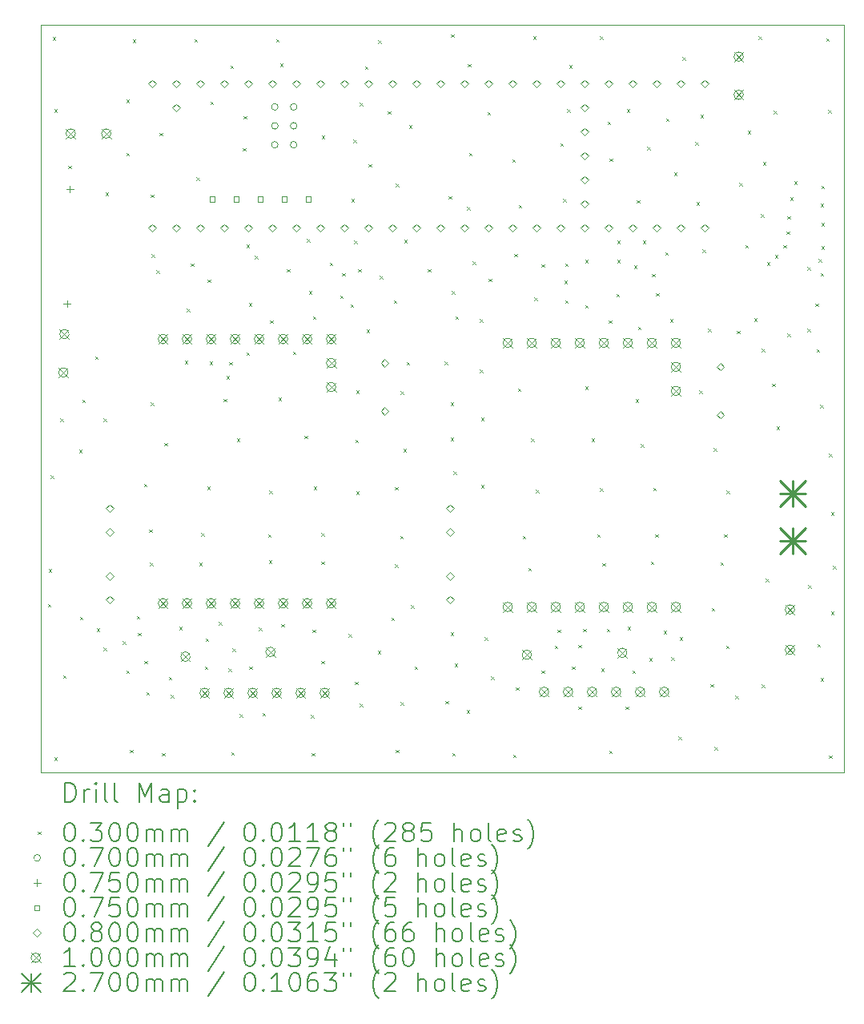
<source format=gbr>
%TF.GenerationSoftware,KiCad,Pcbnew,8.0.8*%
%TF.CreationDate,2025-01-20T09:17:46-05:00*%
%TF.ProjectId,mechanumDriveTrain,6d656368-616e-4756-9d44-726976655472,rev?*%
%TF.SameCoordinates,Original*%
%TF.FileFunction,Drillmap*%
%TF.FilePolarity,Positive*%
%FSLAX45Y45*%
G04 Gerber Fmt 4.5, Leading zero omitted, Abs format (unit mm)*
G04 Created by KiCad (PCBNEW 8.0.8) date 2025-01-20 09:17:46*
%MOMM*%
%LPD*%
G01*
G04 APERTURE LIST*
%ADD10C,0.050000*%
%ADD11C,0.200000*%
%ADD12C,0.100000*%
%ADD13C,0.270000*%
G04 APERTURE END LIST*
D10*
X2000000Y-2700000D02*
X10490000Y-2700000D01*
X10490000Y-10600000D01*
X2000000Y-10600000D01*
X2000000Y-2700000D01*
D11*
D12*
X2075000Y-8825000D02*
X2105000Y-8855000D01*
X2105000Y-8825000D02*
X2075000Y-8855000D01*
X2085000Y-8455000D02*
X2115000Y-8485000D01*
X2115000Y-8455000D02*
X2085000Y-8485000D01*
X2105000Y-7465000D02*
X2135000Y-7495000D01*
X2135000Y-7465000D02*
X2105000Y-7495000D01*
X2125000Y-2835000D02*
X2155000Y-2865000D01*
X2155000Y-2835000D02*
X2125000Y-2865000D01*
X2144810Y-3594314D02*
X2174810Y-3624314D01*
X2174810Y-3594314D02*
X2144810Y-3624314D01*
X2145000Y-10445000D02*
X2175000Y-10475000D01*
X2175000Y-10445000D02*
X2145000Y-10475000D01*
X2205000Y-6865000D02*
X2235000Y-6895000D01*
X2235000Y-6865000D02*
X2205000Y-6895000D01*
X2235000Y-9575000D02*
X2265000Y-9605000D01*
X2265000Y-9575000D02*
X2235000Y-9605000D01*
X2292389Y-4190592D02*
X2322389Y-4220592D01*
X2322389Y-4190592D02*
X2292389Y-4220592D01*
X2405000Y-7195000D02*
X2435000Y-7225000D01*
X2435000Y-7195000D02*
X2405000Y-7225000D01*
X2412875Y-8959526D02*
X2442875Y-8989526D01*
X2442875Y-8959526D02*
X2412875Y-8989526D01*
X2440260Y-6662242D02*
X2470260Y-6692242D01*
X2470260Y-6662242D02*
X2440260Y-6692242D01*
X2575000Y-6205000D02*
X2605000Y-6235000D01*
X2605000Y-6205000D02*
X2575000Y-6235000D01*
X2592752Y-9081763D02*
X2622752Y-9111763D01*
X2622752Y-9081763D02*
X2592752Y-9111763D01*
X2662318Y-9283504D02*
X2692318Y-9313504D01*
X2692318Y-9283504D02*
X2662318Y-9313504D01*
X2665000Y-6865000D02*
X2695000Y-6895000D01*
X2695000Y-6865000D02*
X2665000Y-6895000D01*
X2685000Y-4475000D02*
X2715000Y-4505000D01*
X2715000Y-4475000D02*
X2685000Y-4505000D01*
X2868034Y-9217913D02*
X2898034Y-9247913D01*
X2898034Y-9217913D02*
X2868034Y-9247913D01*
X2905000Y-3495000D02*
X2935000Y-3525000D01*
X2935000Y-3495000D02*
X2905000Y-3525000D01*
X2905000Y-4055000D02*
X2935000Y-4085000D01*
X2935000Y-4055000D02*
X2905000Y-4085000D01*
X2905000Y-9525000D02*
X2935000Y-9555000D01*
X2935000Y-9525000D02*
X2905000Y-9555000D01*
X2945605Y-10362891D02*
X2975605Y-10392891D01*
X2975605Y-10362891D02*
X2945605Y-10392891D01*
X2973636Y-2857911D02*
X3003636Y-2887911D01*
X3003636Y-2857911D02*
X2973636Y-2887911D01*
X3014122Y-8951576D02*
X3044122Y-8981576D01*
X3044122Y-8951576D02*
X3014122Y-8981576D01*
X3029029Y-9126484D02*
X3059029Y-9156484D01*
X3059029Y-9126484D02*
X3029029Y-9156484D01*
X3092756Y-7551470D02*
X3122756Y-7581470D01*
X3122756Y-7551470D02*
X3092756Y-7581470D01*
X3095000Y-9425000D02*
X3125000Y-9455000D01*
X3125000Y-9425000D02*
X3095000Y-9455000D01*
X3115000Y-9755000D02*
X3145000Y-9785000D01*
X3145000Y-9755000D02*
X3115000Y-9785000D01*
X3145000Y-8035000D02*
X3175000Y-8065000D01*
X3175000Y-8035000D02*
X3145000Y-8065000D01*
X3155000Y-8385000D02*
X3185000Y-8415000D01*
X3185000Y-8385000D02*
X3155000Y-8415000D01*
X3165000Y-4495000D02*
X3195000Y-4525000D01*
X3195000Y-4495000D02*
X3165000Y-4525000D01*
X3165000Y-6695000D02*
X3195000Y-6725000D01*
X3195000Y-6695000D02*
X3165000Y-6725000D01*
X3173501Y-5127353D02*
X3203501Y-5157353D01*
X3203501Y-5127353D02*
X3173501Y-5157353D01*
X3225000Y-5295000D02*
X3255000Y-5325000D01*
X3255000Y-5295000D02*
X3225000Y-5325000D01*
X3255000Y-3845000D02*
X3285000Y-3875000D01*
X3285000Y-3845000D02*
X3255000Y-3875000D01*
X3283248Y-10398668D02*
X3313248Y-10428668D01*
X3313248Y-10398668D02*
X3283248Y-10428668D01*
X3308409Y-7123144D02*
X3338409Y-7153144D01*
X3338409Y-7123144D02*
X3308409Y-7153144D01*
X3355000Y-9595000D02*
X3385000Y-9625000D01*
X3385000Y-9595000D02*
X3355000Y-9625000D01*
X3375000Y-9785000D02*
X3405000Y-9815000D01*
X3405000Y-9785000D02*
X3375000Y-9815000D01*
X3465000Y-9065000D02*
X3495000Y-9095000D01*
X3495000Y-9065000D02*
X3465000Y-9095000D01*
X3525000Y-6255000D02*
X3555000Y-6285000D01*
X3555000Y-6255000D02*
X3525000Y-6285000D01*
X3545000Y-5705000D02*
X3575000Y-5735000D01*
X3575000Y-5705000D02*
X3545000Y-5735000D01*
X3585000Y-5225000D02*
X3615000Y-5255000D01*
X3615000Y-5225000D02*
X3585000Y-5255000D01*
X3625000Y-2855000D02*
X3655000Y-2885000D01*
X3655000Y-2855000D02*
X3625000Y-2885000D01*
X3645000Y-4315000D02*
X3675000Y-4345000D01*
X3675000Y-4315000D02*
X3645000Y-4345000D01*
X3674817Y-8388729D02*
X3704817Y-8418729D01*
X3704817Y-8388729D02*
X3674817Y-8418729D01*
X3695000Y-8075000D02*
X3725000Y-8105000D01*
X3725000Y-8075000D02*
X3695000Y-8105000D01*
X3735000Y-9485000D02*
X3765000Y-9515000D01*
X3765000Y-9485000D02*
X3735000Y-9515000D01*
X3742899Y-9186161D02*
X3772899Y-9216161D01*
X3772899Y-9186161D02*
X3742899Y-9216161D01*
X3760587Y-7584265D02*
X3790587Y-7614265D01*
X3790587Y-7584265D02*
X3760587Y-7614265D01*
X3762574Y-5395926D02*
X3792574Y-5425926D01*
X3792574Y-5395926D02*
X3762574Y-5425926D01*
X3784938Y-6264171D02*
X3814938Y-6294171D01*
X3814938Y-6264171D02*
X3784938Y-6294171D01*
X3795000Y-3515000D02*
X3825000Y-3545000D01*
X3825000Y-3515000D02*
X3795000Y-3545000D01*
X3883516Y-9014595D02*
X3913516Y-9044595D01*
X3913516Y-9014595D02*
X3883516Y-9044595D01*
X3935000Y-6655000D02*
X3965000Y-6685000D01*
X3965000Y-6655000D02*
X3935000Y-6685000D01*
X3965000Y-6415000D02*
X3995000Y-6445000D01*
X3995000Y-6415000D02*
X3965000Y-6445000D01*
X3985000Y-9505000D02*
X4015000Y-9535000D01*
X4015000Y-9505000D02*
X3985000Y-9535000D01*
X3995000Y-6265000D02*
X4025000Y-6295000D01*
X4025000Y-6265000D02*
X3995000Y-6295000D01*
X4005000Y-3135000D02*
X4035000Y-3165000D01*
X4035000Y-3135000D02*
X4005000Y-3165000D01*
X4014433Y-10389724D02*
X4044433Y-10419724D01*
X4044433Y-10389724D02*
X4014433Y-10419724D01*
X4025000Y-9295000D02*
X4055000Y-9325000D01*
X4055000Y-9295000D02*
X4025000Y-9325000D01*
X4075000Y-7075000D02*
X4105000Y-7105000D01*
X4105000Y-7075000D02*
X4075000Y-7105000D01*
X4105000Y-9985000D02*
X4135000Y-10015000D01*
X4135000Y-9985000D02*
X4105000Y-10015000D01*
X4135000Y-4005000D02*
X4165000Y-4035000D01*
X4165000Y-4005000D02*
X4135000Y-4035000D01*
X4146095Y-3666924D02*
X4176095Y-3696924D01*
X4176095Y-3666924D02*
X4146095Y-3696924D01*
X4175000Y-5025000D02*
X4205000Y-5055000D01*
X4205000Y-5025000D02*
X4175000Y-5055000D01*
X4175000Y-6165000D02*
X4205000Y-6195000D01*
X4205000Y-6165000D02*
X4175000Y-6195000D01*
X4202268Y-5642355D02*
X4232268Y-5672355D01*
X4232268Y-5642355D02*
X4202268Y-5672355D01*
X4205000Y-9485000D02*
X4235000Y-9515000D01*
X4235000Y-9485000D02*
X4205000Y-9515000D01*
X4265000Y-5145000D02*
X4295000Y-5175000D01*
X4295000Y-5145000D02*
X4265000Y-5175000D01*
X4305000Y-9075000D02*
X4335000Y-9105000D01*
X4335000Y-9075000D02*
X4305000Y-9105000D01*
X4345000Y-9975000D02*
X4375000Y-10005000D01*
X4375000Y-9975000D02*
X4345000Y-10005000D01*
X4405000Y-8085000D02*
X4435000Y-8115000D01*
X4435000Y-8085000D02*
X4405000Y-8115000D01*
X4412711Y-8361897D02*
X4442711Y-8391897D01*
X4442711Y-8361897D02*
X4412711Y-8391897D01*
X4415000Y-7625000D02*
X4445000Y-7655000D01*
X4445000Y-7625000D02*
X4415000Y-7655000D01*
X4425000Y-5825000D02*
X4455000Y-5855000D01*
X4455000Y-5825000D02*
X4425000Y-5855000D01*
X4486691Y-2854930D02*
X4516691Y-2884930D01*
X4516691Y-2854930D02*
X4486691Y-2884930D01*
X4515000Y-6645000D02*
X4545000Y-6675000D01*
X4545000Y-6645000D02*
X4515000Y-6675000D01*
X4529647Y-3114377D02*
X4559647Y-3144377D01*
X4559647Y-3114377D02*
X4529647Y-3144377D01*
X4545000Y-9035000D02*
X4575000Y-9065000D01*
X4575000Y-9035000D02*
X4545000Y-9065000D01*
X4605000Y-5285000D02*
X4635000Y-5315000D01*
X4635000Y-5285000D02*
X4605000Y-5315000D01*
X4665000Y-6155000D02*
X4695000Y-6185000D01*
X4695000Y-6155000D02*
X4665000Y-6185000D01*
X4788104Y-7046841D02*
X4818104Y-7076841D01*
X4818104Y-7046841D02*
X4788104Y-7076841D01*
X4815000Y-4965000D02*
X4845000Y-4995000D01*
X4845000Y-4965000D02*
X4815000Y-4995000D01*
X4835000Y-5515000D02*
X4865000Y-5545000D01*
X4865000Y-5515000D02*
X4835000Y-5545000D01*
X4855000Y-9995000D02*
X4885000Y-10025000D01*
X4885000Y-9995000D02*
X4855000Y-10025000D01*
X4866365Y-10396432D02*
X4896365Y-10426432D01*
X4896365Y-10396432D02*
X4866365Y-10426432D01*
X4875000Y-9095000D02*
X4905000Y-9125000D01*
X4905000Y-9095000D02*
X4875000Y-9125000D01*
X4876424Y-5784654D02*
X4906424Y-5814654D01*
X4906424Y-5784654D02*
X4876424Y-5814654D01*
X4885000Y-7585000D02*
X4915000Y-7615000D01*
X4915000Y-7585000D02*
X4885000Y-7615000D01*
X4965000Y-8375000D02*
X4995000Y-8405000D01*
X4995000Y-8375000D02*
X4965000Y-8405000D01*
X4965000Y-9425000D02*
X4995000Y-9455000D01*
X4995000Y-9425000D02*
X4965000Y-9455000D01*
X4968740Y-8074193D02*
X4998740Y-8104193D01*
X4998740Y-8074193D02*
X4968740Y-8104193D01*
X4971194Y-3874876D02*
X5001194Y-3904876D01*
X5001194Y-3874876D02*
X4971194Y-3904876D01*
X5055000Y-5215000D02*
X5085000Y-5245000D01*
X5085000Y-5215000D02*
X5055000Y-5245000D01*
X5165000Y-5565000D02*
X5195000Y-5595000D01*
X5195000Y-5565000D02*
X5165000Y-5595000D01*
X5185000Y-5325000D02*
X5215000Y-5355000D01*
X5215000Y-5325000D02*
X5185000Y-5355000D01*
X5255000Y-9140176D02*
X5285000Y-9170176D01*
X5285000Y-9140176D02*
X5255000Y-9170176D01*
X5275000Y-5655000D02*
X5305000Y-5685000D01*
X5305000Y-5655000D02*
X5275000Y-5685000D01*
X5285000Y-4545000D02*
X5315000Y-4575000D01*
X5315000Y-4545000D02*
X5285000Y-4575000D01*
X5304339Y-3917665D02*
X5334339Y-3947665D01*
X5334339Y-3917665D02*
X5304339Y-3947665D01*
X5315000Y-4985000D02*
X5345000Y-5015000D01*
X5345000Y-4985000D02*
X5315000Y-5015000D01*
X5322756Y-9644072D02*
X5352756Y-9674072D01*
X5352756Y-9644072D02*
X5322756Y-9674072D01*
X5325621Y-7085674D02*
X5355621Y-7115674D01*
X5355621Y-7085674D02*
X5325621Y-7115674D01*
X5335000Y-6565000D02*
X5365000Y-6595000D01*
X5365000Y-6565000D02*
X5335000Y-6595000D01*
X5335000Y-7635000D02*
X5365000Y-7665000D01*
X5365000Y-7635000D02*
X5335000Y-7665000D01*
X5355000Y-5285000D02*
X5385000Y-5315000D01*
X5385000Y-5285000D02*
X5355000Y-5315000D01*
X5371452Y-9875626D02*
X5401452Y-9905626D01*
X5401452Y-9875626D02*
X5371452Y-9905626D01*
X5375000Y-3525000D02*
X5405000Y-3555000D01*
X5405000Y-3525000D02*
X5375000Y-3555000D01*
X5427045Y-3142203D02*
X5457045Y-3172203D01*
X5457045Y-3142203D02*
X5427045Y-3172203D01*
X5445000Y-5925000D02*
X5475000Y-5955000D01*
X5475000Y-5925000D02*
X5445000Y-5955000D01*
X5465000Y-4175000D02*
X5495000Y-4205000D01*
X5495000Y-4175000D02*
X5465000Y-4205000D01*
X5565242Y-9316119D02*
X5595242Y-9346119D01*
X5595242Y-9316119D02*
X5565242Y-9346119D01*
X5565954Y-2865365D02*
X5595954Y-2895365D01*
X5595954Y-2865365D02*
X5565954Y-2895365D01*
X5585000Y-5355000D02*
X5615000Y-5385000D01*
X5615000Y-5355000D02*
X5585000Y-5385000D01*
X5668116Y-3616784D02*
X5698116Y-3646784D01*
X5698116Y-3616784D02*
X5668116Y-3646784D01*
X5707355Y-8967297D02*
X5737355Y-8997297D01*
X5737355Y-8967297D02*
X5707355Y-8997297D01*
X5735000Y-5615000D02*
X5765000Y-5645000D01*
X5765000Y-5615000D02*
X5735000Y-5645000D01*
X5745000Y-8405000D02*
X5775000Y-8435000D01*
X5775000Y-8405000D02*
X5745000Y-8435000D01*
X5747230Y-7586754D02*
X5777230Y-7616754D01*
X5777230Y-7586754D02*
X5747230Y-7616754D01*
X5755000Y-10365000D02*
X5785000Y-10395000D01*
X5785000Y-10365000D02*
X5755000Y-10395000D01*
X5756045Y-4380221D02*
X5786045Y-4410221D01*
X5786045Y-4380221D02*
X5756045Y-4410221D01*
X5802039Y-8104007D02*
X5832039Y-8134007D01*
X5832039Y-8104007D02*
X5802039Y-8134007D01*
X5804747Y-9860719D02*
X5834747Y-9890719D01*
X5834747Y-9860719D02*
X5804747Y-9890719D01*
X5805000Y-6575000D02*
X5835000Y-6605000D01*
X5835000Y-6575000D02*
X5805000Y-6605000D01*
X5833690Y-7185757D02*
X5863690Y-7215757D01*
X5863690Y-7185757D02*
X5833690Y-7215757D01*
X5845000Y-4975000D02*
X5875000Y-5005000D01*
X5875000Y-4975000D02*
X5845000Y-5005000D01*
X5869467Y-6264508D02*
X5899467Y-6294508D01*
X5899467Y-6264508D02*
X5869467Y-6294508D01*
X5894679Y-3763073D02*
X5924679Y-3793073D01*
X5924679Y-3763073D02*
X5894679Y-3793073D01*
X5916052Y-8835122D02*
X5946052Y-8865122D01*
X5946052Y-8835122D02*
X5916052Y-8865122D01*
X5955000Y-9485000D02*
X5985000Y-9515000D01*
X5985000Y-9485000D02*
X5955000Y-9515000D01*
X6094548Y-5284083D02*
X6124548Y-5314083D01*
X6124548Y-5284083D02*
X6094548Y-5314083D01*
X6270463Y-6263017D02*
X6300463Y-6293017D01*
X6300463Y-6263017D02*
X6270463Y-6293017D01*
X6277794Y-9847800D02*
X6307794Y-9877800D01*
X6307794Y-9847800D02*
X6277794Y-9877800D01*
X6315000Y-4515000D02*
X6345000Y-4545000D01*
X6345000Y-4515000D02*
X6315000Y-4545000D01*
X6335000Y-6695000D02*
X6365000Y-6725000D01*
X6365000Y-6695000D02*
X6335000Y-6725000D01*
X6335000Y-7065000D02*
X6365000Y-7095000D01*
X6365000Y-7065000D02*
X6335000Y-7095000D01*
X6335000Y-9125000D02*
X6365000Y-9155000D01*
X6365000Y-9125000D02*
X6335000Y-9155000D01*
X6339265Y-2802819D02*
X6369265Y-2832819D01*
X6369265Y-2802819D02*
X6339265Y-2832819D01*
X6345000Y-5515000D02*
X6375000Y-5545000D01*
X6375000Y-5515000D02*
X6345000Y-5545000D01*
X6351419Y-10397484D02*
X6381419Y-10427484D01*
X6381419Y-10397484D02*
X6351419Y-10427484D01*
X6365868Y-7419796D02*
X6395868Y-7449796D01*
X6395868Y-7419796D02*
X6365868Y-7449796D01*
X6375000Y-9455000D02*
X6405000Y-9485000D01*
X6405000Y-9455000D02*
X6375000Y-9485000D01*
X6385247Y-5784504D02*
X6415247Y-5814504D01*
X6415247Y-5784504D02*
X6385247Y-5814504D01*
X6505000Y-9945000D02*
X6535000Y-9975000D01*
X6535000Y-9945000D02*
X6505000Y-9975000D01*
X6507858Y-4629308D02*
X6537858Y-4659308D01*
X6537858Y-4629308D02*
X6507858Y-4659308D01*
X6516245Y-3115371D02*
X6546245Y-3145371D01*
X6546245Y-3115371D02*
X6516245Y-3145371D01*
X6529059Y-4056881D02*
X6559059Y-4086881D01*
X6559059Y-4056881D02*
X6529059Y-4086881D01*
X6565000Y-5205000D02*
X6595000Y-5235000D01*
X6595000Y-5205000D02*
X6565000Y-5235000D01*
X6645000Y-5815000D02*
X6675000Y-5845000D01*
X6675000Y-5815000D02*
X6645000Y-5845000D01*
X6645000Y-6345000D02*
X6675000Y-6375000D01*
X6675000Y-6345000D02*
X6645000Y-6375000D01*
X6655000Y-6855000D02*
X6685000Y-6885000D01*
X6685000Y-6855000D02*
X6655000Y-6885000D01*
X6655000Y-7565000D02*
X6685000Y-7595000D01*
X6685000Y-7565000D02*
X6655000Y-7595000D01*
X6695000Y-9175000D02*
X6725000Y-9205000D01*
X6725000Y-9175000D02*
X6695000Y-9205000D01*
X6724506Y-3624248D02*
X6754506Y-3654248D01*
X6754506Y-3624248D02*
X6724506Y-3654248D01*
X6735000Y-5385000D02*
X6765000Y-5415000D01*
X6765000Y-5385000D02*
X6735000Y-5415000D01*
X6762849Y-9589418D02*
X6792849Y-9619418D01*
X6792849Y-9589418D02*
X6762849Y-9619418D01*
X6985000Y-4125000D02*
X7015000Y-4155000D01*
X7015000Y-4125000D02*
X6985000Y-4155000D01*
X6995000Y-10415000D02*
X7025000Y-10445000D01*
X7025000Y-10415000D02*
X6995000Y-10445000D01*
X7009555Y-5121390D02*
X7039555Y-5151390D01*
X7039555Y-5121390D02*
X7009555Y-5151390D01*
X7025000Y-9705000D02*
X7055000Y-9735000D01*
X7055000Y-9705000D02*
X7025000Y-9735000D01*
X7045000Y-6545000D02*
X7075000Y-6575000D01*
X7075000Y-6545000D02*
X7045000Y-6575000D01*
X7055000Y-4605000D02*
X7085000Y-4635000D01*
X7085000Y-4605000D02*
X7055000Y-4635000D01*
X7095000Y-8105000D02*
X7125000Y-8135000D01*
X7125000Y-8105000D02*
X7095000Y-8135000D01*
X7155589Y-8443885D02*
X7185589Y-8473885D01*
X7185589Y-8443885D02*
X7155589Y-8473885D01*
X7185000Y-7075000D02*
X7215000Y-7105000D01*
X7215000Y-7075000D02*
X7185000Y-7105000D01*
X7205000Y-2825000D02*
X7235000Y-2855000D01*
X7235000Y-2825000D02*
X7205000Y-2855000D01*
X7217259Y-5583505D02*
X7247259Y-5613505D01*
X7247259Y-5583505D02*
X7217259Y-5613505D01*
X7235000Y-7615000D02*
X7265000Y-7645000D01*
X7265000Y-7615000D02*
X7235000Y-7645000D01*
X7295000Y-5235000D02*
X7325000Y-5265000D01*
X7325000Y-5235000D02*
X7295000Y-5265000D01*
X7295000Y-9525000D02*
X7325000Y-9555000D01*
X7325000Y-9525000D02*
X7295000Y-9555000D01*
X7435000Y-9265000D02*
X7465000Y-9295000D01*
X7465000Y-9265000D02*
X7435000Y-9295000D01*
X7465000Y-9095000D02*
X7495000Y-9125000D01*
X7495000Y-9095000D02*
X7465000Y-9125000D01*
X7495000Y-3955000D02*
X7525000Y-3985000D01*
X7525000Y-3955000D02*
X7495000Y-3985000D01*
X7525000Y-4545000D02*
X7555000Y-4575000D01*
X7555000Y-4545000D02*
X7525000Y-4575000D01*
X7535000Y-5405000D02*
X7565000Y-5435000D01*
X7565000Y-5405000D02*
X7535000Y-5435000D01*
X7545000Y-5225000D02*
X7575000Y-5255000D01*
X7575000Y-5225000D02*
X7545000Y-5255000D01*
X7545000Y-5615000D02*
X7575000Y-5645000D01*
X7575000Y-5615000D02*
X7545000Y-5645000D01*
X7565000Y-3595000D02*
X7595000Y-3625000D01*
X7595000Y-3595000D02*
X7565000Y-3625000D01*
X7585570Y-3127296D02*
X7615570Y-3157296D01*
X7615570Y-3127296D02*
X7585570Y-3157296D01*
X7615000Y-9485000D02*
X7645000Y-9515000D01*
X7645000Y-9485000D02*
X7615000Y-9515000D01*
X7685000Y-9255000D02*
X7715000Y-9285000D01*
X7715000Y-9255000D02*
X7685000Y-9285000D01*
X7685000Y-9905000D02*
X7715000Y-9935000D01*
X7715000Y-9905000D02*
X7685000Y-9935000D01*
X7736419Y-9084594D02*
X7766419Y-9114594D01*
X7766419Y-9084594D02*
X7736419Y-9114594D01*
X7755000Y-5185000D02*
X7785000Y-5215000D01*
X7785000Y-5185000D02*
X7755000Y-5215000D01*
X7755000Y-5665000D02*
X7785000Y-5695000D01*
X7785000Y-5665000D02*
X7755000Y-5695000D01*
X7755000Y-6525000D02*
X7785000Y-6555000D01*
X7785000Y-6525000D02*
X7755000Y-6555000D01*
X7825000Y-7075000D02*
X7855000Y-7105000D01*
X7855000Y-7075000D02*
X7825000Y-7105000D01*
X7885000Y-8085000D02*
X7915000Y-8115000D01*
X7915000Y-8085000D02*
X7885000Y-8115000D01*
X7914386Y-7600970D02*
X7944386Y-7630970D01*
X7944386Y-7600970D02*
X7914386Y-7630970D01*
X7915000Y-2825000D02*
X7945000Y-2855000D01*
X7945000Y-2825000D02*
X7915000Y-2855000D01*
X7925000Y-9505000D02*
X7955000Y-9535000D01*
X7955000Y-9505000D02*
X7925000Y-9535000D01*
X7938204Y-8390220D02*
X7968204Y-8420220D01*
X7968204Y-8390220D02*
X7938204Y-8420220D01*
X7985000Y-9085000D02*
X8015000Y-9115000D01*
X8015000Y-9085000D02*
X7985000Y-9115000D01*
X7995000Y-3725000D02*
X8025000Y-3755000D01*
X8025000Y-3725000D02*
X7995000Y-3755000D01*
X8005000Y-5825000D02*
X8035000Y-5855000D01*
X8035000Y-5825000D02*
X8005000Y-5855000D01*
X8010240Y-10374071D02*
X8040240Y-10404071D01*
X8040240Y-10374071D02*
X8010240Y-10404071D01*
X8014934Y-4116119D02*
X8044934Y-4146119D01*
X8044934Y-4116119D02*
X8014934Y-4146119D01*
X8085000Y-5545000D02*
X8115000Y-5575000D01*
X8115000Y-5545000D02*
X8085000Y-5575000D01*
X8095000Y-4985000D02*
X8125000Y-5015000D01*
X8125000Y-4985000D02*
X8095000Y-5015000D01*
X8095000Y-5185000D02*
X8125000Y-5215000D01*
X8125000Y-5185000D02*
X8095000Y-5215000D01*
X8185000Y-9905000D02*
X8215000Y-9935000D01*
X8215000Y-9905000D02*
X8185000Y-9935000D01*
X8195000Y-3595000D02*
X8225000Y-3625000D01*
X8225000Y-3595000D02*
X8195000Y-3625000D01*
X8205000Y-9065000D02*
X8235000Y-9095000D01*
X8235000Y-9065000D02*
X8205000Y-9095000D01*
X8255000Y-9525000D02*
X8285000Y-9555000D01*
X8285000Y-9525000D02*
X8255000Y-9555000D01*
X8275000Y-5245000D02*
X8305000Y-5275000D01*
X8305000Y-5245000D02*
X8275000Y-5275000D01*
X8290041Y-6659596D02*
X8320041Y-6689596D01*
X8320041Y-6659596D02*
X8290041Y-6689596D01*
X8305000Y-4555000D02*
X8335000Y-4585000D01*
X8335000Y-4555000D02*
X8305000Y-4585000D01*
X8315000Y-5895000D02*
X8345000Y-5925000D01*
X8345000Y-5895000D02*
X8315000Y-5925000D01*
X8345000Y-7135000D02*
X8375000Y-7165000D01*
X8375000Y-7135000D02*
X8345000Y-7165000D01*
X8365000Y-4985000D02*
X8395000Y-5015000D01*
X8395000Y-4985000D02*
X8365000Y-5015000D01*
X8412453Y-3992888D02*
X8442453Y-4022888D01*
X8442453Y-3992888D02*
X8412453Y-4022888D01*
X8435000Y-9395000D02*
X8465000Y-9425000D01*
X8465000Y-9395000D02*
X8435000Y-9425000D01*
X8449512Y-8373822D02*
X8479512Y-8403823D01*
X8479512Y-8373822D02*
X8449512Y-8403823D01*
X8465000Y-5335000D02*
X8495000Y-5365000D01*
X8495000Y-5335000D02*
X8465000Y-5365000D01*
X8477869Y-7594262D02*
X8507869Y-7624262D01*
X8507869Y-7594262D02*
X8477869Y-7624262D01*
X8495724Y-8084628D02*
X8525724Y-8114628D01*
X8525724Y-8084628D02*
X8495724Y-8114628D01*
X8505000Y-5539250D02*
X8535000Y-5569250D01*
X8535000Y-5539250D02*
X8505000Y-5569250D01*
X8585000Y-9105000D02*
X8615000Y-9135000D01*
X8615000Y-9105000D02*
X8585000Y-9135000D01*
X8602981Y-5104930D02*
X8632981Y-5134930D01*
X8632981Y-5104930D02*
X8602981Y-5134930D01*
X8612206Y-3690774D02*
X8642206Y-3720774D01*
X8642206Y-3690774D02*
X8612206Y-3720774D01*
X8655000Y-5815000D02*
X8685000Y-5845000D01*
X8685000Y-5815000D02*
X8655000Y-5845000D01*
X8664690Y-9384069D02*
X8694690Y-9414069D01*
X8694690Y-9384069D02*
X8664690Y-9414069D01*
X8695000Y-4265000D02*
X8725000Y-4295000D01*
X8725000Y-4265000D02*
X8695000Y-4295000D01*
X8745000Y-10225000D02*
X8775000Y-10255000D01*
X8775000Y-10225000D02*
X8745000Y-10255000D01*
X8755000Y-9175000D02*
X8785000Y-9205000D01*
X8785000Y-9175000D02*
X8755000Y-9205000D01*
X8785000Y-3045000D02*
X8815000Y-3075000D01*
X8815000Y-3045000D02*
X8785000Y-3075000D01*
X8921277Y-3940217D02*
X8951277Y-3970217D01*
X8951277Y-3940217D02*
X8921277Y-3970217D01*
X8934168Y-4578420D02*
X8964168Y-4608420D01*
X8964168Y-4578420D02*
X8934168Y-4608420D01*
X8965000Y-6565000D02*
X8995000Y-6595000D01*
X8995000Y-6565000D02*
X8965000Y-6595000D01*
X8974942Y-3654004D02*
X9004942Y-3684004D01*
X9004942Y-3654004D02*
X8974942Y-3684004D01*
X8996134Y-5075142D02*
X9026134Y-5105142D01*
X9026134Y-5075142D02*
X8996134Y-5105142D01*
X9055000Y-5915000D02*
X9085000Y-5945000D01*
X9085000Y-5915000D02*
X9055000Y-5945000D01*
X9082393Y-9669345D02*
X9112393Y-9699345D01*
X9112393Y-9669345D02*
X9082393Y-9699345D01*
X9095000Y-8865000D02*
X9125000Y-8895000D01*
X9125000Y-8865000D02*
X9095000Y-8895000D01*
X9115141Y-7176122D02*
X9145141Y-7206122D01*
X9145141Y-7176122D02*
X9115141Y-7206122D01*
X9125000Y-10335000D02*
X9155000Y-10365000D01*
X9155000Y-10335000D02*
X9125000Y-10365000D01*
X9185915Y-8384257D02*
X9215915Y-8414257D01*
X9215915Y-8384257D02*
X9185915Y-8414257D01*
X9225000Y-8085000D02*
X9255000Y-8115000D01*
X9255000Y-8085000D02*
X9225000Y-8115000D01*
X9245000Y-9265000D02*
X9275000Y-9295000D01*
X9275000Y-9265000D02*
X9245000Y-9295000D01*
X9251539Y-7623330D02*
X9281539Y-7653330D01*
X9281539Y-7623330D02*
X9251539Y-7653330D01*
X9344778Y-9790503D02*
X9374778Y-9820503D01*
X9374778Y-9790503D02*
X9344778Y-9820503D01*
X9363341Y-5937355D02*
X9393341Y-5967355D01*
X9393341Y-5937355D02*
X9363341Y-5967355D01*
X9385000Y-4375000D02*
X9415000Y-4405000D01*
X9415000Y-4375000D02*
X9385000Y-4405000D01*
X9450630Y-5028102D02*
X9480630Y-5058102D01*
X9480630Y-5028102D02*
X9450630Y-5058102D01*
X9474196Y-3824690D02*
X9504196Y-3854690D01*
X9504196Y-3824690D02*
X9474196Y-3854690D01*
X9544047Y-5803263D02*
X9574047Y-5833263D01*
X9574047Y-5803263D02*
X9544047Y-5833263D01*
X9588234Y-2822944D02*
X9618234Y-2852944D01*
X9618234Y-2822944D02*
X9588234Y-2852944D01*
X9615000Y-4705000D02*
X9645000Y-4735000D01*
X9645000Y-4705000D02*
X9615000Y-4735000D01*
X9625000Y-6125000D02*
X9655000Y-6155000D01*
X9655000Y-6125000D02*
X9625000Y-6155000D01*
X9625000Y-9675000D02*
X9655000Y-9705000D01*
X9655000Y-9675000D02*
X9625000Y-9705000D01*
X9635000Y-4155000D02*
X9665000Y-4185000D01*
X9665000Y-4155000D02*
X9635000Y-4185000D01*
X9665000Y-8555000D02*
X9695000Y-8585000D01*
X9695000Y-8555000D02*
X9665000Y-8585000D01*
X9678623Y-5212877D02*
X9708623Y-5242877D01*
X9708623Y-5212877D02*
X9678623Y-5242877D01*
X9734524Y-6494129D02*
X9764524Y-6524129D01*
X9764524Y-6494129D02*
X9734524Y-6524129D01*
X9752094Y-3613379D02*
X9782094Y-3643379D01*
X9782094Y-3613379D02*
X9752094Y-3643379D01*
X9761357Y-5134616D02*
X9791357Y-5164616D01*
X9791357Y-5134616D02*
X9761357Y-5164616D01*
X9779245Y-6945810D02*
X9809245Y-6975810D01*
X9809245Y-6945810D02*
X9779245Y-6975810D01*
X9850798Y-5029522D02*
X9880798Y-5059522D01*
X9880798Y-5029522D02*
X9850798Y-5059522D01*
X9885000Y-4885000D02*
X9915000Y-4915000D01*
X9915000Y-4885000D02*
X9885000Y-4915000D01*
X9892764Y-5964628D02*
X9922764Y-5994628D01*
X9922764Y-5964628D02*
X9892764Y-5994628D01*
X9895000Y-4725000D02*
X9925000Y-4755000D01*
X9925000Y-4725000D02*
X9895000Y-4755000D01*
X9922352Y-4526413D02*
X9952352Y-4556413D01*
X9952352Y-4526413D02*
X9922352Y-4556413D01*
X9965000Y-4355000D02*
X9995000Y-4385000D01*
X9995000Y-4355000D02*
X9965000Y-4385000D01*
X10105000Y-5265000D02*
X10135000Y-5295000D01*
X10135000Y-5265000D02*
X10105000Y-5295000D01*
X10105000Y-5915000D02*
X10135000Y-5945000D01*
X10135000Y-5915000D02*
X10105000Y-5945000D01*
X10115000Y-8625000D02*
X10145000Y-8655000D01*
X10145000Y-8625000D02*
X10115000Y-8655000D01*
X10192913Y-5646669D02*
X10222913Y-5676669D01*
X10222913Y-5646669D02*
X10192913Y-5676669D01*
X10204093Y-6129654D02*
X10234093Y-6159654D01*
X10234093Y-6129654D02*
X10204093Y-6159654D01*
X10212339Y-9247478D02*
X10242339Y-9277478D01*
X10242339Y-9247478D02*
X10212339Y-9277478D01*
X10224364Y-5176502D02*
X10254364Y-5206502D01*
X10254364Y-5176502D02*
X10224364Y-5206502D01*
X10239870Y-6719969D02*
X10269870Y-6749969D01*
X10269870Y-6719969D02*
X10239870Y-6749969D01*
X10245000Y-4595000D02*
X10275000Y-4625000D01*
X10275000Y-4595000D02*
X10245000Y-4625000D01*
X10245000Y-9605000D02*
X10275000Y-9635000D01*
X10275000Y-9605000D02*
X10245000Y-9635000D01*
X10246578Y-5324680D02*
X10276578Y-5354680D01*
X10276578Y-5324680D02*
X10246578Y-5354680D01*
X10255000Y-4405000D02*
X10285000Y-4435000D01*
X10285000Y-4405000D02*
X10255000Y-4435000D01*
X10255000Y-4795000D02*
X10285000Y-4825000D01*
X10285000Y-4795000D02*
X10255000Y-4825000D01*
X10255000Y-5045000D02*
X10285000Y-5075000D01*
X10285000Y-5045000D02*
X10255000Y-5075000D01*
X10305000Y-2845000D02*
X10335000Y-2875000D01*
X10335000Y-2845000D02*
X10305000Y-2875000D01*
X10325000Y-3605000D02*
X10355000Y-3635000D01*
X10355000Y-3605000D02*
X10325000Y-3635000D01*
X10335000Y-7235000D02*
X10365000Y-7265000D01*
X10365000Y-7235000D02*
X10335000Y-7265000D01*
X10335000Y-10425000D02*
X10365000Y-10455000D01*
X10365000Y-10425000D02*
X10335000Y-10455000D01*
X10355000Y-7855000D02*
X10385000Y-7885000D01*
X10385000Y-7855000D02*
X10355000Y-7885000D01*
X10355000Y-8905000D02*
X10385000Y-8935000D01*
X10385000Y-8905000D02*
X10355000Y-8935000D01*
X10374825Y-8420143D02*
X10404825Y-8450143D01*
X10404825Y-8420143D02*
X10374825Y-8450143D01*
X4510000Y-3571000D02*
G75*
G02*
X4440000Y-3571000I-35000J0D01*
G01*
X4440000Y-3571000D02*
G75*
G02*
X4510000Y-3571000I35000J0D01*
G01*
X4510000Y-3771000D02*
G75*
G02*
X4440000Y-3771000I-35000J0D01*
G01*
X4440000Y-3771000D02*
G75*
G02*
X4510000Y-3771000I35000J0D01*
G01*
X4510000Y-3971000D02*
G75*
G02*
X4440000Y-3971000I-35000J0D01*
G01*
X4440000Y-3971000D02*
G75*
G02*
X4510000Y-3971000I35000J0D01*
G01*
X4710000Y-3571000D02*
G75*
G02*
X4640000Y-3571000I-35000J0D01*
G01*
X4640000Y-3571000D02*
G75*
G02*
X4710000Y-3571000I35000J0D01*
G01*
X4710000Y-3771000D02*
G75*
G02*
X4640000Y-3771000I-35000J0D01*
G01*
X4640000Y-3771000D02*
G75*
G02*
X4710000Y-3771000I35000J0D01*
G01*
X4710000Y-3971000D02*
G75*
G02*
X4640000Y-3971000I-35000J0D01*
G01*
X4640000Y-3971000D02*
G75*
G02*
X4710000Y-3971000I35000J0D01*
G01*
X2280000Y-5612500D02*
X2280000Y-5687500D01*
X2242500Y-5650000D02*
X2317500Y-5650000D01*
X2310000Y-4402500D02*
X2310000Y-4477500D01*
X2272500Y-4440000D02*
X2347500Y-4440000D01*
X3839517Y-4571517D02*
X3839517Y-4518483D01*
X3786483Y-4518483D01*
X3786483Y-4571517D01*
X3839517Y-4571517D01*
X4093517Y-4571517D02*
X4093517Y-4518483D01*
X4040483Y-4518483D01*
X4040483Y-4571517D01*
X4093517Y-4571517D01*
X4347517Y-4571517D02*
X4347517Y-4518483D01*
X4294483Y-4518483D01*
X4294483Y-4571517D01*
X4347517Y-4571517D01*
X4601517Y-4571517D02*
X4601517Y-4518483D01*
X4548483Y-4518483D01*
X4548483Y-4571517D01*
X4601517Y-4571517D01*
X4855517Y-4571517D02*
X4855517Y-4518483D01*
X4802483Y-4518483D01*
X4802483Y-4571517D01*
X4855517Y-4571517D01*
X2729000Y-7852500D02*
X2769000Y-7812500D01*
X2729000Y-7772500D01*
X2689000Y-7812500D01*
X2729000Y-7852500D01*
X2729000Y-8102500D02*
X2769000Y-8062500D01*
X2729000Y-8022500D01*
X2689000Y-8062500D01*
X2729000Y-8102500D01*
X2729000Y-8567500D02*
X2769000Y-8527500D01*
X2729000Y-8487500D01*
X2689000Y-8527500D01*
X2729000Y-8567500D01*
X2729000Y-8817500D02*
X2769000Y-8777500D01*
X2729000Y-8737500D01*
X2689000Y-8777500D01*
X2729000Y-8817500D01*
X3178000Y-3366000D02*
X3218000Y-3326000D01*
X3178000Y-3286000D01*
X3138000Y-3326000D01*
X3178000Y-3366000D01*
X3178000Y-4890000D02*
X3218000Y-4850000D01*
X3178000Y-4810000D01*
X3138000Y-4850000D01*
X3178000Y-4890000D01*
X3432000Y-3366000D02*
X3472000Y-3326000D01*
X3432000Y-3286000D01*
X3392000Y-3326000D01*
X3432000Y-3366000D01*
X3432000Y-3620000D02*
X3472000Y-3580000D01*
X3432000Y-3540000D01*
X3392000Y-3580000D01*
X3432000Y-3620000D01*
X3432000Y-4890000D02*
X3472000Y-4850000D01*
X3432000Y-4810000D01*
X3392000Y-4850000D01*
X3432000Y-4890000D01*
X3686000Y-3366000D02*
X3726000Y-3326000D01*
X3686000Y-3286000D01*
X3646000Y-3326000D01*
X3686000Y-3366000D01*
X3686000Y-4890000D02*
X3726000Y-4850000D01*
X3686000Y-4810000D01*
X3646000Y-4850000D01*
X3686000Y-4890000D01*
X3940000Y-3366000D02*
X3980000Y-3326000D01*
X3940000Y-3286000D01*
X3900000Y-3326000D01*
X3940000Y-3366000D01*
X3940000Y-4890000D02*
X3980000Y-4850000D01*
X3940000Y-4810000D01*
X3900000Y-4850000D01*
X3940000Y-4890000D01*
X4194000Y-3366000D02*
X4234000Y-3326000D01*
X4194000Y-3286000D01*
X4154000Y-3326000D01*
X4194000Y-3366000D01*
X4194000Y-4890000D02*
X4234000Y-4850000D01*
X4194000Y-4810000D01*
X4154000Y-4850000D01*
X4194000Y-4890000D01*
X4448000Y-3366000D02*
X4488000Y-3326000D01*
X4448000Y-3286000D01*
X4408000Y-3326000D01*
X4448000Y-3366000D01*
X4448000Y-4890000D02*
X4488000Y-4850000D01*
X4448000Y-4810000D01*
X4408000Y-4850000D01*
X4448000Y-4890000D01*
X4702000Y-3366000D02*
X4742000Y-3326000D01*
X4702000Y-3286000D01*
X4662000Y-3326000D01*
X4702000Y-3366000D01*
X4702000Y-4890000D02*
X4742000Y-4850000D01*
X4702000Y-4810000D01*
X4662000Y-4850000D01*
X4702000Y-4890000D01*
X4956000Y-3366000D02*
X4996000Y-3326000D01*
X4956000Y-3286000D01*
X4916000Y-3326000D01*
X4956000Y-3366000D01*
X4956000Y-4890000D02*
X4996000Y-4850000D01*
X4956000Y-4810000D01*
X4916000Y-4850000D01*
X4956000Y-4890000D01*
X5210000Y-3366000D02*
X5250000Y-3326000D01*
X5210000Y-3286000D01*
X5170000Y-3326000D01*
X5210000Y-3366000D01*
X5210000Y-4890000D02*
X5250000Y-4850000D01*
X5210000Y-4810000D01*
X5170000Y-4850000D01*
X5210000Y-4890000D01*
X5464000Y-3366000D02*
X5504000Y-3326000D01*
X5464000Y-3286000D01*
X5424000Y-3326000D01*
X5464000Y-3366000D01*
X5464000Y-4890000D02*
X5504000Y-4850000D01*
X5464000Y-4810000D01*
X5424000Y-4850000D01*
X5464000Y-4890000D01*
X5637500Y-6317500D02*
X5677500Y-6277500D01*
X5637500Y-6237500D01*
X5597500Y-6277500D01*
X5637500Y-6317500D01*
X5637500Y-6825500D02*
X5677500Y-6785500D01*
X5637500Y-6745500D01*
X5597500Y-6785500D01*
X5637500Y-6825500D01*
X5718000Y-3366000D02*
X5758000Y-3326000D01*
X5718000Y-3286000D01*
X5678000Y-3326000D01*
X5718000Y-3366000D01*
X5718000Y-4890000D02*
X5758000Y-4850000D01*
X5718000Y-4810000D01*
X5678000Y-4850000D01*
X5718000Y-4890000D01*
X5972000Y-3366000D02*
X6012000Y-3326000D01*
X5972000Y-3286000D01*
X5932000Y-3326000D01*
X5972000Y-3366000D01*
X5972000Y-4890000D02*
X6012000Y-4850000D01*
X5972000Y-4810000D01*
X5932000Y-4850000D01*
X5972000Y-4890000D01*
X6226000Y-3366000D02*
X6266000Y-3326000D01*
X6226000Y-3286000D01*
X6186000Y-3326000D01*
X6226000Y-3366000D01*
X6226000Y-4890000D02*
X6266000Y-4850000D01*
X6226000Y-4810000D01*
X6186000Y-4850000D01*
X6226000Y-4890000D01*
X6329000Y-7852500D02*
X6369000Y-7812500D01*
X6329000Y-7772500D01*
X6289000Y-7812500D01*
X6329000Y-7852500D01*
X6329000Y-8102500D02*
X6369000Y-8062500D01*
X6329000Y-8022500D01*
X6289000Y-8062500D01*
X6329000Y-8102500D01*
X6329000Y-8567500D02*
X6369000Y-8527500D01*
X6329000Y-8487500D01*
X6289000Y-8527500D01*
X6329000Y-8567500D01*
X6329000Y-8817500D02*
X6369000Y-8777500D01*
X6329000Y-8737500D01*
X6289000Y-8777500D01*
X6329000Y-8817500D01*
X6480000Y-3366000D02*
X6520000Y-3326000D01*
X6480000Y-3286000D01*
X6440000Y-3326000D01*
X6480000Y-3366000D01*
X6480000Y-4890000D02*
X6520000Y-4850000D01*
X6480000Y-4810000D01*
X6440000Y-4850000D01*
X6480000Y-4890000D01*
X6734000Y-3366000D02*
X6774000Y-3326000D01*
X6734000Y-3286000D01*
X6694000Y-3326000D01*
X6734000Y-3366000D01*
X6734000Y-4890000D02*
X6774000Y-4850000D01*
X6734000Y-4810000D01*
X6694000Y-4850000D01*
X6734000Y-4890000D01*
X6988000Y-3366000D02*
X7028000Y-3326000D01*
X6988000Y-3286000D01*
X6948000Y-3326000D01*
X6988000Y-3366000D01*
X6988000Y-4890000D02*
X7028000Y-4850000D01*
X6988000Y-4810000D01*
X6948000Y-4850000D01*
X6988000Y-4890000D01*
X7242000Y-3366000D02*
X7282000Y-3326000D01*
X7242000Y-3286000D01*
X7202000Y-3326000D01*
X7242000Y-3366000D01*
X7242000Y-4890000D02*
X7282000Y-4850000D01*
X7242000Y-4810000D01*
X7202000Y-4850000D01*
X7242000Y-4890000D01*
X7496000Y-3366000D02*
X7536000Y-3326000D01*
X7496000Y-3286000D01*
X7456000Y-3326000D01*
X7496000Y-3366000D01*
X7496000Y-4890000D02*
X7536000Y-4850000D01*
X7496000Y-4810000D01*
X7456000Y-4850000D01*
X7496000Y-4890000D01*
X7750000Y-3366000D02*
X7790000Y-3326000D01*
X7750000Y-3286000D01*
X7710000Y-3326000D01*
X7750000Y-3366000D01*
X7750000Y-3620000D02*
X7790000Y-3580000D01*
X7750000Y-3540000D01*
X7710000Y-3580000D01*
X7750000Y-3620000D01*
X7750000Y-3874000D02*
X7790000Y-3834000D01*
X7750000Y-3794000D01*
X7710000Y-3834000D01*
X7750000Y-3874000D01*
X7750000Y-4128000D02*
X7790000Y-4088000D01*
X7750000Y-4048000D01*
X7710000Y-4088000D01*
X7750000Y-4128000D01*
X7750000Y-4382000D02*
X7790000Y-4342000D01*
X7750000Y-4302000D01*
X7710000Y-4342000D01*
X7750000Y-4382000D01*
X7750000Y-4636000D02*
X7790000Y-4596000D01*
X7750000Y-4556000D01*
X7710000Y-4596000D01*
X7750000Y-4636000D01*
X7750000Y-4890000D02*
X7790000Y-4850000D01*
X7750000Y-4810000D01*
X7710000Y-4850000D01*
X7750000Y-4890000D01*
X8004000Y-3366000D02*
X8044000Y-3326000D01*
X8004000Y-3286000D01*
X7964000Y-3326000D01*
X8004000Y-3366000D01*
X8004000Y-4890000D02*
X8044000Y-4850000D01*
X8004000Y-4810000D01*
X7964000Y-4850000D01*
X8004000Y-4890000D01*
X8258000Y-3366000D02*
X8298000Y-3326000D01*
X8258000Y-3286000D01*
X8218000Y-3326000D01*
X8258000Y-3366000D01*
X8258000Y-4890000D02*
X8298000Y-4850000D01*
X8258000Y-4810000D01*
X8218000Y-4850000D01*
X8258000Y-4890000D01*
X8512000Y-3366000D02*
X8552000Y-3326000D01*
X8512000Y-3286000D01*
X8472000Y-3326000D01*
X8512000Y-3366000D01*
X8512000Y-4890000D02*
X8552000Y-4850000D01*
X8512000Y-4810000D01*
X8472000Y-4850000D01*
X8512000Y-4890000D01*
X8766000Y-3366000D02*
X8806000Y-3326000D01*
X8766000Y-3286000D01*
X8726000Y-3326000D01*
X8766000Y-3366000D01*
X8766000Y-4890000D02*
X8806000Y-4850000D01*
X8766000Y-4810000D01*
X8726000Y-4850000D01*
X8766000Y-4890000D01*
X9020000Y-3366000D02*
X9060000Y-3326000D01*
X9020000Y-3286000D01*
X8980000Y-3326000D01*
X9020000Y-3366000D01*
X9020000Y-4890000D02*
X9060000Y-4850000D01*
X9020000Y-4810000D01*
X8980000Y-4850000D01*
X9020000Y-4890000D01*
X9187500Y-6356500D02*
X9227500Y-6316500D01*
X9187500Y-6276500D01*
X9147500Y-6316500D01*
X9187500Y-6356500D01*
X9187500Y-6864500D02*
X9227500Y-6824500D01*
X9187500Y-6784500D01*
X9147500Y-6824500D01*
X9187500Y-6864500D01*
X2190000Y-6327500D02*
X2290000Y-6427500D01*
X2290000Y-6327500D02*
X2190000Y-6427500D01*
X2290000Y-6377500D02*
G75*
G02*
X2190000Y-6377500I-50000J0D01*
G01*
X2190000Y-6377500D02*
G75*
G02*
X2290000Y-6377500I50000J0D01*
G01*
X2200000Y-5922500D02*
X2300000Y-6022500D01*
X2300000Y-5922500D02*
X2200000Y-6022500D01*
X2300000Y-5972500D02*
G75*
G02*
X2200000Y-5972500I-50000J0D01*
G01*
X2200000Y-5972500D02*
G75*
G02*
X2300000Y-5972500I50000J0D01*
G01*
X2267500Y-3802500D02*
X2367500Y-3902500D01*
X2367500Y-3802500D02*
X2267500Y-3902500D01*
X2367500Y-3852500D02*
G75*
G02*
X2267500Y-3852500I-50000J0D01*
G01*
X2267500Y-3852500D02*
G75*
G02*
X2367500Y-3852500I50000J0D01*
G01*
X2642500Y-3802500D02*
X2742500Y-3902500D01*
X2742500Y-3802500D02*
X2642500Y-3902500D01*
X2742500Y-3852500D02*
G75*
G02*
X2642500Y-3852500I-50000J0D01*
G01*
X2642500Y-3852500D02*
G75*
G02*
X2742500Y-3852500I50000J0D01*
G01*
X3242750Y-5974000D02*
X3342750Y-6074000D01*
X3342750Y-5974000D02*
X3242750Y-6074000D01*
X3342750Y-6024000D02*
G75*
G02*
X3242750Y-6024000I-50000J0D01*
G01*
X3242750Y-6024000D02*
G75*
G02*
X3342750Y-6024000I50000J0D01*
G01*
X3242750Y-8766000D02*
X3342750Y-8866000D01*
X3342750Y-8766000D02*
X3242750Y-8866000D01*
X3342750Y-8816000D02*
G75*
G02*
X3242750Y-8816000I-50000J0D01*
G01*
X3242750Y-8816000D02*
G75*
G02*
X3342750Y-8816000I50000J0D01*
G01*
X3480000Y-9330000D02*
X3580000Y-9430000D01*
X3580000Y-9330000D02*
X3480000Y-9430000D01*
X3580000Y-9380000D02*
G75*
G02*
X3480000Y-9380000I-50000J0D01*
G01*
X3480000Y-9380000D02*
G75*
G02*
X3580000Y-9380000I50000J0D01*
G01*
X3496750Y-5974000D02*
X3596750Y-6074000D01*
X3596750Y-5974000D02*
X3496750Y-6074000D01*
X3596750Y-6024000D02*
G75*
G02*
X3496750Y-6024000I-50000J0D01*
G01*
X3496750Y-6024000D02*
G75*
G02*
X3596750Y-6024000I50000J0D01*
G01*
X3496750Y-8766000D02*
X3596750Y-8866000D01*
X3596750Y-8766000D02*
X3496750Y-8866000D01*
X3596750Y-8816000D02*
G75*
G02*
X3496750Y-8816000I-50000J0D01*
G01*
X3496750Y-8816000D02*
G75*
G02*
X3596750Y-8816000I50000J0D01*
G01*
X3682500Y-9712500D02*
X3782500Y-9812500D01*
X3782500Y-9712500D02*
X3682500Y-9812500D01*
X3782500Y-9762500D02*
G75*
G02*
X3682500Y-9762500I-50000J0D01*
G01*
X3682500Y-9762500D02*
G75*
G02*
X3782500Y-9762500I50000J0D01*
G01*
X3750750Y-5974000D02*
X3850750Y-6074000D01*
X3850750Y-5974000D02*
X3750750Y-6074000D01*
X3850750Y-6024000D02*
G75*
G02*
X3750750Y-6024000I-50000J0D01*
G01*
X3750750Y-6024000D02*
G75*
G02*
X3850750Y-6024000I50000J0D01*
G01*
X3750750Y-8766000D02*
X3850750Y-8866000D01*
X3850750Y-8766000D02*
X3750750Y-8866000D01*
X3850750Y-8816000D02*
G75*
G02*
X3750750Y-8816000I-50000J0D01*
G01*
X3750750Y-8816000D02*
G75*
G02*
X3850750Y-8816000I50000J0D01*
G01*
X3936500Y-9712500D02*
X4036500Y-9812500D01*
X4036500Y-9712500D02*
X3936500Y-9812500D01*
X4036500Y-9762500D02*
G75*
G02*
X3936500Y-9762500I-50000J0D01*
G01*
X3936500Y-9762500D02*
G75*
G02*
X4036500Y-9762500I50000J0D01*
G01*
X4004750Y-5974000D02*
X4104750Y-6074000D01*
X4104750Y-5974000D02*
X4004750Y-6074000D01*
X4104750Y-6024000D02*
G75*
G02*
X4004750Y-6024000I-50000J0D01*
G01*
X4004750Y-6024000D02*
G75*
G02*
X4104750Y-6024000I50000J0D01*
G01*
X4004750Y-8766000D02*
X4104750Y-8866000D01*
X4104750Y-8766000D02*
X4004750Y-8866000D01*
X4104750Y-8816000D02*
G75*
G02*
X4004750Y-8816000I-50000J0D01*
G01*
X4004750Y-8816000D02*
G75*
G02*
X4104750Y-8816000I50000J0D01*
G01*
X4190500Y-9712500D02*
X4290500Y-9812500D01*
X4290500Y-9712500D02*
X4190500Y-9812500D01*
X4290500Y-9762500D02*
G75*
G02*
X4190500Y-9762500I-50000J0D01*
G01*
X4190500Y-9762500D02*
G75*
G02*
X4290500Y-9762500I50000J0D01*
G01*
X4258750Y-5974000D02*
X4358750Y-6074000D01*
X4358750Y-5974000D02*
X4258750Y-6074000D01*
X4358750Y-6024000D02*
G75*
G02*
X4258750Y-6024000I-50000J0D01*
G01*
X4258750Y-6024000D02*
G75*
G02*
X4358750Y-6024000I50000J0D01*
G01*
X4258750Y-8766000D02*
X4358750Y-8866000D01*
X4358750Y-8766000D02*
X4258750Y-8866000D01*
X4358750Y-8816000D02*
G75*
G02*
X4258750Y-8816000I-50000J0D01*
G01*
X4258750Y-8816000D02*
G75*
G02*
X4358750Y-8816000I50000J0D01*
G01*
X4380000Y-9280000D02*
X4480000Y-9380000D01*
X4480000Y-9280000D02*
X4380000Y-9380000D01*
X4480000Y-9330000D02*
G75*
G02*
X4380000Y-9330000I-50000J0D01*
G01*
X4380000Y-9330000D02*
G75*
G02*
X4480000Y-9330000I50000J0D01*
G01*
X4444500Y-9712500D02*
X4544500Y-9812500D01*
X4544500Y-9712500D02*
X4444500Y-9812500D01*
X4544500Y-9762500D02*
G75*
G02*
X4444500Y-9762500I-50000J0D01*
G01*
X4444500Y-9762500D02*
G75*
G02*
X4544500Y-9762500I50000J0D01*
G01*
X4512750Y-5974000D02*
X4612750Y-6074000D01*
X4612750Y-5974000D02*
X4512750Y-6074000D01*
X4612750Y-6024000D02*
G75*
G02*
X4512750Y-6024000I-50000J0D01*
G01*
X4512750Y-6024000D02*
G75*
G02*
X4612750Y-6024000I50000J0D01*
G01*
X4512750Y-8766000D02*
X4612750Y-8866000D01*
X4612750Y-8766000D02*
X4512750Y-8866000D01*
X4612750Y-8816000D02*
G75*
G02*
X4512750Y-8816000I-50000J0D01*
G01*
X4512750Y-8816000D02*
G75*
G02*
X4612750Y-8816000I50000J0D01*
G01*
X4698500Y-9712500D02*
X4798500Y-9812500D01*
X4798500Y-9712500D02*
X4698500Y-9812500D01*
X4798500Y-9762500D02*
G75*
G02*
X4698500Y-9762500I-50000J0D01*
G01*
X4698500Y-9762500D02*
G75*
G02*
X4798500Y-9762500I50000J0D01*
G01*
X4766750Y-5974000D02*
X4866750Y-6074000D01*
X4866750Y-5974000D02*
X4766750Y-6074000D01*
X4866750Y-6024000D02*
G75*
G02*
X4766750Y-6024000I-50000J0D01*
G01*
X4766750Y-6024000D02*
G75*
G02*
X4866750Y-6024000I50000J0D01*
G01*
X4766750Y-8766000D02*
X4866750Y-8866000D01*
X4866750Y-8766000D02*
X4766750Y-8866000D01*
X4866750Y-8816000D02*
G75*
G02*
X4766750Y-8816000I-50000J0D01*
G01*
X4766750Y-8816000D02*
G75*
G02*
X4866750Y-8816000I50000J0D01*
G01*
X4952500Y-9712500D02*
X5052500Y-9812500D01*
X5052500Y-9712500D02*
X4952500Y-9812500D01*
X5052500Y-9762500D02*
G75*
G02*
X4952500Y-9762500I-50000J0D01*
G01*
X4952500Y-9762500D02*
G75*
G02*
X5052500Y-9762500I50000J0D01*
G01*
X5020750Y-5974000D02*
X5120750Y-6074000D01*
X5120750Y-5974000D02*
X5020750Y-6074000D01*
X5120750Y-6024000D02*
G75*
G02*
X5020750Y-6024000I-50000J0D01*
G01*
X5020750Y-6024000D02*
G75*
G02*
X5120750Y-6024000I50000J0D01*
G01*
X5020750Y-8766000D02*
X5120750Y-8866000D01*
X5120750Y-8766000D02*
X5020750Y-8866000D01*
X5120750Y-8816000D02*
G75*
G02*
X5020750Y-8816000I-50000J0D01*
G01*
X5020750Y-8816000D02*
G75*
G02*
X5120750Y-8816000I50000J0D01*
G01*
X5021750Y-6228000D02*
X5121750Y-6328000D01*
X5121750Y-6228000D02*
X5021750Y-6328000D01*
X5121750Y-6278000D02*
G75*
G02*
X5021750Y-6278000I-50000J0D01*
G01*
X5021750Y-6278000D02*
G75*
G02*
X5121750Y-6278000I50000J0D01*
G01*
X5021750Y-6482000D02*
X5121750Y-6582000D01*
X5121750Y-6482000D02*
X5021750Y-6582000D01*
X5121750Y-6532000D02*
G75*
G02*
X5021750Y-6532000I-50000J0D01*
G01*
X5021750Y-6532000D02*
G75*
G02*
X5121750Y-6532000I50000J0D01*
G01*
X6887750Y-6014000D02*
X6987750Y-6114000D01*
X6987750Y-6014000D02*
X6887750Y-6114000D01*
X6987750Y-6064000D02*
G75*
G02*
X6887750Y-6064000I-50000J0D01*
G01*
X6887750Y-6064000D02*
G75*
G02*
X6987750Y-6064000I50000J0D01*
G01*
X6887750Y-8806000D02*
X6987750Y-8906000D01*
X6987750Y-8806000D02*
X6887750Y-8906000D01*
X6987750Y-8856000D02*
G75*
G02*
X6887750Y-8856000I-50000J0D01*
G01*
X6887750Y-8856000D02*
G75*
G02*
X6987750Y-8856000I50000J0D01*
G01*
X7090000Y-9310000D02*
X7190000Y-9410000D01*
X7190000Y-9310000D02*
X7090000Y-9410000D01*
X7190000Y-9360000D02*
G75*
G02*
X7090000Y-9360000I-50000J0D01*
G01*
X7090000Y-9360000D02*
G75*
G02*
X7190000Y-9360000I50000J0D01*
G01*
X7141750Y-6014000D02*
X7241750Y-6114000D01*
X7241750Y-6014000D02*
X7141750Y-6114000D01*
X7241750Y-6064000D02*
G75*
G02*
X7141750Y-6064000I-50000J0D01*
G01*
X7141750Y-6064000D02*
G75*
G02*
X7241750Y-6064000I50000J0D01*
G01*
X7141750Y-8806000D02*
X7241750Y-8906000D01*
X7241750Y-8806000D02*
X7141750Y-8906000D01*
X7241750Y-8856000D02*
G75*
G02*
X7141750Y-8856000I-50000J0D01*
G01*
X7141750Y-8856000D02*
G75*
G02*
X7241750Y-8856000I50000J0D01*
G01*
X7272500Y-9702500D02*
X7372500Y-9802500D01*
X7372500Y-9702500D02*
X7272500Y-9802500D01*
X7372500Y-9752500D02*
G75*
G02*
X7272500Y-9752500I-50000J0D01*
G01*
X7272500Y-9752500D02*
G75*
G02*
X7372500Y-9752500I50000J0D01*
G01*
X7395750Y-6014000D02*
X7495750Y-6114000D01*
X7495750Y-6014000D02*
X7395750Y-6114000D01*
X7495750Y-6064000D02*
G75*
G02*
X7395750Y-6064000I-50000J0D01*
G01*
X7395750Y-6064000D02*
G75*
G02*
X7495750Y-6064000I50000J0D01*
G01*
X7395750Y-8806000D02*
X7495750Y-8906000D01*
X7495750Y-8806000D02*
X7395750Y-8906000D01*
X7495750Y-8856000D02*
G75*
G02*
X7395750Y-8856000I-50000J0D01*
G01*
X7395750Y-8856000D02*
G75*
G02*
X7495750Y-8856000I50000J0D01*
G01*
X7526500Y-9702500D02*
X7626500Y-9802500D01*
X7626500Y-9702500D02*
X7526500Y-9802500D01*
X7626500Y-9752500D02*
G75*
G02*
X7526500Y-9752500I-50000J0D01*
G01*
X7526500Y-9752500D02*
G75*
G02*
X7626500Y-9752500I50000J0D01*
G01*
X7649750Y-6014000D02*
X7749750Y-6114000D01*
X7749750Y-6014000D02*
X7649750Y-6114000D01*
X7749750Y-6064000D02*
G75*
G02*
X7649750Y-6064000I-50000J0D01*
G01*
X7649750Y-6064000D02*
G75*
G02*
X7749750Y-6064000I50000J0D01*
G01*
X7649750Y-8806000D02*
X7749750Y-8906000D01*
X7749750Y-8806000D02*
X7649750Y-8906000D01*
X7749750Y-8856000D02*
G75*
G02*
X7649750Y-8856000I-50000J0D01*
G01*
X7649750Y-8856000D02*
G75*
G02*
X7749750Y-8856000I50000J0D01*
G01*
X7780500Y-9702500D02*
X7880500Y-9802500D01*
X7880500Y-9702500D02*
X7780500Y-9802500D01*
X7880500Y-9752500D02*
G75*
G02*
X7780500Y-9752500I-50000J0D01*
G01*
X7780500Y-9752500D02*
G75*
G02*
X7880500Y-9752500I50000J0D01*
G01*
X7903750Y-6014000D02*
X8003750Y-6114000D01*
X8003750Y-6014000D02*
X7903750Y-6114000D01*
X8003750Y-6064000D02*
G75*
G02*
X7903750Y-6064000I-50000J0D01*
G01*
X7903750Y-6064000D02*
G75*
G02*
X8003750Y-6064000I50000J0D01*
G01*
X7903750Y-8806000D02*
X8003750Y-8906000D01*
X8003750Y-8806000D02*
X7903750Y-8906000D01*
X8003750Y-8856000D02*
G75*
G02*
X7903750Y-8856000I-50000J0D01*
G01*
X7903750Y-8856000D02*
G75*
G02*
X8003750Y-8856000I50000J0D01*
G01*
X8034500Y-9702500D02*
X8134500Y-9802500D01*
X8134500Y-9702500D02*
X8034500Y-9802500D01*
X8134500Y-9752500D02*
G75*
G02*
X8034500Y-9752500I-50000J0D01*
G01*
X8034500Y-9752500D02*
G75*
G02*
X8134500Y-9752500I50000J0D01*
G01*
X8100000Y-9290000D02*
X8200000Y-9390000D01*
X8200000Y-9290000D02*
X8100000Y-9390000D01*
X8200000Y-9340000D02*
G75*
G02*
X8100000Y-9340000I-50000J0D01*
G01*
X8100000Y-9340000D02*
G75*
G02*
X8200000Y-9340000I50000J0D01*
G01*
X8157750Y-6014000D02*
X8257750Y-6114000D01*
X8257750Y-6014000D02*
X8157750Y-6114000D01*
X8257750Y-6064000D02*
G75*
G02*
X8157750Y-6064000I-50000J0D01*
G01*
X8157750Y-6064000D02*
G75*
G02*
X8257750Y-6064000I50000J0D01*
G01*
X8157750Y-8806000D02*
X8257750Y-8906000D01*
X8257750Y-8806000D02*
X8157750Y-8906000D01*
X8257750Y-8856000D02*
G75*
G02*
X8157750Y-8856000I-50000J0D01*
G01*
X8157750Y-8856000D02*
G75*
G02*
X8257750Y-8856000I50000J0D01*
G01*
X8288500Y-9702500D02*
X8388500Y-9802500D01*
X8388500Y-9702500D02*
X8288500Y-9802500D01*
X8388500Y-9752500D02*
G75*
G02*
X8288500Y-9752500I-50000J0D01*
G01*
X8288500Y-9752500D02*
G75*
G02*
X8388500Y-9752500I50000J0D01*
G01*
X8411750Y-6014000D02*
X8511750Y-6114000D01*
X8511750Y-6014000D02*
X8411750Y-6114000D01*
X8511750Y-6064000D02*
G75*
G02*
X8411750Y-6064000I-50000J0D01*
G01*
X8411750Y-6064000D02*
G75*
G02*
X8511750Y-6064000I50000J0D01*
G01*
X8411750Y-8806000D02*
X8511750Y-8906000D01*
X8511750Y-8806000D02*
X8411750Y-8906000D01*
X8511750Y-8856000D02*
G75*
G02*
X8411750Y-8856000I-50000J0D01*
G01*
X8411750Y-8856000D02*
G75*
G02*
X8511750Y-8856000I50000J0D01*
G01*
X8542500Y-9702500D02*
X8642500Y-9802500D01*
X8642500Y-9702500D02*
X8542500Y-9802500D01*
X8642500Y-9752500D02*
G75*
G02*
X8542500Y-9752500I-50000J0D01*
G01*
X8542500Y-9752500D02*
G75*
G02*
X8642500Y-9752500I50000J0D01*
G01*
X8665750Y-6014000D02*
X8765750Y-6114000D01*
X8765750Y-6014000D02*
X8665750Y-6114000D01*
X8765750Y-6064000D02*
G75*
G02*
X8665750Y-6064000I-50000J0D01*
G01*
X8665750Y-6064000D02*
G75*
G02*
X8765750Y-6064000I50000J0D01*
G01*
X8665750Y-8806000D02*
X8765750Y-8906000D01*
X8765750Y-8806000D02*
X8665750Y-8906000D01*
X8765750Y-8856000D02*
G75*
G02*
X8665750Y-8856000I-50000J0D01*
G01*
X8665750Y-8856000D02*
G75*
G02*
X8765750Y-8856000I50000J0D01*
G01*
X8666750Y-6268000D02*
X8766750Y-6368000D01*
X8766750Y-6268000D02*
X8666750Y-6368000D01*
X8766750Y-6318000D02*
G75*
G02*
X8666750Y-6318000I-50000J0D01*
G01*
X8666750Y-6318000D02*
G75*
G02*
X8766750Y-6318000I50000J0D01*
G01*
X8666750Y-6522000D02*
X8766750Y-6622000D01*
X8766750Y-6522000D02*
X8666750Y-6622000D01*
X8766750Y-6572000D02*
G75*
G02*
X8666750Y-6572000I-50000J0D01*
G01*
X8666750Y-6572000D02*
G75*
G02*
X8766750Y-6572000I50000J0D01*
G01*
X9330000Y-2990000D02*
X9430000Y-3090000D01*
X9430000Y-2990000D02*
X9330000Y-3090000D01*
X9430000Y-3040000D02*
G75*
G02*
X9330000Y-3040000I-50000J0D01*
G01*
X9330000Y-3040000D02*
G75*
G02*
X9430000Y-3040000I50000J0D01*
G01*
X9330000Y-3392500D02*
X9430000Y-3492500D01*
X9430000Y-3392500D02*
X9330000Y-3492500D01*
X9430000Y-3442500D02*
G75*
G02*
X9330000Y-3442500I-50000J0D01*
G01*
X9330000Y-3442500D02*
G75*
G02*
X9430000Y-3442500I50000J0D01*
G01*
X9872500Y-8832500D02*
X9972500Y-8932500D01*
X9972500Y-8832500D02*
X9872500Y-8932500D01*
X9972500Y-8882500D02*
G75*
G02*
X9872500Y-8882500I-50000J0D01*
G01*
X9872500Y-8882500D02*
G75*
G02*
X9972500Y-8882500I50000J0D01*
G01*
X9872500Y-9257500D02*
X9972500Y-9357500D01*
X9972500Y-9257500D02*
X9872500Y-9357500D01*
X9972500Y-9307500D02*
G75*
G02*
X9872500Y-9307500I-50000J0D01*
G01*
X9872500Y-9307500D02*
G75*
G02*
X9972500Y-9307500I50000J0D01*
G01*
D13*
X9813500Y-7522500D02*
X10083500Y-7792500D01*
X10083500Y-7522500D02*
X9813500Y-7792500D01*
X9948500Y-7522500D02*
X9948500Y-7792500D01*
X9813500Y-7657500D02*
X10083500Y-7657500D01*
X9813500Y-8022500D02*
X10083500Y-8292500D01*
X10083500Y-8022500D02*
X9813500Y-8292500D01*
X9948500Y-8022500D02*
X9948500Y-8292500D01*
X9813500Y-8157500D02*
X10083500Y-8157500D01*
D11*
X2258277Y-10913984D02*
X2258277Y-10713984D01*
X2258277Y-10713984D02*
X2305896Y-10713984D01*
X2305896Y-10713984D02*
X2334467Y-10723508D01*
X2334467Y-10723508D02*
X2353515Y-10742555D01*
X2353515Y-10742555D02*
X2363039Y-10761603D01*
X2363039Y-10761603D02*
X2372563Y-10799698D01*
X2372563Y-10799698D02*
X2372563Y-10828270D01*
X2372563Y-10828270D02*
X2363039Y-10866365D01*
X2363039Y-10866365D02*
X2353515Y-10885412D01*
X2353515Y-10885412D02*
X2334467Y-10904460D01*
X2334467Y-10904460D02*
X2305896Y-10913984D01*
X2305896Y-10913984D02*
X2258277Y-10913984D01*
X2458277Y-10913984D02*
X2458277Y-10780650D01*
X2458277Y-10818746D02*
X2467801Y-10799698D01*
X2467801Y-10799698D02*
X2477324Y-10790174D01*
X2477324Y-10790174D02*
X2496372Y-10780650D01*
X2496372Y-10780650D02*
X2515420Y-10780650D01*
X2582086Y-10913984D02*
X2582086Y-10780650D01*
X2582086Y-10713984D02*
X2572563Y-10723508D01*
X2572563Y-10723508D02*
X2582086Y-10733031D01*
X2582086Y-10733031D02*
X2591610Y-10723508D01*
X2591610Y-10723508D02*
X2582086Y-10713984D01*
X2582086Y-10713984D02*
X2582086Y-10733031D01*
X2705896Y-10913984D02*
X2686848Y-10904460D01*
X2686848Y-10904460D02*
X2677324Y-10885412D01*
X2677324Y-10885412D02*
X2677324Y-10713984D01*
X2810658Y-10913984D02*
X2791610Y-10904460D01*
X2791610Y-10904460D02*
X2782086Y-10885412D01*
X2782086Y-10885412D02*
X2782086Y-10713984D01*
X3039229Y-10913984D02*
X3039229Y-10713984D01*
X3039229Y-10713984D02*
X3105896Y-10856841D01*
X3105896Y-10856841D02*
X3172562Y-10713984D01*
X3172562Y-10713984D02*
X3172562Y-10913984D01*
X3353515Y-10913984D02*
X3353515Y-10809222D01*
X3353515Y-10809222D02*
X3343991Y-10790174D01*
X3343991Y-10790174D02*
X3324943Y-10780650D01*
X3324943Y-10780650D02*
X3286848Y-10780650D01*
X3286848Y-10780650D02*
X3267801Y-10790174D01*
X3353515Y-10904460D02*
X3334467Y-10913984D01*
X3334467Y-10913984D02*
X3286848Y-10913984D01*
X3286848Y-10913984D02*
X3267801Y-10904460D01*
X3267801Y-10904460D02*
X3258277Y-10885412D01*
X3258277Y-10885412D02*
X3258277Y-10866365D01*
X3258277Y-10866365D02*
X3267801Y-10847317D01*
X3267801Y-10847317D02*
X3286848Y-10837793D01*
X3286848Y-10837793D02*
X3334467Y-10837793D01*
X3334467Y-10837793D02*
X3353515Y-10828270D01*
X3448753Y-10780650D02*
X3448753Y-10980650D01*
X3448753Y-10790174D02*
X3467801Y-10780650D01*
X3467801Y-10780650D02*
X3505896Y-10780650D01*
X3505896Y-10780650D02*
X3524943Y-10790174D01*
X3524943Y-10790174D02*
X3534467Y-10799698D01*
X3534467Y-10799698D02*
X3543991Y-10818746D01*
X3543991Y-10818746D02*
X3543991Y-10875889D01*
X3543991Y-10875889D02*
X3534467Y-10894936D01*
X3534467Y-10894936D02*
X3524943Y-10904460D01*
X3524943Y-10904460D02*
X3505896Y-10913984D01*
X3505896Y-10913984D02*
X3467801Y-10913984D01*
X3467801Y-10913984D02*
X3448753Y-10904460D01*
X3629705Y-10894936D02*
X3639229Y-10904460D01*
X3639229Y-10904460D02*
X3629705Y-10913984D01*
X3629705Y-10913984D02*
X3620182Y-10904460D01*
X3620182Y-10904460D02*
X3629705Y-10894936D01*
X3629705Y-10894936D02*
X3629705Y-10913984D01*
X3629705Y-10790174D02*
X3639229Y-10799698D01*
X3639229Y-10799698D02*
X3629705Y-10809222D01*
X3629705Y-10809222D02*
X3620182Y-10799698D01*
X3620182Y-10799698D02*
X3629705Y-10790174D01*
X3629705Y-10790174D02*
X3629705Y-10809222D01*
D12*
X1967500Y-11227500D02*
X1997500Y-11257500D01*
X1997500Y-11227500D02*
X1967500Y-11257500D01*
D11*
X2296372Y-11133984D02*
X2315420Y-11133984D01*
X2315420Y-11133984D02*
X2334467Y-11143508D01*
X2334467Y-11143508D02*
X2343991Y-11153031D01*
X2343991Y-11153031D02*
X2353515Y-11172079D01*
X2353515Y-11172079D02*
X2363039Y-11210174D01*
X2363039Y-11210174D02*
X2363039Y-11257793D01*
X2363039Y-11257793D02*
X2353515Y-11295888D01*
X2353515Y-11295888D02*
X2343991Y-11314936D01*
X2343991Y-11314936D02*
X2334467Y-11324460D01*
X2334467Y-11324460D02*
X2315420Y-11333984D01*
X2315420Y-11333984D02*
X2296372Y-11333984D01*
X2296372Y-11333984D02*
X2277324Y-11324460D01*
X2277324Y-11324460D02*
X2267801Y-11314936D01*
X2267801Y-11314936D02*
X2258277Y-11295888D01*
X2258277Y-11295888D02*
X2248753Y-11257793D01*
X2248753Y-11257793D02*
X2248753Y-11210174D01*
X2248753Y-11210174D02*
X2258277Y-11172079D01*
X2258277Y-11172079D02*
X2267801Y-11153031D01*
X2267801Y-11153031D02*
X2277324Y-11143508D01*
X2277324Y-11143508D02*
X2296372Y-11133984D01*
X2448753Y-11314936D02*
X2458277Y-11324460D01*
X2458277Y-11324460D02*
X2448753Y-11333984D01*
X2448753Y-11333984D02*
X2439229Y-11324460D01*
X2439229Y-11324460D02*
X2448753Y-11314936D01*
X2448753Y-11314936D02*
X2448753Y-11333984D01*
X2524944Y-11133984D02*
X2648753Y-11133984D01*
X2648753Y-11133984D02*
X2582086Y-11210174D01*
X2582086Y-11210174D02*
X2610658Y-11210174D01*
X2610658Y-11210174D02*
X2629705Y-11219698D01*
X2629705Y-11219698D02*
X2639229Y-11229222D01*
X2639229Y-11229222D02*
X2648753Y-11248269D01*
X2648753Y-11248269D02*
X2648753Y-11295888D01*
X2648753Y-11295888D02*
X2639229Y-11314936D01*
X2639229Y-11314936D02*
X2629705Y-11324460D01*
X2629705Y-11324460D02*
X2610658Y-11333984D01*
X2610658Y-11333984D02*
X2553515Y-11333984D01*
X2553515Y-11333984D02*
X2534467Y-11324460D01*
X2534467Y-11324460D02*
X2524944Y-11314936D01*
X2772563Y-11133984D02*
X2791610Y-11133984D01*
X2791610Y-11133984D02*
X2810658Y-11143508D01*
X2810658Y-11143508D02*
X2820182Y-11153031D01*
X2820182Y-11153031D02*
X2829705Y-11172079D01*
X2829705Y-11172079D02*
X2839229Y-11210174D01*
X2839229Y-11210174D02*
X2839229Y-11257793D01*
X2839229Y-11257793D02*
X2829705Y-11295888D01*
X2829705Y-11295888D02*
X2820182Y-11314936D01*
X2820182Y-11314936D02*
X2810658Y-11324460D01*
X2810658Y-11324460D02*
X2791610Y-11333984D01*
X2791610Y-11333984D02*
X2772563Y-11333984D01*
X2772563Y-11333984D02*
X2753515Y-11324460D01*
X2753515Y-11324460D02*
X2743991Y-11314936D01*
X2743991Y-11314936D02*
X2734467Y-11295888D01*
X2734467Y-11295888D02*
X2724944Y-11257793D01*
X2724944Y-11257793D02*
X2724944Y-11210174D01*
X2724944Y-11210174D02*
X2734467Y-11172079D01*
X2734467Y-11172079D02*
X2743991Y-11153031D01*
X2743991Y-11153031D02*
X2753515Y-11143508D01*
X2753515Y-11143508D02*
X2772563Y-11133984D01*
X2963039Y-11133984D02*
X2982086Y-11133984D01*
X2982086Y-11133984D02*
X3001134Y-11143508D01*
X3001134Y-11143508D02*
X3010658Y-11153031D01*
X3010658Y-11153031D02*
X3020182Y-11172079D01*
X3020182Y-11172079D02*
X3029705Y-11210174D01*
X3029705Y-11210174D02*
X3029705Y-11257793D01*
X3029705Y-11257793D02*
X3020182Y-11295888D01*
X3020182Y-11295888D02*
X3010658Y-11314936D01*
X3010658Y-11314936D02*
X3001134Y-11324460D01*
X3001134Y-11324460D02*
X2982086Y-11333984D01*
X2982086Y-11333984D02*
X2963039Y-11333984D01*
X2963039Y-11333984D02*
X2943991Y-11324460D01*
X2943991Y-11324460D02*
X2934467Y-11314936D01*
X2934467Y-11314936D02*
X2924943Y-11295888D01*
X2924943Y-11295888D02*
X2915420Y-11257793D01*
X2915420Y-11257793D02*
X2915420Y-11210174D01*
X2915420Y-11210174D02*
X2924943Y-11172079D01*
X2924943Y-11172079D02*
X2934467Y-11153031D01*
X2934467Y-11153031D02*
X2943991Y-11143508D01*
X2943991Y-11143508D02*
X2963039Y-11133984D01*
X3115420Y-11333984D02*
X3115420Y-11200650D01*
X3115420Y-11219698D02*
X3124943Y-11210174D01*
X3124943Y-11210174D02*
X3143991Y-11200650D01*
X3143991Y-11200650D02*
X3172563Y-11200650D01*
X3172563Y-11200650D02*
X3191610Y-11210174D01*
X3191610Y-11210174D02*
X3201134Y-11229222D01*
X3201134Y-11229222D02*
X3201134Y-11333984D01*
X3201134Y-11229222D02*
X3210658Y-11210174D01*
X3210658Y-11210174D02*
X3229705Y-11200650D01*
X3229705Y-11200650D02*
X3258277Y-11200650D01*
X3258277Y-11200650D02*
X3277324Y-11210174D01*
X3277324Y-11210174D02*
X3286848Y-11229222D01*
X3286848Y-11229222D02*
X3286848Y-11333984D01*
X3382086Y-11333984D02*
X3382086Y-11200650D01*
X3382086Y-11219698D02*
X3391610Y-11210174D01*
X3391610Y-11210174D02*
X3410658Y-11200650D01*
X3410658Y-11200650D02*
X3439229Y-11200650D01*
X3439229Y-11200650D02*
X3458277Y-11210174D01*
X3458277Y-11210174D02*
X3467801Y-11229222D01*
X3467801Y-11229222D02*
X3467801Y-11333984D01*
X3467801Y-11229222D02*
X3477324Y-11210174D01*
X3477324Y-11210174D02*
X3496372Y-11200650D01*
X3496372Y-11200650D02*
X3524943Y-11200650D01*
X3524943Y-11200650D02*
X3543991Y-11210174D01*
X3543991Y-11210174D02*
X3553515Y-11229222D01*
X3553515Y-11229222D02*
X3553515Y-11333984D01*
X3943991Y-11124460D02*
X3772563Y-11381603D01*
X4201134Y-11133984D02*
X4220182Y-11133984D01*
X4220182Y-11133984D02*
X4239229Y-11143508D01*
X4239229Y-11143508D02*
X4248753Y-11153031D01*
X4248753Y-11153031D02*
X4258277Y-11172079D01*
X4258277Y-11172079D02*
X4267801Y-11210174D01*
X4267801Y-11210174D02*
X4267801Y-11257793D01*
X4267801Y-11257793D02*
X4258277Y-11295888D01*
X4258277Y-11295888D02*
X4248753Y-11314936D01*
X4248753Y-11314936D02*
X4239229Y-11324460D01*
X4239229Y-11324460D02*
X4220182Y-11333984D01*
X4220182Y-11333984D02*
X4201134Y-11333984D01*
X4201134Y-11333984D02*
X4182086Y-11324460D01*
X4182086Y-11324460D02*
X4172563Y-11314936D01*
X4172563Y-11314936D02*
X4163039Y-11295888D01*
X4163039Y-11295888D02*
X4153515Y-11257793D01*
X4153515Y-11257793D02*
X4153515Y-11210174D01*
X4153515Y-11210174D02*
X4163039Y-11172079D01*
X4163039Y-11172079D02*
X4172563Y-11153031D01*
X4172563Y-11153031D02*
X4182086Y-11143508D01*
X4182086Y-11143508D02*
X4201134Y-11133984D01*
X4353515Y-11314936D02*
X4363039Y-11324460D01*
X4363039Y-11324460D02*
X4353515Y-11333984D01*
X4353515Y-11333984D02*
X4343991Y-11324460D01*
X4343991Y-11324460D02*
X4353515Y-11314936D01*
X4353515Y-11314936D02*
X4353515Y-11333984D01*
X4486848Y-11133984D02*
X4505896Y-11133984D01*
X4505896Y-11133984D02*
X4524944Y-11143508D01*
X4524944Y-11143508D02*
X4534468Y-11153031D01*
X4534468Y-11153031D02*
X4543991Y-11172079D01*
X4543991Y-11172079D02*
X4553515Y-11210174D01*
X4553515Y-11210174D02*
X4553515Y-11257793D01*
X4553515Y-11257793D02*
X4543991Y-11295888D01*
X4543991Y-11295888D02*
X4534468Y-11314936D01*
X4534468Y-11314936D02*
X4524944Y-11324460D01*
X4524944Y-11324460D02*
X4505896Y-11333984D01*
X4505896Y-11333984D02*
X4486848Y-11333984D01*
X4486848Y-11333984D02*
X4467801Y-11324460D01*
X4467801Y-11324460D02*
X4458277Y-11314936D01*
X4458277Y-11314936D02*
X4448753Y-11295888D01*
X4448753Y-11295888D02*
X4439229Y-11257793D01*
X4439229Y-11257793D02*
X4439229Y-11210174D01*
X4439229Y-11210174D02*
X4448753Y-11172079D01*
X4448753Y-11172079D02*
X4458277Y-11153031D01*
X4458277Y-11153031D02*
X4467801Y-11143508D01*
X4467801Y-11143508D02*
X4486848Y-11133984D01*
X4743991Y-11333984D02*
X4629706Y-11333984D01*
X4686848Y-11333984D02*
X4686848Y-11133984D01*
X4686848Y-11133984D02*
X4667801Y-11162555D01*
X4667801Y-11162555D02*
X4648753Y-11181603D01*
X4648753Y-11181603D02*
X4629706Y-11191127D01*
X4934468Y-11333984D02*
X4820182Y-11333984D01*
X4877325Y-11333984D02*
X4877325Y-11133984D01*
X4877325Y-11133984D02*
X4858277Y-11162555D01*
X4858277Y-11162555D02*
X4839229Y-11181603D01*
X4839229Y-11181603D02*
X4820182Y-11191127D01*
X5048753Y-11219698D02*
X5029706Y-11210174D01*
X5029706Y-11210174D02*
X5020182Y-11200650D01*
X5020182Y-11200650D02*
X5010658Y-11181603D01*
X5010658Y-11181603D02*
X5010658Y-11172079D01*
X5010658Y-11172079D02*
X5020182Y-11153031D01*
X5020182Y-11153031D02*
X5029706Y-11143508D01*
X5029706Y-11143508D02*
X5048753Y-11133984D01*
X5048753Y-11133984D02*
X5086849Y-11133984D01*
X5086849Y-11133984D02*
X5105896Y-11143508D01*
X5105896Y-11143508D02*
X5115420Y-11153031D01*
X5115420Y-11153031D02*
X5124944Y-11172079D01*
X5124944Y-11172079D02*
X5124944Y-11181603D01*
X5124944Y-11181603D02*
X5115420Y-11200650D01*
X5115420Y-11200650D02*
X5105896Y-11210174D01*
X5105896Y-11210174D02*
X5086849Y-11219698D01*
X5086849Y-11219698D02*
X5048753Y-11219698D01*
X5048753Y-11219698D02*
X5029706Y-11229222D01*
X5029706Y-11229222D02*
X5020182Y-11238746D01*
X5020182Y-11238746D02*
X5010658Y-11257793D01*
X5010658Y-11257793D02*
X5010658Y-11295888D01*
X5010658Y-11295888D02*
X5020182Y-11314936D01*
X5020182Y-11314936D02*
X5029706Y-11324460D01*
X5029706Y-11324460D02*
X5048753Y-11333984D01*
X5048753Y-11333984D02*
X5086849Y-11333984D01*
X5086849Y-11333984D02*
X5105896Y-11324460D01*
X5105896Y-11324460D02*
X5115420Y-11314936D01*
X5115420Y-11314936D02*
X5124944Y-11295888D01*
X5124944Y-11295888D02*
X5124944Y-11257793D01*
X5124944Y-11257793D02*
X5115420Y-11238746D01*
X5115420Y-11238746D02*
X5105896Y-11229222D01*
X5105896Y-11229222D02*
X5086849Y-11219698D01*
X5201134Y-11133984D02*
X5201134Y-11172079D01*
X5277325Y-11133984D02*
X5277325Y-11172079D01*
X5572563Y-11410174D02*
X5563039Y-11400650D01*
X5563039Y-11400650D02*
X5543991Y-11372079D01*
X5543991Y-11372079D02*
X5534468Y-11353031D01*
X5534468Y-11353031D02*
X5524944Y-11324460D01*
X5524944Y-11324460D02*
X5515420Y-11276841D01*
X5515420Y-11276841D02*
X5515420Y-11238746D01*
X5515420Y-11238746D02*
X5524944Y-11191127D01*
X5524944Y-11191127D02*
X5534468Y-11162555D01*
X5534468Y-11162555D02*
X5543991Y-11143508D01*
X5543991Y-11143508D02*
X5563039Y-11114936D01*
X5563039Y-11114936D02*
X5572563Y-11105412D01*
X5639229Y-11153031D02*
X5648753Y-11143508D01*
X5648753Y-11143508D02*
X5667801Y-11133984D01*
X5667801Y-11133984D02*
X5715420Y-11133984D01*
X5715420Y-11133984D02*
X5734468Y-11143508D01*
X5734468Y-11143508D02*
X5743991Y-11153031D01*
X5743991Y-11153031D02*
X5753515Y-11172079D01*
X5753515Y-11172079D02*
X5753515Y-11191127D01*
X5753515Y-11191127D02*
X5743991Y-11219698D01*
X5743991Y-11219698D02*
X5629706Y-11333984D01*
X5629706Y-11333984D02*
X5753515Y-11333984D01*
X5867801Y-11219698D02*
X5848753Y-11210174D01*
X5848753Y-11210174D02*
X5839229Y-11200650D01*
X5839229Y-11200650D02*
X5829706Y-11181603D01*
X5829706Y-11181603D02*
X5829706Y-11172079D01*
X5829706Y-11172079D02*
X5839229Y-11153031D01*
X5839229Y-11153031D02*
X5848753Y-11143508D01*
X5848753Y-11143508D02*
X5867801Y-11133984D01*
X5867801Y-11133984D02*
X5905896Y-11133984D01*
X5905896Y-11133984D02*
X5924944Y-11143508D01*
X5924944Y-11143508D02*
X5934468Y-11153031D01*
X5934468Y-11153031D02*
X5943991Y-11172079D01*
X5943991Y-11172079D02*
X5943991Y-11181603D01*
X5943991Y-11181603D02*
X5934468Y-11200650D01*
X5934468Y-11200650D02*
X5924944Y-11210174D01*
X5924944Y-11210174D02*
X5905896Y-11219698D01*
X5905896Y-11219698D02*
X5867801Y-11219698D01*
X5867801Y-11219698D02*
X5848753Y-11229222D01*
X5848753Y-11229222D02*
X5839229Y-11238746D01*
X5839229Y-11238746D02*
X5829706Y-11257793D01*
X5829706Y-11257793D02*
X5829706Y-11295888D01*
X5829706Y-11295888D02*
X5839229Y-11314936D01*
X5839229Y-11314936D02*
X5848753Y-11324460D01*
X5848753Y-11324460D02*
X5867801Y-11333984D01*
X5867801Y-11333984D02*
X5905896Y-11333984D01*
X5905896Y-11333984D02*
X5924944Y-11324460D01*
X5924944Y-11324460D02*
X5934468Y-11314936D01*
X5934468Y-11314936D02*
X5943991Y-11295888D01*
X5943991Y-11295888D02*
X5943991Y-11257793D01*
X5943991Y-11257793D02*
X5934468Y-11238746D01*
X5934468Y-11238746D02*
X5924944Y-11229222D01*
X5924944Y-11229222D02*
X5905896Y-11219698D01*
X6124944Y-11133984D02*
X6029706Y-11133984D01*
X6029706Y-11133984D02*
X6020182Y-11229222D01*
X6020182Y-11229222D02*
X6029706Y-11219698D01*
X6029706Y-11219698D02*
X6048753Y-11210174D01*
X6048753Y-11210174D02*
X6096372Y-11210174D01*
X6096372Y-11210174D02*
X6115420Y-11219698D01*
X6115420Y-11219698D02*
X6124944Y-11229222D01*
X6124944Y-11229222D02*
X6134468Y-11248269D01*
X6134468Y-11248269D02*
X6134468Y-11295888D01*
X6134468Y-11295888D02*
X6124944Y-11314936D01*
X6124944Y-11314936D02*
X6115420Y-11324460D01*
X6115420Y-11324460D02*
X6096372Y-11333984D01*
X6096372Y-11333984D02*
X6048753Y-11333984D01*
X6048753Y-11333984D02*
X6029706Y-11324460D01*
X6029706Y-11324460D02*
X6020182Y-11314936D01*
X6372563Y-11333984D02*
X6372563Y-11133984D01*
X6458277Y-11333984D02*
X6458277Y-11229222D01*
X6458277Y-11229222D02*
X6448753Y-11210174D01*
X6448753Y-11210174D02*
X6429706Y-11200650D01*
X6429706Y-11200650D02*
X6401134Y-11200650D01*
X6401134Y-11200650D02*
X6382087Y-11210174D01*
X6382087Y-11210174D02*
X6372563Y-11219698D01*
X6582087Y-11333984D02*
X6563039Y-11324460D01*
X6563039Y-11324460D02*
X6553515Y-11314936D01*
X6553515Y-11314936D02*
X6543991Y-11295888D01*
X6543991Y-11295888D02*
X6543991Y-11238746D01*
X6543991Y-11238746D02*
X6553515Y-11219698D01*
X6553515Y-11219698D02*
X6563039Y-11210174D01*
X6563039Y-11210174D02*
X6582087Y-11200650D01*
X6582087Y-11200650D02*
X6610658Y-11200650D01*
X6610658Y-11200650D02*
X6629706Y-11210174D01*
X6629706Y-11210174D02*
X6639230Y-11219698D01*
X6639230Y-11219698D02*
X6648753Y-11238746D01*
X6648753Y-11238746D02*
X6648753Y-11295888D01*
X6648753Y-11295888D02*
X6639230Y-11314936D01*
X6639230Y-11314936D02*
X6629706Y-11324460D01*
X6629706Y-11324460D02*
X6610658Y-11333984D01*
X6610658Y-11333984D02*
X6582087Y-11333984D01*
X6763039Y-11333984D02*
X6743991Y-11324460D01*
X6743991Y-11324460D02*
X6734468Y-11305412D01*
X6734468Y-11305412D02*
X6734468Y-11133984D01*
X6915420Y-11324460D02*
X6896372Y-11333984D01*
X6896372Y-11333984D02*
X6858277Y-11333984D01*
X6858277Y-11333984D02*
X6839230Y-11324460D01*
X6839230Y-11324460D02*
X6829706Y-11305412D01*
X6829706Y-11305412D02*
X6829706Y-11229222D01*
X6829706Y-11229222D02*
X6839230Y-11210174D01*
X6839230Y-11210174D02*
X6858277Y-11200650D01*
X6858277Y-11200650D02*
X6896372Y-11200650D01*
X6896372Y-11200650D02*
X6915420Y-11210174D01*
X6915420Y-11210174D02*
X6924944Y-11229222D01*
X6924944Y-11229222D02*
X6924944Y-11248269D01*
X6924944Y-11248269D02*
X6829706Y-11267317D01*
X7001134Y-11324460D02*
X7020182Y-11333984D01*
X7020182Y-11333984D02*
X7058277Y-11333984D01*
X7058277Y-11333984D02*
X7077325Y-11324460D01*
X7077325Y-11324460D02*
X7086849Y-11305412D01*
X7086849Y-11305412D02*
X7086849Y-11295888D01*
X7086849Y-11295888D02*
X7077325Y-11276841D01*
X7077325Y-11276841D02*
X7058277Y-11267317D01*
X7058277Y-11267317D02*
X7029706Y-11267317D01*
X7029706Y-11267317D02*
X7010658Y-11257793D01*
X7010658Y-11257793D02*
X7001134Y-11238746D01*
X7001134Y-11238746D02*
X7001134Y-11229222D01*
X7001134Y-11229222D02*
X7010658Y-11210174D01*
X7010658Y-11210174D02*
X7029706Y-11200650D01*
X7029706Y-11200650D02*
X7058277Y-11200650D01*
X7058277Y-11200650D02*
X7077325Y-11210174D01*
X7153515Y-11410174D02*
X7163039Y-11400650D01*
X7163039Y-11400650D02*
X7182087Y-11372079D01*
X7182087Y-11372079D02*
X7191611Y-11353031D01*
X7191611Y-11353031D02*
X7201134Y-11324460D01*
X7201134Y-11324460D02*
X7210658Y-11276841D01*
X7210658Y-11276841D02*
X7210658Y-11238746D01*
X7210658Y-11238746D02*
X7201134Y-11191127D01*
X7201134Y-11191127D02*
X7191611Y-11162555D01*
X7191611Y-11162555D02*
X7182087Y-11143508D01*
X7182087Y-11143508D02*
X7163039Y-11114936D01*
X7163039Y-11114936D02*
X7153515Y-11105412D01*
D12*
X1997500Y-11506500D02*
G75*
G02*
X1927500Y-11506500I-35000J0D01*
G01*
X1927500Y-11506500D02*
G75*
G02*
X1997500Y-11506500I35000J0D01*
G01*
D11*
X2296372Y-11397984D02*
X2315420Y-11397984D01*
X2315420Y-11397984D02*
X2334467Y-11407508D01*
X2334467Y-11407508D02*
X2343991Y-11417031D01*
X2343991Y-11417031D02*
X2353515Y-11436079D01*
X2353515Y-11436079D02*
X2363039Y-11474174D01*
X2363039Y-11474174D02*
X2363039Y-11521793D01*
X2363039Y-11521793D02*
X2353515Y-11559888D01*
X2353515Y-11559888D02*
X2343991Y-11578936D01*
X2343991Y-11578936D02*
X2334467Y-11588460D01*
X2334467Y-11588460D02*
X2315420Y-11597984D01*
X2315420Y-11597984D02*
X2296372Y-11597984D01*
X2296372Y-11597984D02*
X2277324Y-11588460D01*
X2277324Y-11588460D02*
X2267801Y-11578936D01*
X2267801Y-11578936D02*
X2258277Y-11559888D01*
X2258277Y-11559888D02*
X2248753Y-11521793D01*
X2248753Y-11521793D02*
X2248753Y-11474174D01*
X2248753Y-11474174D02*
X2258277Y-11436079D01*
X2258277Y-11436079D02*
X2267801Y-11417031D01*
X2267801Y-11417031D02*
X2277324Y-11407508D01*
X2277324Y-11407508D02*
X2296372Y-11397984D01*
X2448753Y-11578936D02*
X2458277Y-11588460D01*
X2458277Y-11588460D02*
X2448753Y-11597984D01*
X2448753Y-11597984D02*
X2439229Y-11588460D01*
X2439229Y-11588460D02*
X2448753Y-11578936D01*
X2448753Y-11578936D02*
X2448753Y-11597984D01*
X2524944Y-11397984D02*
X2658277Y-11397984D01*
X2658277Y-11397984D02*
X2572563Y-11597984D01*
X2772563Y-11397984D02*
X2791610Y-11397984D01*
X2791610Y-11397984D02*
X2810658Y-11407508D01*
X2810658Y-11407508D02*
X2820182Y-11417031D01*
X2820182Y-11417031D02*
X2829705Y-11436079D01*
X2829705Y-11436079D02*
X2839229Y-11474174D01*
X2839229Y-11474174D02*
X2839229Y-11521793D01*
X2839229Y-11521793D02*
X2829705Y-11559888D01*
X2829705Y-11559888D02*
X2820182Y-11578936D01*
X2820182Y-11578936D02*
X2810658Y-11588460D01*
X2810658Y-11588460D02*
X2791610Y-11597984D01*
X2791610Y-11597984D02*
X2772563Y-11597984D01*
X2772563Y-11597984D02*
X2753515Y-11588460D01*
X2753515Y-11588460D02*
X2743991Y-11578936D01*
X2743991Y-11578936D02*
X2734467Y-11559888D01*
X2734467Y-11559888D02*
X2724944Y-11521793D01*
X2724944Y-11521793D02*
X2724944Y-11474174D01*
X2724944Y-11474174D02*
X2734467Y-11436079D01*
X2734467Y-11436079D02*
X2743991Y-11417031D01*
X2743991Y-11417031D02*
X2753515Y-11407508D01*
X2753515Y-11407508D02*
X2772563Y-11397984D01*
X2963039Y-11397984D02*
X2982086Y-11397984D01*
X2982086Y-11397984D02*
X3001134Y-11407508D01*
X3001134Y-11407508D02*
X3010658Y-11417031D01*
X3010658Y-11417031D02*
X3020182Y-11436079D01*
X3020182Y-11436079D02*
X3029705Y-11474174D01*
X3029705Y-11474174D02*
X3029705Y-11521793D01*
X3029705Y-11521793D02*
X3020182Y-11559888D01*
X3020182Y-11559888D02*
X3010658Y-11578936D01*
X3010658Y-11578936D02*
X3001134Y-11588460D01*
X3001134Y-11588460D02*
X2982086Y-11597984D01*
X2982086Y-11597984D02*
X2963039Y-11597984D01*
X2963039Y-11597984D02*
X2943991Y-11588460D01*
X2943991Y-11588460D02*
X2934467Y-11578936D01*
X2934467Y-11578936D02*
X2924943Y-11559888D01*
X2924943Y-11559888D02*
X2915420Y-11521793D01*
X2915420Y-11521793D02*
X2915420Y-11474174D01*
X2915420Y-11474174D02*
X2924943Y-11436079D01*
X2924943Y-11436079D02*
X2934467Y-11417031D01*
X2934467Y-11417031D02*
X2943991Y-11407508D01*
X2943991Y-11407508D02*
X2963039Y-11397984D01*
X3115420Y-11597984D02*
X3115420Y-11464650D01*
X3115420Y-11483698D02*
X3124943Y-11474174D01*
X3124943Y-11474174D02*
X3143991Y-11464650D01*
X3143991Y-11464650D02*
X3172563Y-11464650D01*
X3172563Y-11464650D02*
X3191610Y-11474174D01*
X3191610Y-11474174D02*
X3201134Y-11493222D01*
X3201134Y-11493222D02*
X3201134Y-11597984D01*
X3201134Y-11493222D02*
X3210658Y-11474174D01*
X3210658Y-11474174D02*
X3229705Y-11464650D01*
X3229705Y-11464650D02*
X3258277Y-11464650D01*
X3258277Y-11464650D02*
X3277324Y-11474174D01*
X3277324Y-11474174D02*
X3286848Y-11493222D01*
X3286848Y-11493222D02*
X3286848Y-11597984D01*
X3382086Y-11597984D02*
X3382086Y-11464650D01*
X3382086Y-11483698D02*
X3391610Y-11474174D01*
X3391610Y-11474174D02*
X3410658Y-11464650D01*
X3410658Y-11464650D02*
X3439229Y-11464650D01*
X3439229Y-11464650D02*
X3458277Y-11474174D01*
X3458277Y-11474174D02*
X3467801Y-11493222D01*
X3467801Y-11493222D02*
X3467801Y-11597984D01*
X3467801Y-11493222D02*
X3477324Y-11474174D01*
X3477324Y-11474174D02*
X3496372Y-11464650D01*
X3496372Y-11464650D02*
X3524943Y-11464650D01*
X3524943Y-11464650D02*
X3543991Y-11474174D01*
X3543991Y-11474174D02*
X3553515Y-11493222D01*
X3553515Y-11493222D02*
X3553515Y-11597984D01*
X3943991Y-11388460D02*
X3772563Y-11645603D01*
X4201134Y-11397984D02*
X4220182Y-11397984D01*
X4220182Y-11397984D02*
X4239229Y-11407508D01*
X4239229Y-11407508D02*
X4248753Y-11417031D01*
X4248753Y-11417031D02*
X4258277Y-11436079D01*
X4258277Y-11436079D02*
X4267801Y-11474174D01*
X4267801Y-11474174D02*
X4267801Y-11521793D01*
X4267801Y-11521793D02*
X4258277Y-11559888D01*
X4258277Y-11559888D02*
X4248753Y-11578936D01*
X4248753Y-11578936D02*
X4239229Y-11588460D01*
X4239229Y-11588460D02*
X4220182Y-11597984D01*
X4220182Y-11597984D02*
X4201134Y-11597984D01*
X4201134Y-11597984D02*
X4182086Y-11588460D01*
X4182086Y-11588460D02*
X4172563Y-11578936D01*
X4172563Y-11578936D02*
X4163039Y-11559888D01*
X4163039Y-11559888D02*
X4153515Y-11521793D01*
X4153515Y-11521793D02*
X4153515Y-11474174D01*
X4153515Y-11474174D02*
X4163039Y-11436079D01*
X4163039Y-11436079D02*
X4172563Y-11417031D01*
X4172563Y-11417031D02*
X4182086Y-11407508D01*
X4182086Y-11407508D02*
X4201134Y-11397984D01*
X4353515Y-11578936D02*
X4363039Y-11588460D01*
X4363039Y-11588460D02*
X4353515Y-11597984D01*
X4353515Y-11597984D02*
X4343991Y-11588460D01*
X4343991Y-11588460D02*
X4353515Y-11578936D01*
X4353515Y-11578936D02*
X4353515Y-11597984D01*
X4486848Y-11397984D02*
X4505896Y-11397984D01*
X4505896Y-11397984D02*
X4524944Y-11407508D01*
X4524944Y-11407508D02*
X4534468Y-11417031D01*
X4534468Y-11417031D02*
X4543991Y-11436079D01*
X4543991Y-11436079D02*
X4553515Y-11474174D01*
X4553515Y-11474174D02*
X4553515Y-11521793D01*
X4553515Y-11521793D02*
X4543991Y-11559888D01*
X4543991Y-11559888D02*
X4534468Y-11578936D01*
X4534468Y-11578936D02*
X4524944Y-11588460D01*
X4524944Y-11588460D02*
X4505896Y-11597984D01*
X4505896Y-11597984D02*
X4486848Y-11597984D01*
X4486848Y-11597984D02*
X4467801Y-11588460D01*
X4467801Y-11588460D02*
X4458277Y-11578936D01*
X4458277Y-11578936D02*
X4448753Y-11559888D01*
X4448753Y-11559888D02*
X4439229Y-11521793D01*
X4439229Y-11521793D02*
X4439229Y-11474174D01*
X4439229Y-11474174D02*
X4448753Y-11436079D01*
X4448753Y-11436079D02*
X4458277Y-11417031D01*
X4458277Y-11417031D02*
X4467801Y-11407508D01*
X4467801Y-11407508D02*
X4486848Y-11397984D01*
X4629706Y-11417031D02*
X4639229Y-11407508D01*
X4639229Y-11407508D02*
X4658277Y-11397984D01*
X4658277Y-11397984D02*
X4705896Y-11397984D01*
X4705896Y-11397984D02*
X4724944Y-11407508D01*
X4724944Y-11407508D02*
X4734468Y-11417031D01*
X4734468Y-11417031D02*
X4743991Y-11436079D01*
X4743991Y-11436079D02*
X4743991Y-11455127D01*
X4743991Y-11455127D02*
X4734468Y-11483698D01*
X4734468Y-11483698D02*
X4620182Y-11597984D01*
X4620182Y-11597984D02*
X4743991Y-11597984D01*
X4810658Y-11397984D02*
X4943991Y-11397984D01*
X4943991Y-11397984D02*
X4858277Y-11597984D01*
X5105896Y-11397984D02*
X5067801Y-11397984D01*
X5067801Y-11397984D02*
X5048753Y-11407508D01*
X5048753Y-11407508D02*
X5039229Y-11417031D01*
X5039229Y-11417031D02*
X5020182Y-11445603D01*
X5020182Y-11445603D02*
X5010658Y-11483698D01*
X5010658Y-11483698D02*
X5010658Y-11559888D01*
X5010658Y-11559888D02*
X5020182Y-11578936D01*
X5020182Y-11578936D02*
X5029706Y-11588460D01*
X5029706Y-11588460D02*
X5048753Y-11597984D01*
X5048753Y-11597984D02*
X5086849Y-11597984D01*
X5086849Y-11597984D02*
X5105896Y-11588460D01*
X5105896Y-11588460D02*
X5115420Y-11578936D01*
X5115420Y-11578936D02*
X5124944Y-11559888D01*
X5124944Y-11559888D02*
X5124944Y-11512269D01*
X5124944Y-11512269D02*
X5115420Y-11493222D01*
X5115420Y-11493222D02*
X5105896Y-11483698D01*
X5105896Y-11483698D02*
X5086849Y-11474174D01*
X5086849Y-11474174D02*
X5048753Y-11474174D01*
X5048753Y-11474174D02*
X5029706Y-11483698D01*
X5029706Y-11483698D02*
X5020182Y-11493222D01*
X5020182Y-11493222D02*
X5010658Y-11512269D01*
X5201134Y-11397984D02*
X5201134Y-11436079D01*
X5277325Y-11397984D02*
X5277325Y-11436079D01*
X5572563Y-11674174D02*
X5563039Y-11664650D01*
X5563039Y-11664650D02*
X5543991Y-11636079D01*
X5543991Y-11636079D02*
X5534468Y-11617031D01*
X5534468Y-11617031D02*
X5524944Y-11588460D01*
X5524944Y-11588460D02*
X5515420Y-11540841D01*
X5515420Y-11540841D02*
X5515420Y-11502746D01*
X5515420Y-11502746D02*
X5524944Y-11455127D01*
X5524944Y-11455127D02*
X5534468Y-11426555D01*
X5534468Y-11426555D02*
X5543991Y-11407508D01*
X5543991Y-11407508D02*
X5563039Y-11378936D01*
X5563039Y-11378936D02*
X5572563Y-11369412D01*
X5734468Y-11397984D02*
X5696372Y-11397984D01*
X5696372Y-11397984D02*
X5677325Y-11407508D01*
X5677325Y-11407508D02*
X5667801Y-11417031D01*
X5667801Y-11417031D02*
X5648753Y-11445603D01*
X5648753Y-11445603D02*
X5639229Y-11483698D01*
X5639229Y-11483698D02*
X5639229Y-11559888D01*
X5639229Y-11559888D02*
X5648753Y-11578936D01*
X5648753Y-11578936D02*
X5658277Y-11588460D01*
X5658277Y-11588460D02*
X5677325Y-11597984D01*
X5677325Y-11597984D02*
X5715420Y-11597984D01*
X5715420Y-11597984D02*
X5734468Y-11588460D01*
X5734468Y-11588460D02*
X5743991Y-11578936D01*
X5743991Y-11578936D02*
X5753515Y-11559888D01*
X5753515Y-11559888D02*
X5753515Y-11512269D01*
X5753515Y-11512269D02*
X5743991Y-11493222D01*
X5743991Y-11493222D02*
X5734468Y-11483698D01*
X5734468Y-11483698D02*
X5715420Y-11474174D01*
X5715420Y-11474174D02*
X5677325Y-11474174D01*
X5677325Y-11474174D02*
X5658277Y-11483698D01*
X5658277Y-11483698D02*
X5648753Y-11493222D01*
X5648753Y-11493222D02*
X5639229Y-11512269D01*
X5991610Y-11597984D02*
X5991610Y-11397984D01*
X6077325Y-11597984D02*
X6077325Y-11493222D01*
X6077325Y-11493222D02*
X6067801Y-11474174D01*
X6067801Y-11474174D02*
X6048753Y-11464650D01*
X6048753Y-11464650D02*
X6020182Y-11464650D01*
X6020182Y-11464650D02*
X6001134Y-11474174D01*
X6001134Y-11474174D02*
X5991610Y-11483698D01*
X6201134Y-11597984D02*
X6182087Y-11588460D01*
X6182087Y-11588460D02*
X6172563Y-11578936D01*
X6172563Y-11578936D02*
X6163039Y-11559888D01*
X6163039Y-11559888D02*
X6163039Y-11502746D01*
X6163039Y-11502746D02*
X6172563Y-11483698D01*
X6172563Y-11483698D02*
X6182087Y-11474174D01*
X6182087Y-11474174D02*
X6201134Y-11464650D01*
X6201134Y-11464650D02*
X6229706Y-11464650D01*
X6229706Y-11464650D02*
X6248753Y-11474174D01*
X6248753Y-11474174D02*
X6258277Y-11483698D01*
X6258277Y-11483698D02*
X6267801Y-11502746D01*
X6267801Y-11502746D02*
X6267801Y-11559888D01*
X6267801Y-11559888D02*
X6258277Y-11578936D01*
X6258277Y-11578936D02*
X6248753Y-11588460D01*
X6248753Y-11588460D02*
X6229706Y-11597984D01*
X6229706Y-11597984D02*
X6201134Y-11597984D01*
X6382087Y-11597984D02*
X6363039Y-11588460D01*
X6363039Y-11588460D02*
X6353515Y-11569412D01*
X6353515Y-11569412D02*
X6353515Y-11397984D01*
X6534468Y-11588460D02*
X6515420Y-11597984D01*
X6515420Y-11597984D02*
X6477325Y-11597984D01*
X6477325Y-11597984D02*
X6458277Y-11588460D01*
X6458277Y-11588460D02*
X6448753Y-11569412D01*
X6448753Y-11569412D02*
X6448753Y-11493222D01*
X6448753Y-11493222D02*
X6458277Y-11474174D01*
X6458277Y-11474174D02*
X6477325Y-11464650D01*
X6477325Y-11464650D02*
X6515420Y-11464650D01*
X6515420Y-11464650D02*
X6534468Y-11474174D01*
X6534468Y-11474174D02*
X6543991Y-11493222D01*
X6543991Y-11493222D02*
X6543991Y-11512269D01*
X6543991Y-11512269D02*
X6448753Y-11531317D01*
X6620182Y-11588460D02*
X6639230Y-11597984D01*
X6639230Y-11597984D02*
X6677325Y-11597984D01*
X6677325Y-11597984D02*
X6696372Y-11588460D01*
X6696372Y-11588460D02*
X6705896Y-11569412D01*
X6705896Y-11569412D02*
X6705896Y-11559888D01*
X6705896Y-11559888D02*
X6696372Y-11540841D01*
X6696372Y-11540841D02*
X6677325Y-11531317D01*
X6677325Y-11531317D02*
X6648753Y-11531317D01*
X6648753Y-11531317D02*
X6629706Y-11521793D01*
X6629706Y-11521793D02*
X6620182Y-11502746D01*
X6620182Y-11502746D02*
X6620182Y-11493222D01*
X6620182Y-11493222D02*
X6629706Y-11474174D01*
X6629706Y-11474174D02*
X6648753Y-11464650D01*
X6648753Y-11464650D02*
X6677325Y-11464650D01*
X6677325Y-11464650D02*
X6696372Y-11474174D01*
X6772563Y-11674174D02*
X6782087Y-11664650D01*
X6782087Y-11664650D02*
X6801134Y-11636079D01*
X6801134Y-11636079D02*
X6810658Y-11617031D01*
X6810658Y-11617031D02*
X6820182Y-11588460D01*
X6820182Y-11588460D02*
X6829706Y-11540841D01*
X6829706Y-11540841D02*
X6829706Y-11502746D01*
X6829706Y-11502746D02*
X6820182Y-11455127D01*
X6820182Y-11455127D02*
X6810658Y-11426555D01*
X6810658Y-11426555D02*
X6801134Y-11407508D01*
X6801134Y-11407508D02*
X6782087Y-11378936D01*
X6782087Y-11378936D02*
X6772563Y-11369412D01*
D12*
X1960000Y-11733000D02*
X1960000Y-11808000D01*
X1922500Y-11770500D02*
X1997500Y-11770500D01*
D11*
X2296372Y-11661984D02*
X2315420Y-11661984D01*
X2315420Y-11661984D02*
X2334467Y-11671508D01*
X2334467Y-11671508D02*
X2343991Y-11681031D01*
X2343991Y-11681031D02*
X2353515Y-11700079D01*
X2353515Y-11700079D02*
X2363039Y-11738174D01*
X2363039Y-11738174D02*
X2363039Y-11785793D01*
X2363039Y-11785793D02*
X2353515Y-11823888D01*
X2353515Y-11823888D02*
X2343991Y-11842936D01*
X2343991Y-11842936D02*
X2334467Y-11852460D01*
X2334467Y-11852460D02*
X2315420Y-11861984D01*
X2315420Y-11861984D02*
X2296372Y-11861984D01*
X2296372Y-11861984D02*
X2277324Y-11852460D01*
X2277324Y-11852460D02*
X2267801Y-11842936D01*
X2267801Y-11842936D02*
X2258277Y-11823888D01*
X2258277Y-11823888D02*
X2248753Y-11785793D01*
X2248753Y-11785793D02*
X2248753Y-11738174D01*
X2248753Y-11738174D02*
X2258277Y-11700079D01*
X2258277Y-11700079D02*
X2267801Y-11681031D01*
X2267801Y-11681031D02*
X2277324Y-11671508D01*
X2277324Y-11671508D02*
X2296372Y-11661984D01*
X2448753Y-11842936D02*
X2458277Y-11852460D01*
X2458277Y-11852460D02*
X2448753Y-11861984D01*
X2448753Y-11861984D02*
X2439229Y-11852460D01*
X2439229Y-11852460D02*
X2448753Y-11842936D01*
X2448753Y-11842936D02*
X2448753Y-11861984D01*
X2524944Y-11661984D02*
X2658277Y-11661984D01*
X2658277Y-11661984D02*
X2572563Y-11861984D01*
X2829705Y-11661984D02*
X2734467Y-11661984D01*
X2734467Y-11661984D02*
X2724944Y-11757222D01*
X2724944Y-11757222D02*
X2734467Y-11747698D01*
X2734467Y-11747698D02*
X2753515Y-11738174D01*
X2753515Y-11738174D02*
X2801134Y-11738174D01*
X2801134Y-11738174D02*
X2820182Y-11747698D01*
X2820182Y-11747698D02*
X2829705Y-11757222D01*
X2829705Y-11757222D02*
X2839229Y-11776269D01*
X2839229Y-11776269D02*
X2839229Y-11823888D01*
X2839229Y-11823888D02*
X2829705Y-11842936D01*
X2829705Y-11842936D02*
X2820182Y-11852460D01*
X2820182Y-11852460D02*
X2801134Y-11861984D01*
X2801134Y-11861984D02*
X2753515Y-11861984D01*
X2753515Y-11861984D02*
X2734467Y-11852460D01*
X2734467Y-11852460D02*
X2724944Y-11842936D01*
X2963039Y-11661984D02*
X2982086Y-11661984D01*
X2982086Y-11661984D02*
X3001134Y-11671508D01*
X3001134Y-11671508D02*
X3010658Y-11681031D01*
X3010658Y-11681031D02*
X3020182Y-11700079D01*
X3020182Y-11700079D02*
X3029705Y-11738174D01*
X3029705Y-11738174D02*
X3029705Y-11785793D01*
X3029705Y-11785793D02*
X3020182Y-11823888D01*
X3020182Y-11823888D02*
X3010658Y-11842936D01*
X3010658Y-11842936D02*
X3001134Y-11852460D01*
X3001134Y-11852460D02*
X2982086Y-11861984D01*
X2982086Y-11861984D02*
X2963039Y-11861984D01*
X2963039Y-11861984D02*
X2943991Y-11852460D01*
X2943991Y-11852460D02*
X2934467Y-11842936D01*
X2934467Y-11842936D02*
X2924943Y-11823888D01*
X2924943Y-11823888D02*
X2915420Y-11785793D01*
X2915420Y-11785793D02*
X2915420Y-11738174D01*
X2915420Y-11738174D02*
X2924943Y-11700079D01*
X2924943Y-11700079D02*
X2934467Y-11681031D01*
X2934467Y-11681031D02*
X2943991Y-11671508D01*
X2943991Y-11671508D02*
X2963039Y-11661984D01*
X3115420Y-11861984D02*
X3115420Y-11728650D01*
X3115420Y-11747698D02*
X3124943Y-11738174D01*
X3124943Y-11738174D02*
X3143991Y-11728650D01*
X3143991Y-11728650D02*
X3172563Y-11728650D01*
X3172563Y-11728650D02*
X3191610Y-11738174D01*
X3191610Y-11738174D02*
X3201134Y-11757222D01*
X3201134Y-11757222D02*
X3201134Y-11861984D01*
X3201134Y-11757222D02*
X3210658Y-11738174D01*
X3210658Y-11738174D02*
X3229705Y-11728650D01*
X3229705Y-11728650D02*
X3258277Y-11728650D01*
X3258277Y-11728650D02*
X3277324Y-11738174D01*
X3277324Y-11738174D02*
X3286848Y-11757222D01*
X3286848Y-11757222D02*
X3286848Y-11861984D01*
X3382086Y-11861984D02*
X3382086Y-11728650D01*
X3382086Y-11747698D02*
X3391610Y-11738174D01*
X3391610Y-11738174D02*
X3410658Y-11728650D01*
X3410658Y-11728650D02*
X3439229Y-11728650D01*
X3439229Y-11728650D02*
X3458277Y-11738174D01*
X3458277Y-11738174D02*
X3467801Y-11757222D01*
X3467801Y-11757222D02*
X3467801Y-11861984D01*
X3467801Y-11757222D02*
X3477324Y-11738174D01*
X3477324Y-11738174D02*
X3496372Y-11728650D01*
X3496372Y-11728650D02*
X3524943Y-11728650D01*
X3524943Y-11728650D02*
X3543991Y-11738174D01*
X3543991Y-11738174D02*
X3553515Y-11757222D01*
X3553515Y-11757222D02*
X3553515Y-11861984D01*
X3943991Y-11652460D02*
X3772563Y-11909603D01*
X4201134Y-11661984D02*
X4220182Y-11661984D01*
X4220182Y-11661984D02*
X4239229Y-11671508D01*
X4239229Y-11671508D02*
X4248753Y-11681031D01*
X4248753Y-11681031D02*
X4258277Y-11700079D01*
X4258277Y-11700079D02*
X4267801Y-11738174D01*
X4267801Y-11738174D02*
X4267801Y-11785793D01*
X4267801Y-11785793D02*
X4258277Y-11823888D01*
X4258277Y-11823888D02*
X4248753Y-11842936D01*
X4248753Y-11842936D02*
X4239229Y-11852460D01*
X4239229Y-11852460D02*
X4220182Y-11861984D01*
X4220182Y-11861984D02*
X4201134Y-11861984D01*
X4201134Y-11861984D02*
X4182086Y-11852460D01*
X4182086Y-11852460D02*
X4172563Y-11842936D01*
X4172563Y-11842936D02*
X4163039Y-11823888D01*
X4163039Y-11823888D02*
X4153515Y-11785793D01*
X4153515Y-11785793D02*
X4153515Y-11738174D01*
X4153515Y-11738174D02*
X4163039Y-11700079D01*
X4163039Y-11700079D02*
X4172563Y-11681031D01*
X4172563Y-11681031D02*
X4182086Y-11671508D01*
X4182086Y-11671508D02*
X4201134Y-11661984D01*
X4353515Y-11842936D02*
X4363039Y-11852460D01*
X4363039Y-11852460D02*
X4353515Y-11861984D01*
X4353515Y-11861984D02*
X4343991Y-11852460D01*
X4343991Y-11852460D02*
X4353515Y-11842936D01*
X4353515Y-11842936D02*
X4353515Y-11861984D01*
X4486848Y-11661984D02*
X4505896Y-11661984D01*
X4505896Y-11661984D02*
X4524944Y-11671508D01*
X4524944Y-11671508D02*
X4534468Y-11681031D01*
X4534468Y-11681031D02*
X4543991Y-11700079D01*
X4543991Y-11700079D02*
X4553515Y-11738174D01*
X4553515Y-11738174D02*
X4553515Y-11785793D01*
X4553515Y-11785793D02*
X4543991Y-11823888D01*
X4543991Y-11823888D02*
X4534468Y-11842936D01*
X4534468Y-11842936D02*
X4524944Y-11852460D01*
X4524944Y-11852460D02*
X4505896Y-11861984D01*
X4505896Y-11861984D02*
X4486848Y-11861984D01*
X4486848Y-11861984D02*
X4467801Y-11852460D01*
X4467801Y-11852460D02*
X4458277Y-11842936D01*
X4458277Y-11842936D02*
X4448753Y-11823888D01*
X4448753Y-11823888D02*
X4439229Y-11785793D01*
X4439229Y-11785793D02*
X4439229Y-11738174D01*
X4439229Y-11738174D02*
X4448753Y-11700079D01*
X4448753Y-11700079D02*
X4458277Y-11681031D01*
X4458277Y-11681031D02*
X4467801Y-11671508D01*
X4467801Y-11671508D02*
X4486848Y-11661984D01*
X4629706Y-11681031D02*
X4639229Y-11671508D01*
X4639229Y-11671508D02*
X4658277Y-11661984D01*
X4658277Y-11661984D02*
X4705896Y-11661984D01*
X4705896Y-11661984D02*
X4724944Y-11671508D01*
X4724944Y-11671508D02*
X4734468Y-11681031D01*
X4734468Y-11681031D02*
X4743991Y-11700079D01*
X4743991Y-11700079D02*
X4743991Y-11719127D01*
X4743991Y-11719127D02*
X4734468Y-11747698D01*
X4734468Y-11747698D02*
X4620182Y-11861984D01*
X4620182Y-11861984D02*
X4743991Y-11861984D01*
X4839229Y-11861984D02*
X4877325Y-11861984D01*
X4877325Y-11861984D02*
X4896372Y-11852460D01*
X4896372Y-11852460D02*
X4905896Y-11842936D01*
X4905896Y-11842936D02*
X4924944Y-11814365D01*
X4924944Y-11814365D02*
X4934468Y-11776269D01*
X4934468Y-11776269D02*
X4934468Y-11700079D01*
X4934468Y-11700079D02*
X4924944Y-11681031D01*
X4924944Y-11681031D02*
X4915420Y-11671508D01*
X4915420Y-11671508D02*
X4896372Y-11661984D01*
X4896372Y-11661984D02*
X4858277Y-11661984D01*
X4858277Y-11661984D02*
X4839229Y-11671508D01*
X4839229Y-11671508D02*
X4829706Y-11681031D01*
X4829706Y-11681031D02*
X4820182Y-11700079D01*
X4820182Y-11700079D02*
X4820182Y-11747698D01*
X4820182Y-11747698D02*
X4829706Y-11766746D01*
X4829706Y-11766746D02*
X4839229Y-11776269D01*
X4839229Y-11776269D02*
X4858277Y-11785793D01*
X4858277Y-11785793D02*
X4896372Y-11785793D01*
X4896372Y-11785793D02*
X4915420Y-11776269D01*
X4915420Y-11776269D02*
X4924944Y-11766746D01*
X4924944Y-11766746D02*
X4934468Y-11747698D01*
X5115420Y-11661984D02*
X5020182Y-11661984D01*
X5020182Y-11661984D02*
X5010658Y-11757222D01*
X5010658Y-11757222D02*
X5020182Y-11747698D01*
X5020182Y-11747698D02*
X5039229Y-11738174D01*
X5039229Y-11738174D02*
X5086849Y-11738174D01*
X5086849Y-11738174D02*
X5105896Y-11747698D01*
X5105896Y-11747698D02*
X5115420Y-11757222D01*
X5115420Y-11757222D02*
X5124944Y-11776269D01*
X5124944Y-11776269D02*
X5124944Y-11823888D01*
X5124944Y-11823888D02*
X5115420Y-11842936D01*
X5115420Y-11842936D02*
X5105896Y-11852460D01*
X5105896Y-11852460D02*
X5086849Y-11861984D01*
X5086849Y-11861984D02*
X5039229Y-11861984D01*
X5039229Y-11861984D02*
X5020182Y-11852460D01*
X5020182Y-11852460D02*
X5010658Y-11842936D01*
X5201134Y-11661984D02*
X5201134Y-11700079D01*
X5277325Y-11661984D02*
X5277325Y-11700079D01*
X5572563Y-11938174D02*
X5563039Y-11928650D01*
X5563039Y-11928650D02*
X5543991Y-11900079D01*
X5543991Y-11900079D02*
X5534468Y-11881031D01*
X5534468Y-11881031D02*
X5524944Y-11852460D01*
X5524944Y-11852460D02*
X5515420Y-11804841D01*
X5515420Y-11804841D02*
X5515420Y-11766746D01*
X5515420Y-11766746D02*
X5524944Y-11719127D01*
X5524944Y-11719127D02*
X5534468Y-11690555D01*
X5534468Y-11690555D02*
X5543991Y-11671508D01*
X5543991Y-11671508D02*
X5563039Y-11642936D01*
X5563039Y-11642936D02*
X5572563Y-11633412D01*
X5639229Y-11681031D02*
X5648753Y-11671508D01*
X5648753Y-11671508D02*
X5667801Y-11661984D01*
X5667801Y-11661984D02*
X5715420Y-11661984D01*
X5715420Y-11661984D02*
X5734468Y-11671508D01*
X5734468Y-11671508D02*
X5743991Y-11681031D01*
X5743991Y-11681031D02*
X5753515Y-11700079D01*
X5753515Y-11700079D02*
X5753515Y-11719127D01*
X5753515Y-11719127D02*
X5743991Y-11747698D01*
X5743991Y-11747698D02*
X5629706Y-11861984D01*
X5629706Y-11861984D02*
X5753515Y-11861984D01*
X5991610Y-11861984D02*
X5991610Y-11661984D01*
X6077325Y-11861984D02*
X6077325Y-11757222D01*
X6077325Y-11757222D02*
X6067801Y-11738174D01*
X6067801Y-11738174D02*
X6048753Y-11728650D01*
X6048753Y-11728650D02*
X6020182Y-11728650D01*
X6020182Y-11728650D02*
X6001134Y-11738174D01*
X6001134Y-11738174D02*
X5991610Y-11747698D01*
X6201134Y-11861984D02*
X6182087Y-11852460D01*
X6182087Y-11852460D02*
X6172563Y-11842936D01*
X6172563Y-11842936D02*
X6163039Y-11823888D01*
X6163039Y-11823888D02*
X6163039Y-11766746D01*
X6163039Y-11766746D02*
X6172563Y-11747698D01*
X6172563Y-11747698D02*
X6182087Y-11738174D01*
X6182087Y-11738174D02*
X6201134Y-11728650D01*
X6201134Y-11728650D02*
X6229706Y-11728650D01*
X6229706Y-11728650D02*
X6248753Y-11738174D01*
X6248753Y-11738174D02*
X6258277Y-11747698D01*
X6258277Y-11747698D02*
X6267801Y-11766746D01*
X6267801Y-11766746D02*
X6267801Y-11823888D01*
X6267801Y-11823888D02*
X6258277Y-11842936D01*
X6258277Y-11842936D02*
X6248753Y-11852460D01*
X6248753Y-11852460D02*
X6229706Y-11861984D01*
X6229706Y-11861984D02*
X6201134Y-11861984D01*
X6382087Y-11861984D02*
X6363039Y-11852460D01*
X6363039Y-11852460D02*
X6353515Y-11833412D01*
X6353515Y-11833412D02*
X6353515Y-11661984D01*
X6534468Y-11852460D02*
X6515420Y-11861984D01*
X6515420Y-11861984D02*
X6477325Y-11861984D01*
X6477325Y-11861984D02*
X6458277Y-11852460D01*
X6458277Y-11852460D02*
X6448753Y-11833412D01*
X6448753Y-11833412D02*
X6448753Y-11757222D01*
X6448753Y-11757222D02*
X6458277Y-11738174D01*
X6458277Y-11738174D02*
X6477325Y-11728650D01*
X6477325Y-11728650D02*
X6515420Y-11728650D01*
X6515420Y-11728650D02*
X6534468Y-11738174D01*
X6534468Y-11738174D02*
X6543991Y-11757222D01*
X6543991Y-11757222D02*
X6543991Y-11776269D01*
X6543991Y-11776269D02*
X6448753Y-11795317D01*
X6620182Y-11852460D02*
X6639230Y-11861984D01*
X6639230Y-11861984D02*
X6677325Y-11861984D01*
X6677325Y-11861984D02*
X6696372Y-11852460D01*
X6696372Y-11852460D02*
X6705896Y-11833412D01*
X6705896Y-11833412D02*
X6705896Y-11823888D01*
X6705896Y-11823888D02*
X6696372Y-11804841D01*
X6696372Y-11804841D02*
X6677325Y-11795317D01*
X6677325Y-11795317D02*
X6648753Y-11795317D01*
X6648753Y-11795317D02*
X6629706Y-11785793D01*
X6629706Y-11785793D02*
X6620182Y-11766746D01*
X6620182Y-11766746D02*
X6620182Y-11757222D01*
X6620182Y-11757222D02*
X6629706Y-11738174D01*
X6629706Y-11738174D02*
X6648753Y-11728650D01*
X6648753Y-11728650D02*
X6677325Y-11728650D01*
X6677325Y-11728650D02*
X6696372Y-11738174D01*
X6772563Y-11938174D02*
X6782087Y-11928650D01*
X6782087Y-11928650D02*
X6801134Y-11900079D01*
X6801134Y-11900079D02*
X6810658Y-11881031D01*
X6810658Y-11881031D02*
X6820182Y-11852460D01*
X6820182Y-11852460D02*
X6829706Y-11804841D01*
X6829706Y-11804841D02*
X6829706Y-11766746D01*
X6829706Y-11766746D02*
X6820182Y-11719127D01*
X6820182Y-11719127D02*
X6810658Y-11690555D01*
X6810658Y-11690555D02*
X6801134Y-11671508D01*
X6801134Y-11671508D02*
X6782087Y-11642936D01*
X6782087Y-11642936D02*
X6772563Y-11633412D01*
D12*
X1986517Y-12061017D02*
X1986517Y-12007983D01*
X1933483Y-12007983D01*
X1933483Y-12061017D01*
X1986517Y-12061017D01*
D11*
X2296372Y-11925984D02*
X2315420Y-11925984D01*
X2315420Y-11925984D02*
X2334467Y-11935508D01*
X2334467Y-11935508D02*
X2343991Y-11945031D01*
X2343991Y-11945031D02*
X2353515Y-11964079D01*
X2353515Y-11964079D02*
X2363039Y-12002174D01*
X2363039Y-12002174D02*
X2363039Y-12049793D01*
X2363039Y-12049793D02*
X2353515Y-12087888D01*
X2353515Y-12087888D02*
X2343991Y-12106936D01*
X2343991Y-12106936D02*
X2334467Y-12116460D01*
X2334467Y-12116460D02*
X2315420Y-12125984D01*
X2315420Y-12125984D02*
X2296372Y-12125984D01*
X2296372Y-12125984D02*
X2277324Y-12116460D01*
X2277324Y-12116460D02*
X2267801Y-12106936D01*
X2267801Y-12106936D02*
X2258277Y-12087888D01*
X2258277Y-12087888D02*
X2248753Y-12049793D01*
X2248753Y-12049793D02*
X2248753Y-12002174D01*
X2248753Y-12002174D02*
X2258277Y-11964079D01*
X2258277Y-11964079D02*
X2267801Y-11945031D01*
X2267801Y-11945031D02*
X2277324Y-11935508D01*
X2277324Y-11935508D02*
X2296372Y-11925984D01*
X2448753Y-12106936D02*
X2458277Y-12116460D01*
X2458277Y-12116460D02*
X2448753Y-12125984D01*
X2448753Y-12125984D02*
X2439229Y-12116460D01*
X2439229Y-12116460D02*
X2448753Y-12106936D01*
X2448753Y-12106936D02*
X2448753Y-12125984D01*
X2524944Y-11925984D02*
X2658277Y-11925984D01*
X2658277Y-11925984D02*
X2572563Y-12125984D01*
X2829705Y-11925984D02*
X2734467Y-11925984D01*
X2734467Y-11925984D02*
X2724944Y-12021222D01*
X2724944Y-12021222D02*
X2734467Y-12011698D01*
X2734467Y-12011698D02*
X2753515Y-12002174D01*
X2753515Y-12002174D02*
X2801134Y-12002174D01*
X2801134Y-12002174D02*
X2820182Y-12011698D01*
X2820182Y-12011698D02*
X2829705Y-12021222D01*
X2829705Y-12021222D02*
X2839229Y-12040269D01*
X2839229Y-12040269D02*
X2839229Y-12087888D01*
X2839229Y-12087888D02*
X2829705Y-12106936D01*
X2829705Y-12106936D02*
X2820182Y-12116460D01*
X2820182Y-12116460D02*
X2801134Y-12125984D01*
X2801134Y-12125984D02*
X2753515Y-12125984D01*
X2753515Y-12125984D02*
X2734467Y-12116460D01*
X2734467Y-12116460D02*
X2724944Y-12106936D01*
X2963039Y-11925984D02*
X2982086Y-11925984D01*
X2982086Y-11925984D02*
X3001134Y-11935508D01*
X3001134Y-11935508D02*
X3010658Y-11945031D01*
X3010658Y-11945031D02*
X3020182Y-11964079D01*
X3020182Y-11964079D02*
X3029705Y-12002174D01*
X3029705Y-12002174D02*
X3029705Y-12049793D01*
X3029705Y-12049793D02*
X3020182Y-12087888D01*
X3020182Y-12087888D02*
X3010658Y-12106936D01*
X3010658Y-12106936D02*
X3001134Y-12116460D01*
X3001134Y-12116460D02*
X2982086Y-12125984D01*
X2982086Y-12125984D02*
X2963039Y-12125984D01*
X2963039Y-12125984D02*
X2943991Y-12116460D01*
X2943991Y-12116460D02*
X2934467Y-12106936D01*
X2934467Y-12106936D02*
X2924943Y-12087888D01*
X2924943Y-12087888D02*
X2915420Y-12049793D01*
X2915420Y-12049793D02*
X2915420Y-12002174D01*
X2915420Y-12002174D02*
X2924943Y-11964079D01*
X2924943Y-11964079D02*
X2934467Y-11945031D01*
X2934467Y-11945031D02*
X2943991Y-11935508D01*
X2943991Y-11935508D02*
X2963039Y-11925984D01*
X3115420Y-12125984D02*
X3115420Y-11992650D01*
X3115420Y-12011698D02*
X3124943Y-12002174D01*
X3124943Y-12002174D02*
X3143991Y-11992650D01*
X3143991Y-11992650D02*
X3172563Y-11992650D01*
X3172563Y-11992650D02*
X3191610Y-12002174D01*
X3191610Y-12002174D02*
X3201134Y-12021222D01*
X3201134Y-12021222D02*
X3201134Y-12125984D01*
X3201134Y-12021222D02*
X3210658Y-12002174D01*
X3210658Y-12002174D02*
X3229705Y-11992650D01*
X3229705Y-11992650D02*
X3258277Y-11992650D01*
X3258277Y-11992650D02*
X3277324Y-12002174D01*
X3277324Y-12002174D02*
X3286848Y-12021222D01*
X3286848Y-12021222D02*
X3286848Y-12125984D01*
X3382086Y-12125984D02*
X3382086Y-11992650D01*
X3382086Y-12011698D02*
X3391610Y-12002174D01*
X3391610Y-12002174D02*
X3410658Y-11992650D01*
X3410658Y-11992650D02*
X3439229Y-11992650D01*
X3439229Y-11992650D02*
X3458277Y-12002174D01*
X3458277Y-12002174D02*
X3467801Y-12021222D01*
X3467801Y-12021222D02*
X3467801Y-12125984D01*
X3467801Y-12021222D02*
X3477324Y-12002174D01*
X3477324Y-12002174D02*
X3496372Y-11992650D01*
X3496372Y-11992650D02*
X3524943Y-11992650D01*
X3524943Y-11992650D02*
X3543991Y-12002174D01*
X3543991Y-12002174D02*
X3553515Y-12021222D01*
X3553515Y-12021222D02*
X3553515Y-12125984D01*
X3943991Y-11916460D02*
X3772563Y-12173603D01*
X4201134Y-11925984D02*
X4220182Y-11925984D01*
X4220182Y-11925984D02*
X4239229Y-11935508D01*
X4239229Y-11935508D02*
X4248753Y-11945031D01*
X4248753Y-11945031D02*
X4258277Y-11964079D01*
X4258277Y-11964079D02*
X4267801Y-12002174D01*
X4267801Y-12002174D02*
X4267801Y-12049793D01*
X4267801Y-12049793D02*
X4258277Y-12087888D01*
X4258277Y-12087888D02*
X4248753Y-12106936D01*
X4248753Y-12106936D02*
X4239229Y-12116460D01*
X4239229Y-12116460D02*
X4220182Y-12125984D01*
X4220182Y-12125984D02*
X4201134Y-12125984D01*
X4201134Y-12125984D02*
X4182086Y-12116460D01*
X4182086Y-12116460D02*
X4172563Y-12106936D01*
X4172563Y-12106936D02*
X4163039Y-12087888D01*
X4163039Y-12087888D02*
X4153515Y-12049793D01*
X4153515Y-12049793D02*
X4153515Y-12002174D01*
X4153515Y-12002174D02*
X4163039Y-11964079D01*
X4163039Y-11964079D02*
X4172563Y-11945031D01*
X4172563Y-11945031D02*
X4182086Y-11935508D01*
X4182086Y-11935508D02*
X4201134Y-11925984D01*
X4353515Y-12106936D02*
X4363039Y-12116460D01*
X4363039Y-12116460D02*
X4353515Y-12125984D01*
X4353515Y-12125984D02*
X4343991Y-12116460D01*
X4343991Y-12116460D02*
X4353515Y-12106936D01*
X4353515Y-12106936D02*
X4353515Y-12125984D01*
X4486848Y-11925984D02*
X4505896Y-11925984D01*
X4505896Y-11925984D02*
X4524944Y-11935508D01*
X4524944Y-11935508D02*
X4534468Y-11945031D01*
X4534468Y-11945031D02*
X4543991Y-11964079D01*
X4543991Y-11964079D02*
X4553515Y-12002174D01*
X4553515Y-12002174D02*
X4553515Y-12049793D01*
X4553515Y-12049793D02*
X4543991Y-12087888D01*
X4543991Y-12087888D02*
X4534468Y-12106936D01*
X4534468Y-12106936D02*
X4524944Y-12116460D01*
X4524944Y-12116460D02*
X4505896Y-12125984D01*
X4505896Y-12125984D02*
X4486848Y-12125984D01*
X4486848Y-12125984D02*
X4467801Y-12116460D01*
X4467801Y-12116460D02*
X4458277Y-12106936D01*
X4458277Y-12106936D02*
X4448753Y-12087888D01*
X4448753Y-12087888D02*
X4439229Y-12049793D01*
X4439229Y-12049793D02*
X4439229Y-12002174D01*
X4439229Y-12002174D02*
X4448753Y-11964079D01*
X4448753Y-11964079D02*
X4458277Y-11945031D01*
X4458277Y-11945031D02*
X4467801Y-11935508D01*
X4467801Y-11935508D02*
X4486848Y-11925984D01*
X4629706Y-11945031D02*
X4639229Y-11935508D01*
X4639229Y-11935508D02*
X4658277Y-11925984D01*
X4658277Y-11925984D02*
X4705896Y-11925984D01*
X4705896Y-11925984D02*
X4724944Y-11935508D01*
X4724944Y-11935508D02*
X4734468Y-11945031D01*
X4734468Y-11945031D02*
X4743991Y-11964079D01*
X4743991Y-11964079D02*
X4743991Y-11983127D01*
X4743991Y-11983127D02*
X4734468Y-12011698D01*
X4734468Y-12011698D02*
X4620182Y-12125984D01*
X4620182Y-12125984D02*
X4743991Y-12125984D01*
X4839229Y-12125984D02*
X4877325Y-12125984D01*
X4877325Y-12125984D02*
X4896372Y-12116460D01*
X4896372Y-12116460D02*
X4905896Y-12106936D01*
X4905896Y-12106936D02*
X4924944Y-12078365D01*
X4924944Y-12078365D02*
X4934468Y-12040269D01*
X4934468Y-12040269D02*
X4934468Y-11964079D01*
X4934468Y-11964079D02*
X4924944Y-11945031D01*
X4924944Y-11945031D02*
X4915420Y-11935508D01*
X4915420Y-11935508D02*
X4896372Y-11925984D01*
X4896372Y-11925984D02*
X4858277Y-11925984D01*
X4858277Y-11925984D02*
X4839229Y-11935508D01*
X4839229Y-11935508D02*
X4829706Y-11945031D01*
X4829706Y-11945031D02*
X4820182Y-11964079D01*
X4820182Y-11964079D02*
X4820182Y-12011698D01*
X4820182Y-12011698D02*
X4829706Y-12030746D01*
X4829706Y-12030746D02*
X4839229Y-12040269D01*
X4839229Y-12040269D02*
X4858277Y-12049793D01*
X4858277Y-12049793D02*
X4896372Y-12049793D01*
X4896372Y-12049793D02*
X4915420Y-12040269D01*
X4915420Y-12040269D02*
X4924944Y-12030746D01*
X4924944Y-12030746D02*
X4934468Y-12011698D01*
X5115420Y-11925984D02*
X5020182Y-11925984D01*
X5020182Y-11925984D02*
X5010658Y-12021222D01*
X5010658Y-12021222D02*
X5020182Y-12011698D01*
X5020182Y-12011698D02*
X5039229Y-12002174D01*
X5039229Y-12002174D02*
X5086849Y-12002174D01*
X5086849Y-12002174D02*
X5105896Y-12011698D01*
X5105896Y-12011698D02*
X5115420Y-12021222D01*
X5115420Y-12021222D02*
X5124944Y-12040269D01*
X5124944Y-12040269D02*
X5124944Y-12087888D01*
X5124944Y-12087888D02*
X5115420Y-12106936D01*
X5115420Y-12106936D02*
X5105896Y-12116460D01*
X5105896Y-12116460D02*
X5086849Y-12125984D01*
X5086849Y-12125984D02*
X5039229Y-12125984D01*
X5039229Y-12125984D02*
X5020182Y-12116460D01*
X5020182Y-12116460D02*
X5010658Y-12106936D01*
X5201134Y-11925984D02*
X5201134Y-11964079D01*
X5277325Y-11925984D02*
X5277325Y-11964079D01*
X5572563Y-12202174D02*
X5563039Y-12192650D01*
X5563039Y-12192650D02*
X5543991Y-12164079D01*
X5543991Y-12164079D02*
X5534468Y-12145031D01*
X5534468Y-12145031D02*
X5524944Y-12116460D01*
X5524944Y-12116460D02*
X5515420Y-12068841D01*
X5515420Y-12068841D02*
X5515420Y-12030746D01*
X5515420Y-12030746D02*
X5524944Y-11983127D01*
X5524944Y-11983127D02*
X5534468Y-11954555D01*
X5534468Y-11954555D02*
X5543991Y-11935508D01*
X5543991Y-11935508D02*
X5563039Y-11906936D01*
X5563039Y-11906936D02*
X5572563Y-11897412D01*
X5743991Y-11925984D02*
X5648753Y-11925984D01*
X5648753Y-11925984D02*
X5639229Y-12021222D01*
X5639229Y-12021222D02*
X5648753Y-12011698D01*
X5648753Y-12011698D02*
X5667801Y-12002174D01*
X5667801Y-12002174D02*
X5715420Y-12002174D01*
X5715420Y-12002174D02*
X5734468Y-12011698D01*
X5734468Y-12011698D02*
X5743991Y-12021222D01*
X5743991Y-12021222D02*
X5753515Y-12040269D01*
X5753515Y-12040269D02*
X5753515Y-12087888D01*
X5753515Y-12087888D02*
X5743991Y-12106936D01*
X5743991Y-12106936D02*
X5734468Y-12116460D01*
X5734468Y-12116460D02*
X5715420Y-12125984D01*
X5715420Y-12125984D02*
X5667801Y-12125984D01*
X5667801Y-12125984D02*
X5648753Y-12116460D01*
X5648753Y-12116460D02*
X5639229Y-12106936D01*
X5991610Y-12125984D02*
X5991610Y-11925984D01*
X6077325Y-12125984D02*
X6077325Y-12021222D01*
X6077325Y-12021222D02*
X6067801Y-12002174D01*
X6067801Y-12002174D02*
X6048753Y-11992650D01*
X6048753Y-11992650D02*
X6020182Y-11992650D01*
X6020182Y-11992650D02*
X6001134Y-12002174D01*
X6001134Y-12002174D02*
X5991610Y-12011698D01*
X6201134Y-12125984D02*
X6182087Y-12116460D01*
X6182087Y-12116460D02*
X6172563Y-12106936D01*
X6172563Y-12106936D02*
X6163039Y-12087888D01*
X6163039Y-12087888D02*
X6163039Y-12030746D01*
X6163039Y-12030746D02*
X6172563Y-12011698D01*
X6172563Y-12011698D02*
X6182087Y-12002174D01*
X6182087Y-12002174D02*
X6201134Y-11992650D01*
X6201134Y-11992650D02*
X6229706Y-11992650D01*
X6229706Y-11992650D02*
X6248753Y-12002174D01*
X6248753Y-12002174D02*
X6258277Y-12011698D01*
X6258277Y-12011698D02*
X6267801Y-12030746D01*
X6267801Y-12030746D02*
X6267801Y-12087888D01*
X6267801Y-12087888D02*
X6258277Y-12106936D01*
X6258277Y-12106936D02*
X6248753Y-12116460D01*
X6248753Y-12116460D02*
X6229706Y-12125984D01*
X6229706Y-12125984D02*
X6201134Y-12125984D01*
X6382087Y-12125984D02*
X6363039Y-12116460D01*
X6363039Y-12116460D02*
X6353515Y-12097412D01*
X6353515Y-12097412D02*
X6353515Y-11925984D01*
X6534468Y-12116460D02*
X6515420Y-12125984D01*
X6515420Y-12125984D02*
X6477325Y-12125984D01*
X6477325Y-12125984D02*
X6458277Y-12116460D01*
X6458277Y-12116460D02*
X6448753Y-12097412D01*
X6448753Y-12097412D02*
X6448753Y-12021222D01*
X6448753Y-12021222D02*
X6458277Y-12002174D01*
X6458277Y-12002174D02*
X6477325Y-11992650D01*
X6477325Y-11992650D02*
X6515420Y-11992650D01*
X6515420Y-11992650D02*
X6534468Y-12002174D01*
X6534468Y-12002174D02*
X6543991Y-12021222D01*
X6543991Y-12021222D02*
X6543991Y-12040269D01*
X6543991Y-12040269D02*
X6448753Y-12059317D01*
X6620182Y-12116460D02*
X6639230Y-12125984D01*
X6639230Y-12125984D02*
X6677325Y-12125984D01*
X6677325Y-12125984D02*
X6696372Y-12116460D01*
X6696372Y-12116460D02*
X6705896Y-12097412D01*
X6705896Y-12097412D02*
X6705896Y-12087888D01*
X6705896Y-12087888D02*
X6696372Y-12068841D01*
X6696372Y-12068841D02*
X6677325Y-12059317D01*
X6677325Y-12059317D02*
X6648753Y-12059317D01*
X6648753Y-12059317D02*
X6629706Y-12049793D01*
X6629706Y-12049793D02*
X6620182Y-12030746D01*
X6620182Y-12030746D02*
X6620182Y-12021222D01*
X6620182Y-12021222D02*
X6629706Y-12002174D01*
X6629706Y-12002174D02*
X6648753Y-11992650D01*
X6648753Y-11992650D02*
X6677325Y-11992650D01*
X6677325Y-11992650D02*
X6696372Y-12002174D01*
X6772563Y-12202174D02*
X6782087Y-12192650D01*
X6782087Y-12192650D02*
X6801134Y-12164079D01*
X6801134Y-12164079D02*
X6810658Y-12145031D01*
X6810658Y-12145031D02*
X6820182Y-12116460D01*
X6820182Y-12116460D02*
X6829706Y-12068841D01*
X6829706Y-12068841D02*
X6829706Y-12030746D01*
X6829706Y-12030746D02*
X6820182Y-11983127D01*
X6820182Y-11983127D02*
X6810658Y-11954555D01*
X6810658Y-11954555D02*
X6801134Y-11935508D01*
X6801134Y-11935508D02*
X6782087Y-11906936D01*
X6782087Y-11906936D02*
X6772563Y-11897412D01*
D12*
X1957500Y-12338500D02*
X1997500Y-12298500D01*
X1957500Y-12258500D01*
X1917500Y-12298500D01*
X1957500Y-12338500D01*
D11*
X2296372Y-12189984D02*
X2315420Y-12189984D01*
X2315420Y-12189984D02*
X2334467Y-12199508D01*
X2334467Y-12199508D02*
X2343991Y-12209031D01*
X2343991Y-12209031D02*
X2353515Y-12228079D01*
X2353515Y-12228079D02*
X2363039Y-12266174D01*
X2363039Y-12266174D02*
X2363039Y-12313793D01*
X2363039Y-12313793D02*
X2353515Y-12351888D01*
X2353515Y-12351888D02*
X2343991Y-12370936D01*
X2343991Y-12370936D02*
X2334467Y-12380460D01*
X2334467Y-12380460D02*
X2315420Y-12389984D01*
X2315420Y-12389984D02*
X2296372Y-12389984D01*
X2296372Y-12389984D02*
X2277324Y-12380460D01*
X2277324Y-12380460D02*
X2267801Y-12370936D01*
X2267801Y-12370936D02*
X2258277Y-12351888D01*
X2258277Y-12351888D02*
X2248753Y-12313793D01*
X2248753Y-12313793D02*
X2248753Y-12266174D01*
X2248753Y-12266174D02*
X2258277Y-12228079D01*
X2258277Y-12228079D02*
X2267801Y-12209031D01*
X2267801Y-12209031D02*
X2277324Y-12199508D01*
X2277324Y-12199508D02*
X2296372Y-12189984D01*
X2448753Y-12370936D02*
X2458277Y-12380460D01*
X2458277Y-12380460D02*
X2448753Y-12389984D01*
X2448753Y-12389984D02*
X2439229Y-12380460D01*
X2439229Y-12380460D02*
X2448753Y-12370936D01*
X2448753Y-12370936D02*
X2448753Y-12389984D01*
X2572563Y-12275698D02*
X2553515Y-12266174D01*
X2553515Y-12266174D02*
X2543991Y-12256650D01*
X2543991Y-12256650D02*
X2534467Y-12237603D01*
X2534467Y-12237603D02*
X2534467Y-12228079D01*
X2534467Y-12228079D02*
X2543991Y-12209031D01*
X2543991Y-12209031D02*
X2553515Y-12199508D01*
X2553515Y-12199508D02*
X2572563Y-12189984D01*
X2572563Y-12189984D02*
X2610658Y-12189984D01*
X2610658Y-12189984D02*
X2629705Y-12199508D01*
X2629705Y-12199508D02*
X2639229Y-12209031D01*
X2639229Y-12209031D02*
X2648753Y-12228079D01*
X2648753Y-12228079D02*
X2648753Y-12237603D01*
X2648753Y-12237603D02*
X2639229Y-12256650D01*
X2639229Y-12256650D02*
X2629705Y-12266174D01*
X2629705Y-12266174D02*
X2610658Y-12275698D01*
X2610658Y-12275698D02*
X2572563Y-12275698D01*
X2572563Y-12275698D02*
X2553515Y-12285222D01*
X2553515Y-12285222D02*
X2543991Y-12294746D01*
X2543991Y-12294746D02*
X2534467Y-12313793D01*
X2534467Y-12313793D02*
X2534467Y-12351888D01*
X2534467Y-12351888D02*
X2543991Y-12370936D01*
X2543991Y-12370936D02*
X2553515Y-12380460D01*
X2553515Y-12380460D02*
X2572563Y-12389984D01*
X2572563Y-12389984D02*
X2610658Y-12389984D01*
X2610658Y-12389984D02*
X2629705Y-12380460D01*
X2629705Y-12380460D02*
X2639229Y-12370936D01*
X2639229Y-12370936D02*
X2648753Y-12351888D01*
X2648753Y-12351888D02*
X2648753Y-12313793D01*
X2648753Y-12313793D02*
X2639229Y-12294746D01*
X2639229Y-12294746D02*
X2629705Y-12285222D01*
X2629705Y-12285222D02*
X2610658Y-12275698D01*
X2772563Y-12189984D02*
X2791610Y-12189984D01*
X2791610Y-12189984D02*
X2810658Y-12199508D01*
X2810658Y-12199508D02*
X2820182Y-12209031D01*
X2820182Y-12209031D02*
X2829705Y-12228079D01*
X2829705Y-12228079D02*
X2839229Y-12266174D01*
X2839229Y-12266174D02*
X2839229Y-12313793D01*
X2839229Y-12313793D02*
X2829705Y-12351888D01*
X2829705Y-12351888D02*
X2820182Y-12370936D01*
X2820182Y-12370936D02*
X2810658Y-12380460D01*
X2810658Y-12380460D02*
X2791610Y-12389984D01*
X2791610Y-12389984D02*
X2772563Y-12389984D01*
X2772563Y-12389984D02*
X2753515Y-12380460D01*
X2753515Y-12380460D02*
X2743991Y-12370936D01*
X2743991Y-12370936D02*
X2734467Y-12351888D01*
X2734467Y-12351888D02*
X2724944Y-12313793D01*
X2724944Y-12313793D02*
X2724944Y-12266174D01*
X2724944Y-12266174D02*
X2734467Y-12228079D01*
X2734467Y-12228079D02*
X2743991Y-12209031D01*
X2743991Y-12209031D02*
X2753515Y-12199508D01*
X2753515Y-12199508D02*
X2772563Y-12189984D01*
X2963039Y-12189984D02*
X2982086Y-12189984D01*
X2982086Y-12189984D02*
X3001134Y-12199508D01*
X3001134Y-12199508D02*
X3010658Y-12209031D01*
X3010658Y-12209031D02*
X3020182Y-12228079D01*
X3020182Y-12228079D02*
X3029705Y-12266174D01*
X3029705Y-12266174D02*
X3029705Y-12313793D01*
X3029705Y-12313793D02*
X3020182Y-12351888D01*
X3020182Y-12351888D02*
X3010658Y-12370936D01*
X3010658Y-12370936D02*
X3001134Y-12380460D01*
X3001134Y-12380460D02*
X2982086Y-12389984D01*
X2982086Y-12389984D02*
X2963039Y-12389984D01*
X2963039Y-12389984D02*
X2943991Y-12380460D01*
X2943991Y-12380460D02*
X2934467Y-12370936D01*
X2934467Y-12370936D02*
X2924943Y-12351888D01*
X2924943Y-12351888D02*
X2915420Y-12313793D01*
X2915420Y-12313793D02*
X2915420Y-12266174D01*
X2915420Y-12266174D02*
X2924943Y-12228079D01*
X2924943Y-12228079D02*
X2934467Y-12209031D01*
X2934467Y-12209031D02*
X2943991Y-12199508D01*
X2943991Y-12199508D02*
X2963039Y-12189984D01*
X3115420Y-12389984D02*
X3115420Y-12256650D01*
X3115420Y-12275698D02*
X3124943Y-12266174D01*
X3124943Y-12266174D02*
X3143991Y-12256650D01*
X3143991Y-12256650D02*
X3172563Y-12256650D01*
X3172563Y-12256650D02*
X3191610Y-12266174D01*
X3191610Y-12266174D02*
X3201134Y-12285222D01*
X3201134Y-12285222D02*
X3201134Y-12389984D01*
X3201134Y-12285222D02*
X3210658Y-12266174D01*
X3210658Y-12266174D02*
X3229705Y-12256650D01*
X3229705Y-12256650D02*
X3258277Y-12256650D01*
X3258277Y-12256650D02*
X3277324Y-12266174D01*
X3277324Y-12266174D02*
X3286848Y-12285222D01*
X3286848Y-12285222D02*
X3286848Y-12389984D01*
X3382086Y-12389984D02*
X3382086Y-12256650D01*
X3382086Y-12275698D02*
X3391610Y-12266174D01*
X3391610Y-12266174D02*
X3410658Y-12256650D01*
X3410658Y-12256650D02*
X3439229Y-12256650D01*
X3439229Y-12256650D02*
X3458277Y-12266174D01*
X3458277Y-12266174D02*
X3467801Y-12285222D01*
X3467801Y-12285222D02*
X3467801Y-12389984D01*
X3467801Y-12285222D02*
X3477324Y-12266174D01*
X3477324Y-12266174D02*
X3496372Y-12256650D01*
X3496372Y-12256650D02*
X3524943Y-12256650D01*
X3524943Y-12256650D02*
X3543991Y-12266174D01*
X3543991Y-12266174D02*
X3553515Y-12285222D01*
X3553515Y-12285222D02*
X3553515Y-12389984D01*
X3943991Y-12180460D02*
X3772563Y-12437603D01*
X4201134Y-12189984D02*
X4220182Y-12189984D01*
X4220182Y-12189984D02*
X4239229Y-12199508D01*
X4239229Y-12199508D02*
X4248753Y-12209031D01*
X4248753Y-12209031D02*
X4258277Y-12228079D01*
X4258277Y-12228079D02*
X4267801Y-12266174D01*
X4267801Y-12266174D02*
X4267801Y-12313793D01*
X4267801Y-12313793D02*
X4258277Y-12351888D01*
X4258277Y-12351888D02*
X4248753Y-12370936D01*
X4248753Y-12370936D02*
X4239229Y-12380460D01*
X4239229Y-12380460D02*
X4220182Y-12389984D01*
X4220182Y-12389984D02*
X4201134Y-12389984D01*
X4201134Y-12389984D02*
X4182086Y-12380460D01*
X4182086Y-12380460D02*
X4172563Y-12370936D01*
X4172563Y-12370936D02*
X4163039Y-12351888D01*
X4163039Y-12351888D02*
X4153515Y-12313793D01*
X4153515Y-12313793D02*
X4153515Y-12266174D01*
X4153515Y-12266174D02*
X4163039Y-12228079D01*
X4163039Y-12228079D02*
X4172563Y-12209031D01*
X4172563Y-12209031D02*
X4182086Y-12199508D01*
X4182086Y-12199508D02*
X4201134Y-12189984D01*
X4353515Y-12370936D02*
X4363039Y-12380460D01*
X4363039Y-12380460D02*
X4353515Y-12389984D01*
X4353515Y-12389984D02*
X4343991Y-12380460D01*
X4343991Y-12380460D02*
X4353515Y-12370936D01*
X4353515Y-12370936D02*
X4353515Y-12389984D01*
X4486848Y-12189984D02*
X4505896Y-12189984D01*
X4505896Y-12189984D02*
X4524944Y-12199508D01*
X4524944Y-12199508D02*
X4534468Y-12209031D01*
X4534468Y-12209031D02*
X4543991Y-12228079D01*
X4543991Y-12228079D02*
X4553515Y-12266174D01*
X4553515Y-12266174D02*
X4553515Y-12313793D01*
X4553515Y-12313793D02*
X4543991Y-12351888D01*
X4543991Y-12351888D02*
X4534468Y-12370936D01*
X4534468Y-12370936D02*
X4524944Y-12380460D01*
X4524944Y-12380460D02*
X4505896Y-12389984D01*
X4505896Y-12389984D02*
X4486848Y-12389984D01*
X4486848Y-12389984D02*
X4467801Y-12380460D01*
X4467801Y-12380460D02*
X4458277Y-12370936D01*
X4458277Y-12370936D02*
X4448753Y-12351888D01*
X4448753Y-12351888D02*
X4439229Y-12313793D01*
X4439229Y-12313793D02*
X4439229Y-12266174D01*
X4439229Y-12266174D02*
X4448753Y-12228079D01*
X4448753Y-12228079D02*
X4458277Y-12209031D01*
X4458277Y-12209031D02*
X4467801Y-12199508D01*
X4467801Y-12199508D02*
X4486848Y-12189984D01*
X4620182Y-12189984D02*
X4743991Y-12189984D01*
X4743991Y-12189984D02*
X4677325Y-12266174D01*
X4677325Y-12266174D02*
X4705896Y-12266174D01*
X4705896Y-12266174D02*
X4724944Y-12275698D01*
X4724944Y-12275698D02*
X4734468Y-12285222D01*
X4734468Y-12285222D02*
X4743991Y-12304269D01*
X4743991Y-12304269D02*
X4743991Y-12351888D01*
X4743991Y-12351888D02*
X4734468Y-12370936D01*
X4734468Y-12370936D02*
X4724944Y-12380460D01*
X4724944Y-12380460D02*
X4705896Y-12389984D01*
X4705896Y-12389984D02*
X4648753Y-12389984D01*
X4648753Y-12389984D02*
X4629706Y-12380460D01*
X4629706Y-12380460D02*
X4620182Y-12370936D01*
X4934468Y-12389984D02*
X4820182Y-12389984D01*
X4877325Y-12389984D02*
X4877325Y-12189984D01*
X4877325Y-12189984D02*
X4858277Y-12218555D01*
X4858277Y-12218555D02*
X4839229Y-12237603D01*
X4839229Y-12237603D02*
X4820182Y-12247127D01*
X5115420Y-12189984D02*
X5020182Y-12189984D01*
X5020182Y-12189984D02*
X5010658Y-12285222D01*
X5010658Y-12285222D02*
X5020182Y-12275698D01*
X5020182Y-12275698D02*
X5039229Y-12266174D01*
X5039229Y-12266174D02*
X5086849Y-12266174D01*
X5086849Y-12266174D02*
X5105896Y-12275698D01*
X5105896Y-12275698D02*
X5115420Y-12285222D01*
X5115420Y-12285222D02*
X5124944Y-12304269D01*
X5124944Y-12304269D02*
X5124944Y-12351888D01*
X5124944Y-12351888D02*
X5115420Y-12370936D01*
X5115420Y-12370936D02*
X5105896Y-12380460D01*
X5105896Y-12380460D02*
X5086849Y-12389984D01*
X5086849Y-12389984D02*
X5039229Y-12389984D01*
X5039229Y-12389984D02*
X5020182Y-12380460D01*
X5020182Y-12380460D02*
X5010658Y-12370936D01*
X5201134Y-12189984D02*
X5201134Y-12228079D01*
X5277325Y-12189984D02*
X5277325Y-12228079D01*
X5572563Y-12466174D02*
X5563039Y-12456650D01*
X5563039Y-12456650D02*
X5543991Y-12428079D01*
X5543991Y-12428079D02*
X5534468Y-12409031D01*
X5534468Y-12409031D02*
X5524944Y-12380460D01*
X5524944Y-12380460D02*
X5515420Y-12332841D01*
X5515420Y-12332841D02*
X5515420Y-12294746D01*
X5515420Y-12294746D02*
X5524944Y-12247127D01*
X5524944Y-12247127D02*
X5534468Y-12218555D01*
X5534468Y-12218555D02*
X5543991Y-12199508D01*
X5543991Y-12199508D02*
X5563039Y-12170936D01*
X5563039Y-12170936D02*
X5572563Y-12161412D01*
X5734468Y-12189984D02*
X5696372Y-12189984D01*
X5696372Y-12189984D02*
X5677325Y-12199508D01*
X5677325Y-12199508D02*
X5667801Y-12209031D01*
X5667801Y-12209031D02*
X5648753Y-12237603D01*
X5648753Y-12237603D02*
X5639229Y-12275698D01*
X5639229Y-12275698D02*
X5639229Y-12351888D01*
X5639229Y-12351888D02*
X5648753Y-12370936D01*
X5648753Y-12370936D02*
X5658277Y-12380460D01*
X5658277Y-12380460D02*
X5677325Y-12389984D01*
X5677325Y-12389984D02*
X5715420Y-12389984D01*
X5715420Y-12389984D02*
X5734468Y-12380460D01*
X5734468Y-12380460D02*
X5743991Y-12370936D01*
X5743991Y-12370936D02*
X5753515Y-12351888D01*
X5753515Y-12351888D02*
X5753515Y-12304269D01*
X5753515Y-12304269D02*
X5743991Y-12285222D01*
X5743991Y-12285222D02*
X5734468Y-12275698D01*
X5734468Y-12275698D02*
X5715420Y-12266174D01*
X5715420Y-12266174D02*
X5677325Y-12266174D01*
X5677325Y-12266174D02*
X5658277Y-12275698D01*
X5658277Y-12275698D02*
X5648753Y-12285222D01*
X5648753Y-12285222D02*
X5639229Y-12304269D01*
X5924944Y-12189984D02*
X5886848Y-12189984D01*
X5886848Y-12189984D02*
X5867801Y-12199508D01*
X5867801Y-12199508D02*
X5858277Y-12209031D01*
X5858277Y-12209031D02*
X5839229Y-12237603D01*
X5839229Y-12237603D02*
X5829706Y-12275698D01*
X5829706Y-12275698D02*
X5829706Y-12351888D01*
X5829706Y-12351888D02*
X5839229Y-12370936D01*
X5839229Y-12370936D02*
X5848753Y-12380460D01*
X5848753Y-12380460D02*
X5867801Y-12389984D01*
X5867801Y-12389984D02*
X5905896Y-12389984D01*
X5905896Y-12389984D02*
X5924944Y-12380460D01*
X5924944Y-12380460D02*
X5934468Y-12370936D01*
X5934468Y-12370936D02*
X5943991Y-12351888D01*
X5943991Y-12351888D02*
X5943991Y-12304269D01*
X5943991Y-12304269D02*
X5934468Y-12285222D01*
X5934468Y-12285222D02*
X5924944Y-12275698D01*
X5924944Y-12275698D02*
X5905896Y-12266174D01*
X5905896Y-12266174D02*
X5867801Y-12266174D01*
X5867801Y-12266174D02*
X5848753Y-12275698D01*
X5848753Y-12275698D02*
X5839229Y-12285222D01*
X5839229Y-12285222D02*
X5829706Y-12304269D01*
X6182087Y-12389984D02*
X6182087Y-12189984D01*
X6267801Y-12389984D02*
X6267801Y-12285222D01*
X6267801Y-12285222D02*
X6258277Y-12266174D01*
X6258277Y-12266174D02*
X6239230Y-12256650D01*
X6239230Y-12256650D02*
X6210658Y-12256650D01*
X6210658Y-12256650D02*
X6191610Y-12266174D01*
X6191610Y-12266174D02*
X6182087Y-12275698D01*
X6391610Y-12389984D02*
X6372563Y-12380460D01*
X6372563Y-12380460D02*
X6363039Y-12370936D01*
X6363039Y-12370936D02*
X6353515Y-12351888D01*
X6353515Y-12351888D02*
X6353515Y-12294746D01*
X6353515Y-12294746D02*
X6363039Y-12275698D01*
X6363039Y-12275698D02*
X6372563Y-12266174D01*
X6372563Y-12266174D02*
X6391610Y-12256650D01*
X6391610Y-12256650D02*
X6420182Y-12256650D01*
X6420182Y-12256650D02*
X6439230Y-12266174D01*
X6439230Y-12266174D02*
X6448753Y-12275698D01*
X6448753Y-12275698D02*
X6458277Y-12294746D01*
X6458277Y-12294746D02*
X6458277Y-12351888D01*
X6458277Y-12351888D02*
X6448753Y-12370936D01*
X6448753Y-12370936D02*
X6439230Y-12380460D01*
X6439230Y-12380460D02*
X6420182Y-12389984D01*
X6420182Y-12389984D02*
X6391610Y-12389984D01*
X6572563Y-12389984D02*
X6553515Y-12380460D01*
X6553515Y-12380460D02*
X6543991Y-12361412D01*
X6543991Y-12361412D02*
X6543991Y-12189984D01*
X6724944Y-12380460D02*
X6705896Y-12389984D01*
X6705896Y-12389984D02*
X6667801Y-12389984D01*
X6667801Y-12389984D02*
X6648753Y-12380460D01*
X6648753Y-12380460D02*
X6639230Y-12361412D01*
X6639230Y-12361412D02*
X6639230Y-12285222D01*
X6639230Y-12285222D02*
X6648753Y-12266174D01*
X6648753Y-12266174D02*
X6667801Y-12256650D01*
X6667801Y-12256650D02*
X6705896Y-12256650D01*
X6705896Y-12256650D02*
X6724944Y-12266174D01*
X6724944Y-12266174D02*
X6734468Y-12285222D01*
X6734468Y-12285222D02*
X6734468Y-12304269D01*
X6734468Y-12304269D02*
X6639230Y-12323317D01*
X6810658Y-12380460D02*
X6829706Y-12389984D01*
X6829706Y-12389984D02*
X6867801Y-12389984D01*
X6867801Y-12389984D02*
X6886849Y-12380460D01*
X6886849Y-12380460D02*
X6896372Y-12361412D01*
X6896372Y-12361412D02*
X6896372Y-12351888D01*
X6896372Y-12351888D02*
X6886849Y-12332841D01*
X6886849Y-12332841D02*
X6867801Y-12323317D01*
X6867801Y-12323317D02*
X6839230Y-12323317D01*
X6839230Y-12323317D02*
X6820182Y-12313793D01*
X6820182Y-12313793D02*
X6810658Y-12294746D01*
X6810658Y-12294746D02*
X6810658Y-12285222D01*
X6810658Y-12285222D02*
X6820182Y-12266174D01*
X6820182Y-12266174D02*
X6839230Y-12256650D01*
X6839230Y-12256650D02*
X6867801Y-12256650D01*
X6867801Y-12256650D02*
X6886849Y-12266174D01*
X6963039Y-12466174D02*
X6972563Y-12456650D01*
X6972563Y-12456650D02*
X6991611Y-12428079D01*
X6991611Y-12428079D02*
X7001134Y-12409031D01*
X7001134Y-12409031D02*
X7010658Y-12380460D01*
X7010658Y-12380460D02*
X7020182Y-12332841D01*
X7020182Y-12332841D02*
X7020182Y-12294746D01*
X7020182Y-12294746D02*
X7010658Y-12247127D01*
X7010658Y-12247127D02*
X7001134Y-12218555D01*
X7001134Y-12218555D02*
X6991611Y-12199508D01*
X6991611Y-12199508D02*
X6972563Y-12170936D01*
X6972563Y-12170936D02*
X6963039Y-12161412D01*
D12*
X1897500Y-12512500D02*
X1997500Y-12612500D01*
X1997500Y-12512500D02*
X1897500Y-12612500D01*
X1997500Y-12562500D02*
G75*
G02*
X1897500Y-12562500I-50000J0D01*
G01*
X1897500Y-12562500D02*
G75*
G02*
X1997500Y-12562500I50000J0D01*
G01*
D11*
X2363039Y-12653984D02*
X2248753Y-12653984D01*
X2305896Y-12653984D02*
X2305896Y-12453984D01*
X2305896Y-12453984D02*
X2286848Y-12482555D01*
X2286848Y-12482555D02*
X2267801Y-12501603D01*
X2267801Y-12501603D02*
X2248753Y-12511127D01*
X2448753Y-12634936D02*
X2458277Y-12644460D01*
X2458277Y-12644460D02*
X2448753Y-12653984D01*
X2448753Y-12653984D02*
X2439229Y-12644460D01*
X2439229Y-12644460D02*
X2448753Y-12634936D01*
X2448753Y-12634936D02*
X2448753Y-12653984D01*
X2582086Y-12453984D02*
X2601134Y-12453984D01*
X2601134Y-12453984D02*
X2620182Y-12463508D01*
X2620182Y-12463508D02*
X2629705Y-12473031D01*
X2629705Y-12473031D02*
X2639229Y-12492079D01*
X2639229Y-12492079D02*
X2648753Y-12530174D01*
X2648753Y-12530174D02*
X2648753Y-12577793D01*
X2648753Y-12577793D02*
X2639229Y-12615888D01*
X2639229Y-12615888D02*
X2629705Y-12634936D01*
X2629705Y-12634936D02*
X2620182Y-12644460D01*
X2620182Y-12644460D02*
X2601134Y-12653984D01*
X2601134Y-12653984D02*
X2582086Y-12653984D01*
X2582086Y-12653984D02*
X2563039Y-12644460D01*
X2563039Y-12644460D02*
X2553515Y-12634936D01*
X2553515Y-12634936D02*
X2543991Y-12615888D01*
X2543991Y-12615888D02*
X2534467Y-12577793D01*
X2534467Y-12577793D02*
X2534467Y-12530174D01*
X2534467Y-12530174D02*
X2543991Y-12492079D01*
X2543991Y-12492079D02*
X2553515Y-12473031D01*
X2553515Y-12473031D02*
X2563039Y-12463508D01*
X2563039Y-12463508D02*
X2582086Y-12453984D01*
X2772563Y-12453984D02*
X2791610Y-12453984D01*
X2791610Y-12453984D02*
X2810658Y-12463508D01*
X2810658Y-12463508D02*
X2820182Y-12473031D01*
X2820182Y-12473031D02*
X2829705Y-12492079D01*
X2829705Y-12492079D02*
X2839229Y-12530174D01*
X2839229Y-12530174D02*
X2839229Y-12577793D01*
X2839229Y-12577793D02*
X2829705Y-12615888D01*
X2829705Y-12615888D02*
X2820182Y-12634936D01*
X2820182Y-12634936D02*
X2810658Y-12644460D01*
X2810658Y-12644460D02*
X2791610Y-12653984D01*
X2791610Y-12653984D02*
X2772563Y-12653984D01*
X2772563Y-12653984D02*
X2753515Y-12644460D01*
X2753515Y-12644460D02*
X2743991Y-12634936D01*
X2743991Y-12634936D02*
X2734467Y-12615888D01*
X2734467Y-12615888D02*
X2724944Y-12577793D01*
X2724944Y-12577793D02*
X2724944Y-12530174D01*
X2724944Y-12530174D02*
X2734467Y-12492079D01*
X2734467Y-12492079D02*
X2743991Y-12473031D01*
X2743991Y-12473031D02*
X2753515Y-12463508D01*
X2753515Y-12463508D02*
X2772563Y-12453984D01*
X2963039Y-12453984D02*
X2982086Y-12453984D01*
X2982086Y-12453984D02*
X3001134Y-12463508D01*
X3001134Y-12463508D02*
X3010658Y-12473031D01*
X3010658Y-12473031D02*
X3020182Y-12492079D01*
X3020182Y-12492079D02*
X3029705Y-12530174D01*
X3029705Y-12530174D02*
X3029705Y-12577793D01*
X3029705Y-12577793D02*
X3020182Y-12615888D01*
X3020182Y-12615888D02*
X3010658Y-12634936D01*
X3010658Y-12634936D02*
X3001134Y-12644460D01*
X3001134Y-12644460D02*
X2982086Y-12653984D01*
X2982086Y-12653984D02*
X2963039Y-12653984D01*
X2963039Y-12653984D02*
X2943991Y-12644460D01*
X2943991Y-12644460D02*
X2934467Y-12634936D01*
X2934467Y-12634936D02*
X2924943Y-12615888D01*
X2924943Y-12615888D02*
X2915420Y-12577793D01*
X2915420Y-12577793D02*
X2915420Y-12530174D01*
X2915420Y-12530174D02*
X2924943Y-12492079D01*
X2924943Y-12492079D02*
X2934467Y-12473031D01*
X2934467Y-12473031D02*
X2943991Y-12463508D01*
X2943991Y-12463508D02*
X2963039Y-12453984D01*
X3115420Y-12653984D02*
X3115420Y-12520650D01*
X3115420Y-12539698D02*
X3124943Y-12530174D01*
X3124943Y-12530174D02*
X3143991Y-12520650D01*
X3143991Y-12520650D02*
X3172563Y-12520650D01*
X3172563Y-12520650D02*
X3191610Y-12530174D01*
X3191610Y-12530174D02*
X3201134Y-12549222D01*
X3201134Y-12549222D02*
X3201134Y-12653984D01*
X3201134Y-12549222D02*
X3210658Y-12530174D01*
X3210658Y-12530174D02*
X3229705Y-12520650D01*
X3229705Y-12520650D02*
X3258277Y-12520650D01*
X3258277Y-12520650D02*
X3277324Y-12530174D01*
X3277324Y-12530174D02*
X3286848Y-12549222D01*
X3286848Y-12549222D02*
X3286848Y-12653984D01*
X3382086Y-12653984D02*
X3382086Y-12520650D01*
X3382086Y-12539698D02*
X3391610Y-12530174D01*
X3391610Y-12530174D02*
X3410658Y-12520650D01*
X3410658Y-12520650D02*
X3439229Y-12520650D01*
X3439229Y-12520650D02*
X3458277Y-12530174D01*
X3458277Y-12530174D02*
X3467801Y-12549222D01*
X3467801Y-12549222D02*
X3467801Y-12653984D01*
X3467801Y-12549222D02*
X3477324Y-12530174D01*
X3477324Y-12530174D02*
X3496372Y-12520650D01*
X3496372Y-12520650D02*
X3524943Y-12520650D01*
X3524943Y-12520650D02*
X3543991Y-12530174D01*
X3543991Y-12530174D02*
X3553515Y-12549222D01*
X3553515Y-12549222D02*
X3553515Y-12653984D01*
X3943991Y-12444460D02*
X3772563Y-12701603D01*
X4201134Y-12453984D02*
X4220182Y-12453984D01*
X4220182Y-12453984D02*
X4239229Y-12463508D01*
X4239229Y-12463508D02*
X4248753Y-12473031D01*
X4248753Y-12473031D02*
X4258277Y-12492079D01*
X4258277Y-12492079D02*
X4267801Y-12530174D01*
X4267801Y-12530174D02*
X4267801Y-12577793D01*
X4267801Y-12577793D02*
X4258277Y-12615888D01*
X4258277Y-12615888D02*
X4248753Y-12634936D01*
X4248753Y-12634936D02*
X4239229Y-12644460D01*
X4239229Y-12644460D02*
X4220182Y-12653984D01*
X4220182Y-12653984D02*
X4201134Y-12653984D01*
X4201134Y-12653984D02*
X4182086Y-12644460D01*
X4182086Y-12644460D02*
X4172563Y-12634936D01*
X4172563Y-12634936D02*
X4163039Y-12615888D01*
X4163039Y-12615888D02*
X4153515Y-12577793D01*
X4153515Y-12577793D02*
X4153515Y-12530174D01*
X4153515Y-12530174D02*
X4163039Y-12492079D01*
X4163039Y-12492079D02*
X4172563Y-12473031D01*
X4172563Y-12473031D02*
X4182086Y-12463508D01*
X4182086Y-12463508D02*
X4201134Y-12453984D01*
X4353515Y-12634936D02*
X4363039Y-12644460D01*
X4363039Y-12644460D02*
X4353515Y-12653984D01*
X4353515Y-12653984D02*
X4343991Y-12644460D01*
X4343991Y-12644460D02*
X4353515Y-12634936D01*
X4353515Y-12634936D02*
X4353515Y-12653984D01*
X4486848Y-12453984D02*
X4505896Y-12453984D01*
X4505896Y-12453984D02*
X4524944Y-12463508D01*
X4524944Y-12463508D02*
X4534468Y-12473031D01*
X4534468Y-12473031D02*
X4543991Y-12492079D01*
X4543991Y-12492079D02*
X4553515Y-12530174D01*
X4553515Y-12530174D02*
X4553515Y-12577793D01*
X4553515Y-12577793D02*
X4543991Y-12615888D01*
X4543991Y-12615888D02*
X4534468Y-12634936D01*
X4534468Y-12634936D02*
X4524944Y-12644460D01*
X4524944Y-12644460D02*
X4505896Y-12653984D01*
X4505896Y-12653984D02*
X4486848Y-12653984D01*
X4486848Y-12653984D02*
X4467801Y-12644460D01*
X4467801Y-12644460D02*
X4458277Y-12634936D01*
X4458277Y-12634936D02*
X4448753Y-12615888D01*
X4448753Y-12615888D02*
X4439229Y-12577793D01*
X4439229Y-12577793D02*
X4439229Y-12530174D01*
X4439229Y-12530174D02*
X4448753Y-12492079D01*
X4448753Y-12492079D02*
X4458277Y-12473031D01*
X4458277Y-12473031D02*
X4467801Y-12463508D01*
X4467801Y-12463508D02*
X4486848Y-12453984D01*
X4620182Y-12453984D02*
X4743991Y-12453984D01*
X4743991Y-12453984D02*
X4677325Y-12530174D01*
X4677325Y-12530174D02*
X4705896Y-12530174D01*
X4705896Y-12530174D02*
X4724944Y-12539698D01*
X4724944Y-12539698D02*
X4734468Y-12549222D01*
X4734468Y-12549222D02*
X4743991Y-12568269D01*
X4743991Y-12568269D02*
X4743991Y-12615888D01*
X4743991Y-12615888D02*
X4734468Y-12634936D01*
X4734468Y-12634936D02*
X4724944Y-12644460D01*
X4724944Y-12644460D02*
X4705896Y-12653984D01*
X4705896Y-12653984D02*
X4648753Y-12653984D01*
X4648753Y-12653984D02*
X4629706Y-12644460D01*
X4629706Y-12644460D02*
X4620182Y-12634936D01*
X4839229Y-12653984D02*
X4877325Y-12653984D01*
X4877325Y-12653984D02*
X4896372Y-12644460D01*
X4896372Y-12644460D02*
X4905896Y-12634936D01*
X4905896Y-12634936D02*
X4924944Y-12606365D01*
X4924944Y-12606365D02*
X4934468Y-12568269D01*
X4934468Y-12568269D02*
X4934468Y-12492079D01*
X4934468Y-12492079D02*
X4924944Y-12473031D01*
X4924944Y-12473031D02*
X4915420Y-12463508D01*
X4915420Y-12463508D02*
X4896372Y-12453984D01*
X4896372Y-12453984D02*
X4858277Y-12453984D01*
X4858277Y-12453984D02*
X4839229Y-12463508D01*
X4839229Y-12463508D02*
X4829706Y-12473031D01*
X4829706Y-12473031D02*
X4820182Y-12492079D01*
X4820182Y-12492079D02*
X4820182Y-12539698D01*
X4820182Y-12539698D02*
X4829706Y-12558746D01*
X4829706Y-12558746D02*
X4839229Y-12568269D01*
X4839229Y-12568269D02*
X4858277Y-12577793D01*
X4858277Y-12577793D02*
X4896372Y-12577793D01*
X4896372Y-12577793D02*
X4915420Y-12568269D01*
X4915420Y-12568269D02*
X4924944Y-12558746D01*
X4924944Y-12558746D02*
X4934468Y-12539698D01*
X5105896Y-12520650D02*
X5105896Y-12653984D01*
X5058277Y-12444460D02*
X5010658Y-12587317D01*
X5010658Y-12587317D02*
X5134468Y-12587317D01*
X5201134Y-12453984D02*
X5201134Y-12492079D01*
X5277325Y-12453984D02*
X5277325Y-12492079D01*
X5572563Y-12730174D02*
X5563039Y-12720650D01*
X5563039Y-12720650D02*
X5543991Y-12692079D01*
X5543991Y-12692079D02*
X5534468Y-12673031D01*
X5534468Y-12673031D02*
X5524944Y-12644460D01*
X5524944Y-12644460D02*
X5515420Y-12596841D01*
X5515420Y-12596841D02*
X5515420Y-12558746D01*
X5515420Y-12558746D02*
X5524944Y-12511127D01*
X5524944Y-12511127D02*
X5534468Y-12482555D01*
X5534468Y-12482555D02*
X5543991Y-12463508D01*
X5543991Y-12463508D02*
X5563039Y-12434936D01*
X5563039Y-12434936D02*
X5572563Y-12425412D01*
X5734468Y-12453984D02*
X5696372Y-12453984D01*
X5696372Y-12453984D02*
X5677325Y-12463508D01*
X5677325Y-12463508D02*
X5667801Y-12473031D01*
X5667801Y-12473031D02*
X5648753Y-12501603D01*
X5648753Y-12501603D02*
X5639229Y-12539698D01*
X5639229Y-12539698D02*
X5639229Y-12615888D01*
X5639229Y-12615888D02*
X5648753Y-12634936D01*
X5648753Y-12634936D02*
X5658277Y-12644460D01*
X5658277Y-12644460D02*
X5677325Y-12653984D01*
X5677325Y-12653984D02*
X5715420Y-12653984D01*
X5715420Y-12653984D02*
X5734468Y-12644460D01*
X5734468Y-12644460D02*
X5743991Y-12634936D01*
X5743991Y-12634936D02*
X5753515Y-12615888D01*
X5753515Y-12615888D02*
X5753515Y-12568269D01*
X5753515Y-12568269D02*
X5743991Y-12549222D01*
X5743991Y-12549222D02*
X5734468Y-12539698D01*
X5734468Y-12539698D02*
X5715420Y-12530174D01*
X5715420Y-12530174D02*
X5677325Y-12530174D01*
X5677325Y-12530174D02*
X5658277Y-12539698D01*
X5658277Y-12539698D02*
X5648753Y-12549222D01*
X5648753Y-12549222D02*
X5639229Y-12568269D01*
X5877325Y-12453984D02*
X5896372Y-12453984D01*
X5896372Y-12453984D02*
X5915420Y-12463508D01*
X5915420Y-12463508D02*
X5924944Y-12473031D01*
X5924944Y-12473031D02*
X5934468Y-12492079D01*
X5934468Y-12492079D02*
X5943991Y-12530174D01*
X5943991Y-12530174D02*
X5943991Y-12577793D01*
X5943991Y-12577793D02*
X5934468Y-12615888D01*
X5934468Y-12615888D02*
X5924944Y-12634936D01*
X5924944Y-12634936D02*
X5915420Y-12644460D01*
X5915420Y-12644460D02*
X5896372Y-12653984D01*
X5896372Y-12653984D02*
X5877325Y-12653984D01*
X5877325Y-12653984D02*
X5858277Y-12644460D01*
X5858277Y-12644460D02*
X5848753Y-12634936D01*
X5848753Y-12634936D02*
X5839229Y-12615888D01*
X5839229Y-12615888D02*
X5829706Y-12577793D01*
X5829706Y-12577793D02*
X5829706Y-12530174D01*
X5829706Y-12530174D02*
X5839229Y-12492079D01*
X5839229Y-12492079D02*
X5848753Y-12473031D01*
X5848753Y-12473031D02*
X5858277Y-12463508D01*
X5858277Y-12463508D02*
X5877325Y-12453984D01*
X6182087Y-12653984D02*
X6182087Y-12453984D01*
X6267801Y-12653984D02*
X6267801Y-12549222D01*
X6267801Y-12549222D02*
X6258277Y-12530174D01*
X6258277Y-12530174D02*
X6239230Y-12520650D01*
X6239230Y-12520650D02*
X6210658Y-12520650D01*
X6210658Y-12520650D02*
X6191610Y-12530174D01*
X6191610Y-12530174D02*
X6182087Y-12539698D01*
X6391610Y-12653984D02*
X6372563Y-12644460D01*
X6372563Y-12644460D02*
X6363039Y-12634936D01*
X6363039Y-12634936D02*
X6353515Y-12615888D01*
X6353515Y-12615888D02*
X6353515Y-12558746D01*
X6353515Y-12558746D02*
X6363039Y-12539698D01*
X6363039Y-12539698D02*
X6372563Y-12530174D01*
X6372563Y-12530174D02*
X6391610Y-12520650D01*
X6391610Y-12520650D02*
X6420182Y-12520650D01*
X6420182Y-12520650D02*
X6439230Y-12530174D01*
X6439230Y-12530174D02*
X6448753Y-12539698D01*
X6448753Y-12539698D02*
X6458277Y-12558746D01*
X6458277Y-12558746D02*
X6458277Y-12615888D01*
X6458277Y-12615888D02*
X6448753Y-12634936D01*
X6448753Y-12634936D02*
X6439230Y-12644460D01*
X6439230Y-12644460D02*
X6420182Y-12653984D01*
X6420182Y-12653984D02*
X6391610Y-12653984D01*
X6572563Y-12653984D02*
X6553515Y-12644460D01*
X6553515Y-12644460D02*
X6543991Y-12625412D01*
X6543991Y-12625412D02*
X6543991Y-12453984D01*
X6724944Y-12644460D02*
X6705896Y-12653984D01*
X6705896Y-12653984D02*
X6667801Y-12653984D01*
X6667801Y-12653984D02*
X6648753Y-12644460D01*
X6648753Y-12644460D02*
X6639230Y-12625412D01*
X6639230Y-12625412D02*
X6639230Y-12549222D01*
X6639230Y-12549222D02*
X6648753Y-12530174D01*
X6648753Y-12530174D02*
X6667801Y-12520650D01*
X6667801Y-12520650D02*
X6705896Y-12520650D01*
X6705896Y-12520650D02*
X6724944Y-12530174D01*
X6724944Y-12530174D02*
X6734468Y-12549222D01*
X6734468Y-12549222D02*
X6734468Y-12568269D01*
X6734468Y-12568269D02*
X6639230Y-12587317D01*
X6810658Y-12644460D02*
X6829706Y-12653984D01*
X6829706Y-12653984D02*
X6867801Y-12653984D01*
X6867801Y-12653984D02*
X6886849Y-12644460D01*
X6886849Y-12644460D02*
X6896372Y-12625412D01*
X6896372Y-12625412D02*
X6896372Y-12615888D01*
X6896372Y-12615888D02*
X6886849Y-12596841D01*
X6886849Y-12596841D02*
X6867801Y-12587317D01*
X6867801Y-12587317D02*
X6839230Y-12587317D01*
X6839230Y-12587317D02*
X6820182Y-12577793D01*
X6820182Y-12577793D02*
X6810658Y-12558746D01*
X6810658Y-12558746D02*
X6810658Y-12549222D01*
X6810658Y-12549222D02*
X6820182Y-12530174D01*
X6820182Y-12530174D02*
X6839230Y-12520650D01*
X6839230Y-12520650D02*
X6867801Y-12520650D01*
X6867801Y-12520650D02*
X6886849Y-12530174D01*
X6963039Y-12730174D02*
X6972563Y-12720650D01*
X6972563Y-12720650D02*
X6991611Y-12692079D01*
X6991611Y-12692079D02*
X7001134Y-12673031D01*
X7001134Y-12673031D02*
X7010658Y-12644460D01*
X7010658Y-12644460D02*
X7020182Y-12596841D01*
X7020182Y-12596841D02*
X7020182Y-12558746D01*
X7020182Y-12558746D02*
X7010658Y-12511127D01*
X7010658Y-12511127D02*
X7001134Y-12482555D01*
X7001134Y-12482555D02*
X6991611Y-12463508D01*
X6991611Y-12463508D02*
X6972563Y-12434936D01*
X6972563Y-12434936D02*
X6963039Y-12425412D01*
X1797500Y-12726500D02*
X1997500Y-12926500D01*
X1997500Y-12726500D02*
X1797500Y-12926500D01*
X1897500Y-12726500D02*
X1897500Y-12926500D01*
X1797500Y-12826500D02*
X1997500Y-12826500D01*
X2248753Y-12737031D02*
X2258277Y-12727508D01*
X2258277Y-12727508D02*
X2277324Y-12717984D01*
X2277324Y-12717984D02*
X2324944Y-12717984D01*
X2324944Y-12717984D02*
X2343991Y-12727508D01*
X2343991Y-12727508D02*
X2353515Y-12737031D01*
X2353515Y-12737031D02*
X2363039Y-12756079D01*
X2363039Y-12756079D02*
X2363039Y-12775127D01*
X2363039Y-12775127D02*
X2353515Y-12803698D01*
X2353515Y-12803698D02*
X2239229Y-12917984D01*
X2239229Y-12917984D02*
X2363039Y-12917984D01*
X2448753Y-12898936D02*
X2458277Y-12908460D01*
X2458277Y-12908460D02*
X2448753Y-12917984D01*
X2448753Y-12917984D02*
X2439229Y-12908460D01*
X2439229Y-12908460D02*
X2448753Y-12898936D01*
X2448753Y-12898936D02*
X2448753Y-12917984D01*
X2524944Y-12717984D02*
X2658277Y-12717984D01*
X2658277Y-12717984D02*
X2572563Y-12917984D01*
X2772563Y-12717984D02*
X2791610Y-12717984D01*
X2791610Y-12717984D02*
X2810658Y-12727508D01*
X2810658Y-12727508D02*
X2820182Y-12737031D01*
X2820182Y-12737031D02*
X2829705Y-12756079D01*
X2829705Y-12756079D02*
X2839229Y-12794174D01*
X2839229Y-12794174D02*
X2839229Y-12841793D01*
X2839229Y-12841793D02*
X2829705Y-12879888D01*
X2829705Y-12879888D02*
X2820182Y-12898936D01*
X2820182Y-12898936D02*
X2810658Y-12908460D01*
X2810658Y-12908460D02*
X2791610Y-12917984D01*
X2791610Y-12917984D02*
X2772563Y-12917984D01*
X2772563Y-12917984D02*
X2753515Y-12908460D01*
X2753515Y-12908460D02*
X2743991Y-12898936D01*
X2743991Y-12898936D02*
X2734467Y-12879888D01*
X2734467Y-12879888D02*
X2724944Y-12841793D01*
X2724944Y-12841793D02*
X2724944Y-12794174D01*
X2724944Y-12794174D02*
X2734467Y-12756079D01*
X2734467Y-12756079D02*
X2743991Y-12737031D01*
X2743991Y-12737031D02*
X2753515Y-12727508D01*
X2753515Y-12727508D02*
X2772563Y-12717984D01*
X2963039Y-12717984D02*
X2982086Y-12717984D01*
X2982086Y-12717984D02*
X3001134Y-12727508D01*
X3001134Y-12727508D02*
X3010658Y-12737031D01*
X3010658Y-12737031D02*
X3020182Y-12756079D01*
X3020182Y-12756079D02*
X3029705Y-12794174D01*
X3029705Y-12794174D02*
X3029705Y-12841793D01*
X3029705Y-12841793D02*
X3020182Y-12879888D01*
X3020182Y-12879888D02*
X3010658Y-12898936D01*
X3010658Y-12898936D02*
X3001134Y-12908460D01*
X3001134Y-12908460D02*
X2982086Y-12917984D01*
X2982086Y-12917984D02*
X2963039Y-12917984D01*
X2963039Y-12917984D02*
X2943991Y-12908460D01*
X2943991Y-12908460D02*
X2934467Y-12898936D01*
X2934467Y-12898936D02*
X2924943Y-12879888D01*
X2924943Y-12879888D02*
X2915420Y-12841793D01*
X2915420Y-12841793D02*
X2915420Y-12794174D01*
X2915420Y-12794174D02*
X2924943Y-12756079D01*
X2924943Y-12756079D02*
X2934467Y-12737031D01*
X2934467Y-12737031D02*
X2943991Y-12727508D01*
X2943991Y-12727508D02*
X2963039Y-12717984D01*
X3115420Y-12917984D02*
X3115420Y-12784650D01*
X3115420Y-12803698D02*
X3124943Y-12794174D01*
X3124943Y-12794174D02*
X3143991Y-12784650D01*
X3143991Y-12784650D02*
X3172563Y-12784650D01*
X3172563Y-12784650D02*
X3191610Y-12794174D01*
X3191610Y-12794174D02*
X3201134Y-12813222D01*
X3201134Y-12813222D02*
X3201134Y-12917984D01*
X3201134Y-12813222D02*
X3210658Y-12794174D01*
X3210658Y-12794174D02*
X3229705Y-12784650D01*
X3229705Y-12784650D02*
X3258277Y-12784650D01*
X3258277Y-12784650D02*
X3277324Y-12794174D01*
X3277324Y-12794174D02*
X3286848Y-12813222D01*
X3286848Y-12813222D02*
X3286848Y-12917984D01*
X3382086Y-12917984D02*
X3382086Y-12784650D01*
X3382086Y-12803698D02*
X3391610Y-12794174D01*
X3391610Y-12794174D02*
X3410658Y-12784650D01*
X3410658Y-12784650D02*
X3439229Y-12784650D01*
X3439229Y-12784650D02*
X3458277Y-12794174D01*
X3458277Y-12794174D02*
X3467801Y-12813222D01*
X3467801Y-12813222D02*
X3467801Y-12917984D01*
X3467801Y-12813222D02*
X3477324Y-12794174D01*
X3477324Y-12794174D02*
X3496372Y-12784650D01*
X3496372Y-12784650D02*
X3524943Y-12784650D01*
X3524943Y-12784650D02*
X3543991Y-12794174D01*
X3543991Y-12794174D02*
X3553515Y-12813222D01*
X3553515Y-12813222D02*
X3553515Y-12917984D01*
X3943991Y-12708460D02*
X3772563Y-12965603D01*
X4201134Y-12717984D02*
X4220182Y-12717984D01*
X4220182Y-12717984D02*
X4239229Y-12727508D01*
X4239229Y-12727508D02*
X4248753Y-12737031D01*
X4248753Y-12737031D02*
X4258277Y-12756079D01*
X4258277Y-12756079D02*
X4267801Y-12794174D01*
X4267801Y-12794174D02*
X4267801Y-12841793D01*
X4267801Y-12841793D02*
X4258277Y-12879888D01*
X4258277Y-12879888D02*
X4248753Y-12898936D01*
X4248753Y-12898936D02*
X4239229Y-12908460D01*
X4239229Y-12908460D02*
X4220182Y-12917984D01*
X4220182Y-12917984D02*
X4201134Y-12917984D01*
X4201134Y-12917984D02*
X4182086Y-12908460D01*
X4182086Y-12908460D02*
X4172563Y-12898936D01*
X4172563Y-12898936D02*
X4163039Y-12879888D01*
X4163039Y-12879888D02*
X4153515Y-12841793D01*
X4153515Y-12841793D02*
X4153515Y-12794174D01*
X4153515Y-12794174D02*
X4163039Y-12756079D01*
X4163039Y-12756079D02*
X4172563Y-12737031D01*
X4172563Y-12737031D02*
X4182086Y-12727508D01*
X4182086Y-12727508D02*
X4201134Y-12717984D01*
X4353515Y-12898936D02*
X4363039Y-12908460D01*
X4363039Y-12908460D02*
X4353515Y-12917984D01*
X4353515Y-12917984D02*
X4343991Y-12908460D01*
X4343991Y-12908460D02*
X4353515Y-12898936D01*
X4353515Y-12898936D02*
X4353515Y-12917984D01*
X4553515Y-12917984D02*
X4439229Y-12917984D01*
X4496372Y-12917984D02*
X4496372Y-12717984D01*
X4496372Y-12717984D02*
X4477325Y-12746555D01*
X4477325Y-12746555D02*
X4458277Y-12765603D01*
X4458277Y-12765603D02*
X4439229Y-12775127D01*
X4677325Y-12717984D02*
X4696372Y-12717984D01*
X4696372Y-12717984D02*
X4715420Y-12727508D01*
X4715420Y-12727508D02*
X4724944Y-12737031D01*
X4724944Y-12737031D02*
X4734468Y-12756079D01*
X4734468Y-12756079D02*
X4743991Y-12794174D01*
X4743991Y-12794174D02*
X4743991Y-12841793D01*
X4743991Y-12841793D02*
X4734468Y-12879888D01*
X4734468Y-12879888D02*
X4724944Y-12898936D01*
X4724944Y-12898936D02*
X4715420Y-12908460D01*
X4715420Y-12908460D02*
X4696372Y-12917984D01*
X4696372Y-12917984D02*
X4677325Y-12917984D01*
X4677325Y-12917984D02*
X4658277Y-12908460D01*
X4658277Y-12908460D02*
X4648753Y-12898936D01*
X4648753Y-12898936D02*
X4639229Y-12879888D01*
X4639229Y-12879888D02*
X4629706Y-12841793D01*
X4629706Y-12841793D02*
X4629706Y-12794174D01*
X4629706Y-12794174D02*
X4639229Y-12756079D01*
X4639229Y-12756079D02*
X4648753Y-12737031D01*
X4648753Y-12737031D02*
X4658277Y-12727508D01*
X4658277Y-12727508D02*
X4677325Y-12717984D01*
X4915420Y-12717984D02*
X4877325Y-12717984D01*
X4877325Y-12717984D02*
X4858277Y-12727508D01*
X4858277Y-12727508D02*
X4848753Y-12737031D01*
X4848753Y-12737031D02*
X4829706Y-12765603D01*
X4829706Y-12765603D02*
X4820182Y-12803698D01*
X4820182Y-12803698D02*
X4820182Y-12879888D01*
X4820182Y-12879888D02*
X4829706Y-12898936D01*
X4829706Y-12898936D02*
X4839229Y-12908460D01*
X4839229Y-12908460D02*
X4858277Y-12917984D01*
X4858277Y-12917984D02*
X4896372Y-12917984D01*
X4896372Y-12917984D02*
X4915420Y-12908460D01*
X4915420Y-12908460D02*
X4924944Y-12898936D01*
X4924944Y-12898936D02*
X4934468Y-12879888D01*
X4934468Y-12879888D02*
X4934468Y-12832269D01*
X4934468Y-12832269D02*
X4924944Y-12813222D01*
X4924944Y-12813222D02*
X4915420Y-12803698D01*
X4915420Y-12803698D02*
X4896372Y-12794174D01*
X4896372Y-12794174D02*
X4858277Y-12794174D01*
X4858277Y-12794174D02*
X4839229Y-12803698D01*
X4839229Y-12803698D02*
X4829706Y-12813222D01*
X4829706Y-12813222D02*
X4820182Y-12832269D01*
X5001134Y-12717984D02*
X5124944Y-12717984D01*
X5124944Y-12717984D02*
X5058277Y-12794174D01*
X5058277Y-12794174D02*
X5086849Y-12794174D01*
X5086849Y-12794174D02*
X5105896Y-12803698D01*
X5105896Y-12803698D02*
X5115420Y-12813222D01*
X5115420Y-12813222D02*
X5124944Y-12832269D01*
X5124944Y-12832269D02*
X5124944Y-12879888D01*
X5124944Y-12879888D02*
X5115420Y-12898936D01*
X5115420Y-12898936D02*
X5105896Y-12908460D01*
X5105896Y-12908460D02*
X5086849Y-12917984D01*
X5086849Y-12917984D02*
X5029706Y-12917984D01*
X5029706Y-12917984D02*
X5010658Y-12908460D01*
X5010658Y-12908460D02*
X5001134Y-12898936D01*
X5201134Y-12717984D02*
X5201134Y-12756079D01*
X5277325Y-12717984D02*
X5277325Y-12756079D01*
X5572563Y-12994174D02*
X5563039Y-12984650D01*
X5563039Y-12984650D02*
X5543991Y-12956079D01*
X5543991Y-12956079D02*
X5534468Y-12937031D01*
X5534468Y-12937031D02*
X5524944Y-12908460D01*
X5524944Y-12908460D02*
X5515420Y-12860841D01*
X5515420Y-12860841D02*
X5515420Y-12822746D01*
X5515420Y-12822746D02*
X5524944Y-12775127D01*
X5524944Y-12775127D02*
X5534468Y-12746555D01*
X5534468Y-12746555D02*
X5543991Y-12727508D01*
X5543991Y-12727508D02*
X5563039Y-12698936D01*
X5563039Y-12698936D02*
X5572563Y-12689412D01*
X5639229Y-12737031D02*
X5648753Y-12727508D01*
X5648753Y-12727508D02*
X5667801Y-12717984D01*
X5667801Y-12717984D02*
X5715420Y-12717984D01*
X5715420Y-12717984D02*
X5734468Y-12727508D01*
X5734468Y-12727508D02*
X5743991Y-12737031D01*
X5743991Y-12737031D02*
X5753515Y-12756079D01*
X5753515Y-12756079D02*
X5753515Y-12775127D01*
X5753515Y-12775127D02*
X5743991Y-12803698D01*
X5743991Y-12803698D02*
X5629706Y-12917984D01*
X5629706Y-12917984D02*
X5753515Y-12917984D01*
X5991610Y-12917984D02*
X5991610Y-12717984D01*
X6077325Y-12917984D02*
X6077325Y-12813222D01*
X6077325Y-12813222D02*
X6067801Y-12794174D01*
X6067801Y-12794174D02*
X6048753Y-12784650D01*
X6048753Y-12784650D02*
X6020182Y-12784650D01*
X6020182Y-12784650D02*
X6001134Y-12794174D01*
X6001134Y-12794174D02*
X5991610Y-12803698D01*
X6201134Y-12917984D02*
X6182087Y-12908460D01*
X6182087Y-12908460D02*
X6172563Y-12898936D01*
X6172563Y-12898936D02*
X6163039Y-12879888D01*
X6163039Y-12879888D02*
X6163039Y-12822746D01*
X6163039Y-12822746D02*
X6172563Y-12803698D01*
X6172563Y-12803698D02*
X6182087Y-12794174D01*
X6182087Y-12794174D02*
X6201134Y-12784650D01*
X6201134Y-12784650D02*
X6229706Y-12784650D01*
X6229706Y-12784650D02*
X6248753Y-12794174D01*
X6248753Y-12794174D02*
X6258277Y-12803698D01*
X6258277Y-12803698D02*
X6267801Y-12822746D01*
X6267801Y-12822746D02*
X6267801Y-12879888D01*
X6267801Y-12879888D02*
X6258277Y-12898936D01*
X6258277Y-12898936D02*
X6248753Y-12908460D01*
X6248753Y-12908460D02*
X6229706Y-12917984D01*
X6229706Y-12917984D02*
X6201134Y-12917984D01*
X6382087Y-12917984D02*
X6363039Y-12908460D01*
X6363039Y-12908460D02*
X6353515Y-12889412D01*
X6353515Y-12889412D02*
X6353515Y-12717984D01*
X6534468Y-12908460D02*
X6515420Y-12917984D01*
X6515420Y-12917984D02*
X6477325Y-12917984D01*
X6477325Y-12917984D02*
X6458277Y-12908460D01*
X6458277Y-12908460D02*
X6448753Y-12889412D01*
X6448753Y-12889412D02*
X6448753Y-12813222D01*
X6448753Y-12813222D02*
X6458277Y-12794174D01*
X6458277Y-12794174D02*
X6477325Y-12784650D01*
X6477325Y-12784650D02*
X6515420Y-12784650D01*
X6515420Y-12784650D02*
X6534468Y-12794174D01*
X6534468Y-12794174D02*
X6543991Y-12813222D01*
X6543991Y-12813222D02*
X6543991Y-12832269D01*
X6543991Y-12832269D02*
X6448753Y-12851317D01*
X6620182Y-12908460D02*
X6639230Y-12917984D01*
X6639230Y-12917984D02*
X6677325Y-12917984D01*
X6677325Y-12917984D02*
X6696372Y-12908460D01*
X6696372Y-12908460D02*
X6705896Y-12889412D01*
X6705896Y-12889412D02*
X6705896Y-12879888D01*
X6705896Y-12879888D02*
X6696372Y-12860841D01*
X6696372Y-12860841D02*
X6677325Y-12851317D01*
X6677325Y-12851317D02*
X6648753Y-12851317D01*
X6648753Y-12851317D02*
X6629706Y-12841793D01*
X6629706Y-12841793D02*
X6620182Y-12822746D01*
X6620182Y-12822746D02*
X6620182Y-12813222D01*
X6620182Y-12813222D02*
X6629706Y-12794174D01*
X6629706Y-12794174D02*
X6648753Y-12784650D01*
X6648753Y-12784650D02*
X6677325Y-12784650D01*
X6677325Y-12784650D02*
X6696372Y-12794174D01*
X6772563Y-12994174D02*
X6782087Y-12984650D01*
X6782087Y-12984650D02*
X6801134Y-12956079D01*
X6801134Y-12956079D02*
X6810658Y-12937031D01*
X6810658Y-12937031D02*
X6820182Y-12908460D01*
X6820182Y-12908460D02*
X6829706Y-12860841D01*
X6829706Y-12860841D02*
X6829706Y-12822746D01*
X6829706Y-12822746D02*
X6820182Y-12775127D01*
X6820182Y-12775127D02*
X6810658Y-12746555D01*
X6810658Y-12746555D02*
X6801134Y-12727508D01*
X6801134Y-12727508D02*
X6782087Y-12698936D01*
X6782087Y-12698936D02*
X6772563Y-12689412D01*
M02*

</source>
